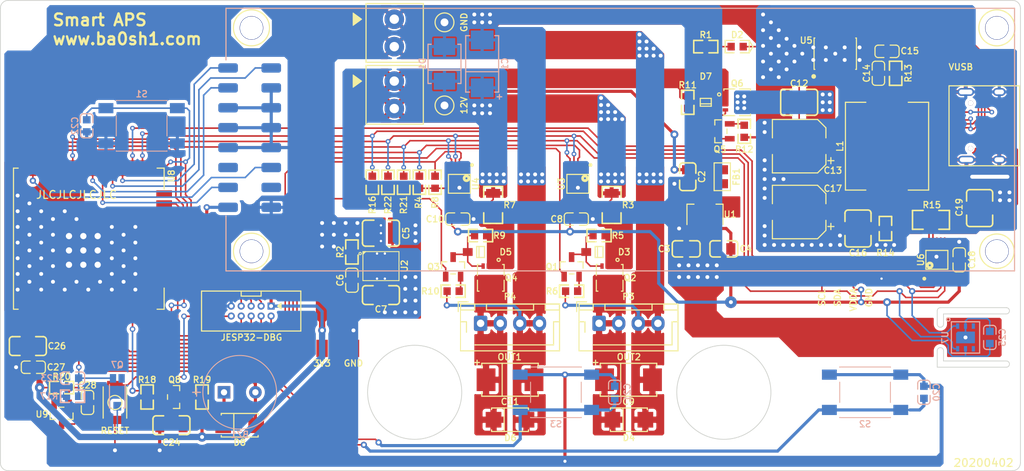
<source format=kicad_pcb>
(kicad_pcb (version 20171130) (host pcbnew "(5.1.4)-1")
  (title_block (date 2020-04-03) (rev 1.0))
  (layers (0 F.Cu signal) (31 B.Cu signal hide) (34 B.Paste user hide) (35 F.Paste user) (36 B.SilkS user hide) (37 F.SilkS user) (38 B.Mask user hide) (39 F.Mask user hide) (44 Edge.Cuts user))
  (net 0 "")
  (net 1 GND)
  (net 2 12V)
  (net 3 "Net-(C3-Pad1)")
  (net 4 VDDA)
  (net 5 "Net-(C6-Pad2)")
  (net 6 3V3)
  (net 7 /OUT1)
  (net 8 /OUT2)
  (net 9 /LIGHT)
  (net 10 /IO0)
  (net 11 /SW1)
  (net 12 /SW2)
  (net 13 /EN)
  (net 14 "Net-(D2-PadA)")
  (net 15 "Net-(D3-PadA)")
  (net 16 "Net-(D5-PadA)")
  (net 17 /~OLED_CS)
  (net 18 /OLED_RES)
  (net 19 /OLED_DC)
  (net 20 /MOSI)
  (net 21 /SCLK)
  (net 22 /TCK)
  (net 23 /RX)
  (net 24 /TDO)
  (net 25 /TX)
  (net 26 /TDI)
  (net 27 /TMS)
  (net 28 /ALT1)
  (net 29 /PWR1)
  (net 30 /ALT2)
  (net 31 /PWR2)
  (net 32 /SCL)
  (net 33 /SDA)
  (net 34 "Net-(BZ1-Pad2)")
  (net 35 /BUZ)
  (net 36 "Net-(C12-Pad1)")
  (net 37 "Net-(C14-Pad2)")
  (net 38 "Net-(C14-Pad1)")
  (net 39 "Net-(C15-Pad1)")
  (net 40 "Net-(C16-Pad1)")
  (net 41 "Net-(C19-Pad1)")
  (net 42 "Net-(D3-PadK)")
  (net 43 "Net-(D5-PadK)")
  (net 44 "Net-(D7-PadA)")
  (net 45 /DM)
  (net 46 /DP)
  (net 47 /CC2)
  (net 48 /CC1)
  (net 49 "Net-(Q1-Pad2)")
  (net 50 "Net-(Q3-Pad2)")
  (net 51 "Net-(Q5-Pad2)")
  (net 52 /PWR_USB)
  (net 53 "Net-(Q8-Pad3)")
  (net 54 "Net-(Q8-Pad1)")
  (net 55 /ALT_USB)
  (net 56 "Net-(DISP1-Pad6)")
  (net 57 "Net-(DISP1-Pad3)")
  (net 58 "Net-(P5-PadB8)")
  (net 59 "Net-(P5-PadA8)")
  (net 60 "Net-(Q7-PadB)")
  (net 61 "Net-(U2-Pad1)")
  (net 62 "Net-(U2-Pad3)")
  (net 63 "Net-(U2-Pad6)")
  (net 64 "Net-(U8-Pad5)")
  (net 65 "Net-(U8-Pad32)")
  (net 66 "Net-(U8-Pad17)")
  (net 67 "Net-(U8-Pad18)")
  (net 68 "Net-(U8-Pad19)")
  (net 69 "Net-(U8-Pad20)")
  (net 70 "Net-(U8-Pad21)")
  (net 71 "Net-(U8-Pad22)")
  (net 72 /IR)
  (module BZ_Connector:JST_B4B-XH-AM (layer F.Cu) (at 161.2 111.2)
    (fp_text reference P4 (at 3.75 -3.4) (layer F.SilkS) (effects (font (size 0.8 0.8))))
    (fp_text value OUT2 hide)
    (pad "" np_thru_hole circle (at -1.6 2) (size 1.2 1.2) (drill 1.2) (layers *.Cu *.Mask))
    (pad 4 thru_hole oval (at 7.5 0) (size 1.7 1.95) (drill 0.95) (layers *.Cu *.Mask) (net 1 GND))
    (pad 3 thru_hole oval (at 5 0) (size 1.7 1.95) (drill 0.95) (layers *.Cu *.Mask) (net 1 GND))
    (pad 2 thru_hole oval (at 2.5 0) (size 1.7 1.95) (drill 0.95) (layers *.Cu *.Mask) (net 8 /OUT2))
    (pad 1 thru_hole roundrect (at 0 0) (size 1.7 1.95) (drill 0.95) (layers *.Cu *.Mask) (roundrect_rratio 0.147059) (net 8 /OUT2))
  )
  (module BZ_Connector:JST_B4B-XH-AM (layer F.Cu) (at 176.3 111.2)
    (fp_text reference P3 (at 3.75 -3.4) (layer F.SilkS) (effects (font (size 0.8 0.8))))
    (fp_text value OUT1 hide)
    (pad "" np_thru_hole circle (at -1.6 2) (size 1.2 1.2) (drill 1.2) (layers *.Cu *.Mask))
    (pad 4 thru_hole oval (at 7.5 0) (size 1.7 1.95) (drill 0.95) (layers *.Cu *.Mask) (net 1 GND))
    (pad 3 thru_hole oval (at 5 0) (size 1.7 1.95) (drill 0.95) (layers *.Cu *.Mask) (net 1 GND))
    (pad 2 thru_hole oval (at 2.5 0) (size 1.7 1.95) (drill 0.95) (layers *.Cu *.Mask) (net 7 /OUT1))
    (pad 1 thru_hole roundrect (at 0 0) (size 1.7 1.95) (drill 0.95) (layers *.Cu *.Mask) (roundrect_rratio 0.147059) (net 7 /OUT1))
  )
  (module BZ_Display:LM320Y-256064-ASM-LP (layer B.Cu) (at 179.5 86 180)
    (fp_text reference DISP1 hide)
    (fp_text value OLED_LM320Y-256064 hide)
    (pad "" np_thru_hole circle (at 47.73 -9.13 180) (size 1 1) (drill 1) (layers *.Cu *.Mask))
    (pad 2 smd roundrect (at 50.48 -10.4 180) (size 2.5 1.2) (layers B.Cu B.Paste B.Mask) (net 6 3V3))
    (pad "" np_thru_hole circle (at 47.5 12.49 180) (size 3 3) (drill 2.9) (layers *.Cu *.Mask))
    (pad "" np_thru_hole circle (at -47.5 12.49 180) (size 3 3) (drill 2.9) (layers *.Cu *.Mask))
    (pad "" np_thru_hole circle (at 47.5 -16.01 180) (size 3 3) (drill 2.9) (layers *.Cu *.Mask))
    (pad "" np_thru_hole circle (at -47.5 -16.01 180) (size 3 3) (drill 2.9) (layers *.Cu *.Mask))
    (pad 1 smd roundrect (at 44.98 -10.4 180) (size 2.5 1.2) (layers B.Cu B.Paste B.Mask) (net 1 GND))
    (pad 3 smd roundrect (at 44.98 -7.86 180) (size 2.5 1.2) (layers B.Cu B.Paste B.Mask) (net 57 "Net-(DISP1-Pad3)"))
    (pad 4 smd roundrect (at 50.48 -7.86 180) (size 2.5 1.2) (layers B.Cu B.Paste B.Mask) (net 21 /SCLK))
    (pad 5 smd roundrect (at 44.98 -5.32 180) (size 2.5 1.2) (layers B.Cu B.Paste B.Mask) (net 20 /MOSI))
    (pad 6 smd roundrect (at 50.48 -5.32 180) (size 2.5 1.2) (layers B.Cu B.Paste B.Mask) (net 56 "Net-(DISP1-Pad6)"))
    (pad 7 smd roundrect (at 44.98 -2.78 180) (size 2.5 1.2) (layers B.Cu B.Paste B.Mask) (net 1 GND))
    (pad 8 smd roundrect (at 50.48 -2.78 180) (size 2.5 1.2) (layers B.Cu B.Paste B.Mask) (net 1 GND))
    (pad 9 smd roundrect (at 44.98 -0.24 180) (size 2.5 1.2) (layers B.Cu B.Paste B.Mask) (net 1 GND))
    (pad 10 smd roundrect (at 50.48 -0.24 180) (size 2.5 1.2) (layers B.Cu B.Paste B.Mask) (net 1 GND))
    (pad 11 smd roundrect (at 44.98 2.3 180) (size 2.5 1.2) (layers B.Cu B.Paste B.Mask) (net 1 GND))
    (pad 12 smd roundrect (at 50.48 2.3 180) (size 2.5 1.2) (layers B.Cu B.Paste B.Mask) (net 1 GND))
    (pad 13 smd roundrect (at 44.98 4.84 180) (size 2.5 1.2) (layers B.Cu B.Paste B.Mask) (net 1 GND))
    (pad 14 smd roundrect (at 50.48 4.84 180) (size 2.5 1.2) (layers B.Cu B.Paste B.Mask) (net 19 /OLED_DC))
    (pad 15 smd roundrect (at 44.98 7.38 180) (size 2.5 1.2) (layers B.Cu B.Paste B.Mask) (net 18 /OLED_RES))
    (pad 16 smd roundrect (at 50.48 7.38 180) (size 2.5 1.2) (layers B.Cu B.Paste B.Mask) (net 17 /~OLED_CS))
  )
  (module BZ_Connector:HRO_TYPE-C-31-M-12 (layer F.Cu) (at 229.9 86 90)
    (fp_text reference P5 hide)
    (fp_text value USB_C_Receptacle_16P hide)
    (pad S1 thru_hole oval (at 4.32 -2.6 90) (size 1 1.6) (drill oval 0.6 1.2) (layers *.Cu *.Mask) (net 1 GND))
    (pad S1 thru_hole oval (at -4.32 -2.6 90) (size 1 1.6) (drill oval 0.6 1.2) (layers *.Cu *.Mask) (net 1 GND))
    (pad S1 thru_hole oval (at 4.32 -6.87 90) (size 1 2.1) (drill oval 0.6 1.7) (layers *.Cu *.Mask) (net 1 GND))
    (pad S1 thru_hole oval (at -4.32 -6.78 90) (size 1 2.1) (drill oval 0.6 1.7) (layers *.Cu *.Mask) (net 1 GND))
    (pad A1 smd rect (at -3.4 -7.695 90) (size 0.3 1.45) (layers F.Cu F.Paste F.Mask) (net 1 GND))
    (pad A4 smd rect (at -2.6 -7.695 90) (size 0.3 1.45) (layers F.Cu F.Paste F.Mask) (net 41 "Net-(C19-Pad1)"))
    (pad A5 smd rect (at -1.25 -7.695 90) (size 0.3 1.45) (layers F.Cu F.Paste F.Mask) (net 48 /CC1))
    (pad A6 smd rect (at -0.25 -7.695 90) (size 0.3 1.45) (layers F.Cu F.Paste F.Mask) (net 46 /DP))
    (pad A7 smd rect (at 0.25 -7.695 90) (size 0.3 1.45) (layers F.Cu F.Paste F.Mask) (net 45 /DM))
    (pad A8 smd rect (at 1.25 -7.695 90) (size 0.3 1.45) (layers F.Cu F.Paste F.Mask) (net 59 "Net-(P5-PadA8)"))
    (pad A9 smd rect (at 2.6 -7.695 90) (size 0.3 1.45) (layers F.Cu F.Paste F.Mask) (net 41 "Net-(C19-Pad1)"))
    (pad A12 smd rect (at 3.4 -7.695 90) (size 0.3 1.45) (layers F.Cu F.Paste F.Mask) (net 1 GND))
    (pad B1 smd rect (at 3.1 -7.695 90) (size 0.3 1.45) (layers F.Cu F.Paste F.Mask) (net 1 GND))
    (pad B4 smd rect (at 2.3 -7.695 90) (size 0.3 1.45) (layers F.Cu F.Paste F.Mask) (net 41 "Net-(C19-Pad1)"))
    (pad B5 smd rect (at 1.75 -7.7 90) (size 0.3 1.45) (layers F.Cu F.Paste F.Mask) (net 47 /CC2))
    (pad B6 smd rect (at 0.75 -7.695 90) (size 0.3 1.45) (layers F.Cu F.Paste F.Mask) (net 46 /DP))
    (pad B7 smd rect (at -0.75 -7.695 90) (size 0.3 1.45) (layers F.Cu F.Paste F.Mask) (net 45 /DM))
    (pad B8 smd rect (at -1.75 -7.695 90) (size 0.3 1.45) (layers F.Cu F.Paste F.Mask) (net 58 "Net-(P5-PadB8)"))
    (pad B9 smd rect (at -2.3 -7.695 90) (size 0.3 1.45) (layers F.Cu F.Paste F.Mask) (net 41 "Net-(C19-Pad1)"))
    (pad B12 smd rect (at -3.1 -7.695 90) (size 0.3 1.45) (layers F.Cu F.Paste F.Mask) (net 1 GND))
    (pad M thru_hole oval (at 2.89 -6.25 90) (size 0.65 0.65) (drill 0.65) (layers *.Cu *.Mask))
    (pad M thru_hole oval (at -2.89 -6.25 90) (size 0.65 0.65) (drill 0.65) (layers *.Cu *.Mask))
  )
  (module BZ_Inductor:L_Panasonic_PCC-M1054M (layer F.Cu) (at 213 88.6 270)
    (fp_text reference L1 (at 0 6 90) (layer F.SilkS) (effects (font (size 0.8 0.8))))
    (fp_text value 22uH hide)
    (pad 2 smd rect (at 4.95 0 270) (size 3.8 4.8) (layers F.Cu F.Paste F.Mask) (net 40 "Net-(C16-Pad1)"))
    (pad 1 smd rect (at -4.95 0 270) (size 3.8 4.8) (layers F.Cu F.Paste F.Mask) (net 38 "Net-(C14-Pad1)"))
  )
  (module BZ_Capacitor:C_0805 (layer F.Cu) (at 192.2 101.7 180)
    (fp_text reference C4 (at -2.8 0) (layer F.SilkS) (effects (font (size 0.8 0.8))))
    (fp_text value 1u hide)
    (pad 2 smd rect (at 0.89 0 180) (size 1.16 1.47) (layers F.Cu F.Paste F.Mask) (net 1 GND))
    (pad 1 smd rect (at -0.89 0 180) (size 1.16 1.47) (layers F.Cu F.Paste F.Mask) (net 4 VDDA))
  )
  (module BZ_Capacitor:C_0805 (layer F.Cu) (at 187.4 101.7 180)
    (fp_text reference C3 (at 2.8 0) (layer F.SilkS) (effects (font (size 0.8 0.8))))
    (fp_text value 1u hide)
    (pad 2 smd rect (at 0.89 0 180) (size 1.16 1.47) (layers F.Cu F.Paste F.Mask) (net 1 GND))
    (pad 1 smd rect (at -0.89 0 180) (size 1.16 1.47) (layers F.Cu F.Paste F.Mask) (net 3 "Net-(C3-Pad1)"))
  )
  (module BZ_Capacitor:C_0805 (layer F.Cu) (at 187.6 92.5 270)
    (fp_text reference C2 (at 0 -1.8 90) (layer F.SilkS) (effects (font (size 0.8 0.8))))
    (fp_text value 1u hide)
    (pad 2 smd rect (at 0.89 0 270) (size 1.16 1.47) (layers F.Cu F.Paste F.Mask) (net 1 GND))
    (pad 1 smd rect (at -0.89 0 270) (size 1.16 1.47) (layers F.Cu F.Paste F.Mask) (net 2 12V))
  )
  (module BZ_Connector:SCREWTERM-2_3.5P (layer F.Cu) (at 150.2 80.3 270)
    (fp_text reference P1 hide)
    (fp_text value "12V IN" hide)
    (pad 2 thru_hole circle (at 3.5 0 270) (size 2.5 2.5) (drill 1.2) (layers *.Cu *.Mask) (net 2 12V))
    (pad 1 thru_hole circle (at 0 0 270) (size 2.5 2.5) (drill 1.2) (layers *.Cu *.Mask) (net 2 12V))
  )
  (module BZ_Connector:SCREWTERM-2_3.5P (layer F.Cu) (at 150.2 72.4 270)
    (fp_text reference P2 hide)
    (fp_text value GND hide)
    (pad 2 thru_hole circle (at 3.5 0 270) (size 2.5 2.5) (drill 1.2) (layers *.Cu *.Mask) (net 1 GND))
    (pad 1 thru_hole circle (at 0 0 270) (size 2.5 2.5) (drill 1.2) (layers *.Cu *.Mask) (net 1 GND))
  )
  (module BZ_Connector:BHDR-THT-Vert-50mil_02x05 (layer F.Cu) (at 134.5 109 180)
    (fp_text reference P6 hide)
    (fp_text value JESP32-DBG (at 2.5 -4) (layer F.SilkS) (effects (font (size 0.8 0.8))))
    (pad 10 thru_hole oval (at 5.08 -1.27 180) (size 0.9 0.9) (drill 0.5) (layers *.Cu *.Mask) (net 13 /EN))
    (pad 9 thru_hole oval (at 5.08 0 180) (size 0.9 0.9) (drill 0.5) (layers *.Cu *.Mask) (net 1 GND))
    (pad 8 thru_hole oval (at 3.81 -1.27 180) (size 0.9 0.9) (drill 0.5) (layers *.Cu *.Mask) (net 22 /TCK))
    (pad 7 thru_hole oval (at 3.81 0 180) (size 0.9 0.9) (drill 0.5) (layers *.Cu *.Mask) (net 23 /RX))
    (pad 6 thru_hole oval (at 2.54 -1.27 180) (size 0.9 0.9) (drill 0.5) (layers *.Cu *.Mask) (net 24 /TDO))
    (pad 5 thru_hole oval (at 2.54 0 180) (size 0.9 0.9) (drill 0.5) (layers *.Cu *.Mask) (net 25 /TX))
    (pad 4 thru_hole oval (at 1.27 -1.27 180) (size 0.9 0.9) (drill 0.5) (layers *.Cu *.Mask) (net 26 /TDI))
    (pad 3 thru_hole oval (at 1.27 0 180) (size 0.9 0.9) (drill 0.5) (layers *.Cu *.Mask) (net 10 /IO0))
    (pad 2 thru_hole oval (at 0 -1.27 180) (size 0.9 0.9) (drill 0.5) (layers *.Cu *.Mask) (net 27 /TMS))
    (pad 1 thru_hole rect (at 0 0 180) (size 0.9 0.9) (drill 0.5) (layers *.Cu *.Mask) (net 6 3V3))
  )
  (module BZ_Capacitor:C_1210 (layer F.Cu) (at 224.8 96.5 90)
    (fp_text reference C19 (at 0.1 -2.6 270) (layer F.SilkS) (effects (font (size 0.8 0.8))))
    (fp_text value 22u hide)
    (pad 2 smd rect (at 1.475 0 90) (size 1.16 2.72) (layers F.Cu F.Paste F.Mask) (net 1 GND))
    (pad 1 smd rect (at -1.475 0 90) (size 1.16 2.72) (layers F.Cu F.Paste F.Mask) (net 41 "Net-(C19-Pad1)"))
  )
  (module BZ_Capacitor:C_1210 (layer F.Cu) (at 209.3 99.1 270)
    (fp_text reference C16 (at 3.1 0) (layer F.SilkS) (effects (font (size 0.8 0.8))))
    (fp_text value 22u hide)
    (pad 2 smd rect (at 1.475 0 270) (size 1.16 2.72) (layers F.Cu F.Paste F.Mask) (net 1 GND))
    (pad 1 smd rect (at -1.475 0 270) (size 1.16 2.72) (layers F.Cu F.Paste F.Mask) (net 40 "Net-(C16-Pad1)"))
  )
  (module BZ_Capacitor:C_1210 (layer F.Cu) (at 201.8 83 180)
    (fp_text reference C12 (at 0 2.4 180) (layer F.SilkS) (effects (font (size 0.8 0.8))))
    (fp_text value 22u hide)
    (pad 2 smd rect (at 1.475 0 180) (size 1.16 2.72) (layers F.Cu F.Paste F.Mask) (net 1 GND))
    (pad 1 smd rect (at -1.475 0 180) (size 1.16 2.72) (layers F.Cu F.Paste F.Mask) (net 36 "Net-(C12-Pad1)"))
  )
  (module BZ_Capacitor:C_1210 (layer F.Cu) (at 148.5 99.7 180)
    (fp_text reference C5 (at -3.2 0 90) (layer F.SilkS) (effects (font (size 0.8 0.8))))
    (fp_text value 22u hide)
    (pad 2 smd rect (at 1.475 0 180) (size 1.16 2.72) (layers F.Cu F.Paste F.Mask) (net 1 GND))
    (pad 1 smd rect (at -1.475 0 180) (size 1.16 2.72) (layers F.Cu F.Paste F.Mask) (net 2 12V))
  )
  (module BZ_Misc:TE_RCT0805 (layer F.Cu) (at 145 114.4)
    (fp_text reference TP3 hide)
    (fp_text value GND (at 0 1.9) (layer F.SilkS) (effects (font (size 0.8 0.8))))
    (pad 1 smd rect (at 0 0) (size 1.45 2.2) (layers F.Cu F.Paste F.Mask) (net 1 GND))
  )
  (module BZ_Misc:TE_RCT0805 (layer F.Cu) (at 210.7 105.1)
    (fp_text reference TP4 hide)
    (fp_text value GND (at 0 1.5 90) (layer F.SilkS) (effects (font (size 0.8 0.8)) (justify right)))
    (pad 1 smd rect (at 0 0) (size 1.45 2.2) (layers F.Cu F.Paste F.Mask) (net 1 GND))
  )
  (module BZ_Misc:TE_RCT0805 (layer F.Cu) (at 219.3 78.5 90)
    (fp_text reference TP7 hide)
    (fp_text value VUSB (at 0 3.1 180) (layer F.SilkS) (effects (font (size 0.8 0.8))))
    (pad 1 smd rect (at 0 0 90) (size 1.45 2.2) (layers F.Cu F.Paste F.Mask) (net 41 "Net-(C19-Pad1)"))
  )
  (module BZ_Misc:TE_RCT0805 (layer F.Cu) (at 206.7 105.1)
    (fp_text reference TP9 hide)
    (fp_text value SDA (at 0 1.6 90) (layer F.SilkS) (effects (font (size 0.8 0.8)) (justify right)))
    (pad 1 smd rect (at 0 0) (size 1.45 2.2) (layers F.Cu F.Paste F.Mask) (net 33 /SDA))
  )
  (module BZ_Misc:TE_RCT0805 (layer F.Cu) (at 204.7 105.1)
    (fp_text reference TP8 hide)
    (fp_text value SCL (at 0 1.6 90) (layer F.SilkS) (effects (font (size 0.8 0.8)) (justify right)))
    (pad 1 smd rect (at 0 0) (size 1.45 2.2) (layers F.Cu F.Paste F.Mask) (net 32 /SCL))
  )
  (module BZ_Misc:TE_RCT0805 (layer F.Cu) (at 141 114.4)
    (fp_text reference TP6 hide)
    (fp_text value 3V3 (at 0 1.9) (layer F.SilkS) (effects (font (size 0.8 0.8))))
    (pad 1 smd rect (at 0 0) (size 1.45 2.2) (layers F.Cu F.Paste F.Mask) (net 6 3V3))
  )
  (module BZ_Misc:TE_RCT0805 (layer F.Cu) (at 208.7 105.1)
    (fp_text reference TP5 hide)
    (fp_text value VDDA (at 0 1.5 90) (layer F.SilkS) (effects (font (size 0.8 0.8)) (justify right)))
    (pad 1 smd rect (at 0 0) (size 1.45 2.2) (layers F.Cu F.Paste F.Mask) (net 4 VDDA))
  )
  (module BZ_Capacitor:C_1206 (layer F.Cu) (at 103.5 114.1 180)
    (fp_text reference C26 (at -3.7 0) (layer F.SilkS) (effects (font (size 0.8 0.8))))
    (fp_text value 100u hide)
    (pad 2 smd rect (at 1.49 0 180) (size 1.13 1.8) (layers F.Cu F.Paste F.Mask) (net 1 GND))
    (pad 1 smd rect (at -1.49 0 180) (size 1.13 1.8) (layers F.Cu F.Paste F.Mask) (net 6 3V3))
  )
  (module BZ_Capacitor:C_1206 (layer F.Cu) (at 121.8 124.2 180)
    (fp_text reference C24 (at 0 -2.2) (layer F.SilkS) (effects (font (size 0.8 0.8))))
    (fp_text value 100u hide)
    (pad 2 smd rect (at 1.49 0 180) (size 1.13 1.8) (layers F.Cu F.Paste F.Mask) (net 1 GND))
    (pad 1 smd rect (at -1.49 0 180) (size 1.13 1.8) (layers F.Cu F.Paste F.Mask) (net 6 3V3))
  )
  (module BZ_Capacitor:C_1206 (layer F.Cu) (at 148.5 107.6)
    (fp_text reference C7 (at 0 1.8) (layer F.SilkS) (effects (font (size 0.8 0.8))))
    (fp_text value 47u hide)
    (pad 2 smd rect (at 1.49 0) (size 1.13 1.8) (layers F.Cu F.Paste F.Mask) (net 1 GND))
    (pad 1 smd rect (at -1.49 0) (size 1.13 1.8) (layers F.Cu F.Paste F.Mask) (net 6 3V3))
  )
  (module BZ_Espressif:ESP32-WROOM-32U (layer F.Cu) (at 111.27 100.4 90)
    (fp_text reference U8 (at 8 10.53 90) (layer F.SilkS) (effects (font (size 0.8 0.8))))
    (fp_text value ESP32-WROOM-32U)
    (pad 1 smd rect (at -9 -8.4 90) (size 2 0.9) (layers F.Cu F.Paste F.Mask) (net 1 GND))
    (pad 2 smd rect (at -9 -7.13 90) (size 2 0.9) (layers F.Cu F.Paste F.Mask) (net 6 3V3))
    (pad 3 smd rect (at -9 -5.86 90) (size 2 0.9) (layers F.Cu F.Paste F.Mask) (net 13 /EN))
    (pad 4 smd rect (at -9 -4.59 90) (size 2 0.9) (layers F.Cu F.Paste F.Mask) (net 9 /LIGHT))
    (pad 5 smd rect (at -9 -3.32 90) (size 2 0.9) (layers F.Cu F.Paste F.Mask) (net 64 "Net-(U8-Pad5)"))
    (pad 6 smd rect (at -9 -2.05 90) (size 2 0.9) (layers F.Cu F.Paste F.Mask) (net 11 /SW1))
    (pad 7 smd rect (at -9 -0.78 90) (size 2 0.9) (layers F.Cu F.Paste F.Mask) (net 12 /SW2))
    (pad 8 smd rect (at -9 0.49 90) (size 2 0.9) (layers F.Cu F.Paste F.Mask) (net 31 /PWR2))
    (pad 9 smd rect (at -9 1.76 90) (size 2 0.9) (layers F.Cu F.Paste F.Mask) (net 30 /ALT2))
    (pad 10 smd rect (at -9 3.03 90) (size 2 0.9) (layers F.Cu F.Paste F.Mask) (net 29 /PWR1))
    (pad 11 smd rect (at -9 4.3 90) (size 2 0.9) (layers F.Cu F.Paste F.Mask) (net 28 /ALT1))
    (pad 12 smd rect (at -9 5.57 90) (size 2 0.9) (layers F.Cu F.Paste F.Mask) (net 35 /BUZ))
    (pad 13 smd rect (at -9 6.84 90) (size 2 0.9) (layers F.Cu F.Paste F.Mask) (net 27 /TMS))
    (pad 14 smd rect (at -9 8.11 90) (size 2 0.9) (layers F.Cu F.Paste F.Mask) (net 26 /TDI))
    (pad 38 smd rect (at 9 -8.4 90) (size 2 0.9) (layers F.Cu F.Paste F.Mask) (net 1 GND))
    (pad 25 smd rect (at 9 8.11 90) (size 2 0.9) (layers F.Cu F.Paste F.Mask) (net 10 /IO0))
    (pad 26 smd rect (at 9 6.84 90) (size 2 0.9) (layers F.Cu F.Paste F.Mask) (net 55 /ALT_USB))
    (pad 27 smd rect (at 9 5.57 90) (size 2 0.9) (layers F.Cu F.Paste F.Mask) (net 52 /PWR_USB))
    (pad 28 smd rect (at 9 4.3 90) (size 2 0.9) (layers F.Cu F.Paste F.Mask) (net 17 /~OLED_CS))
    (pad 29 smd rect (at 9 3.03 90) (size 2 0.9) (layers F.Cu F.Paste F.Mask) (net 18 /OLED_RES))
    (pad 30 smd rect (at 9 1.76 90) (size 2 0.9) (layers F.Cu F.Paste F.Mask) (net 21 /SCLK))
    (pad 31 smd rect (at 9 0.49 90) (size 2 0.9) (layers F.Cu F.Paste F.Mask) (net 19 /OLED_DC))
    (pad 32 smd rect (at 9 -0.78 90) (size 2 0.9) (layers F.Cu F.Paste F.Mask) (net 65 "Net-(U8-Pad32)"))
    (pad 33 smd rect (at 9 -2.05 90) (size 2 0.9) (layers F.Cu F.Paste F.Mask) (net 33 /SDA))
    (pad 34 smd rect (at 9 -3.32 90) (size 2 0.9) (layers F.Cu F.Paste F.Mask) (net 23 /RX))
    (pad 35 smd rect (at 9 -4.59 90) (size 2 0.9) (layers F.Cu F.Paste F.Mask) (net 25 /TX))
    (pad 36 smd rect (at 9 -5.86 90) (size 2 0.9) (layers F.Cu F.Paste F.Mask) (net 32 /SCL))
    (pad 37 smd rect (at 9 -7.13 90) (size 2 0.9) (layers F.Cu F.Paste F.Mask) (net 20 /MOSI))
    (pad 15 smd rect (at -5.715 9.6 180) (size 2 0.9) (layers F.Cu F.Paste F.Mask) (net 1 GND))
    (pad 16 smd rect (at -4.43 9.6 180) (size 2 0.9) (layers F.Cu F.Paste F.Mask) (net 22 /TCK))
    (pad 17 smd rect (at -3.175 9.6 180) (size 2 0.9) (layers F.Cu F.Paste F.Mask) (net 66 "Net-(U8-Pad17)"))
    (pad 18 smd rect (at -1.905 9.6 180) (size 2 0.9) (layers F.Cu F.Paste F.Mask) (net 67 "Net-(U8-Pad18)"))
    (pad 19 smd rect (at -0.635 9.6 180) (size 2 0.9) (layers F.Cu F.Paste F.Mask) (net 68 "Net-(U8-Pad19)"))
    (pad 20 smd rect (at 0.635 9.6 180) (size 2 0.9) (layers F.Cu F.Paste F.Mask) (net 69 "Net-(U8-Pad20)"))
    (pad 21 smd rect (at 1.905 9.6 180) (size 2 0.9) (layers F.Cu F.Paste F.Mask) (net 70 "Net-(U8-Pad21)"))
    (pad 22 smd rect (at 3.175 9.6 180) (size 2 0.9) (layers F.Cu F.Paste F.Mask) (net 71 "Net-(U8-Pad22)"))
    (pad 23 smd rect (at 4.445 9.6 180) (size 2 0.9) (layers F.Cu F.Paste F.Mask) (net 24 /TDO))
    (pad 24 smd rect (at 5.715 9.6 180) (size 2 0.9) (layers F.Cu F.Paste F.Mask) (net 72 /IR))
    (pad 39 smd rect (at -3.33 -2.53) (size 1.33 1.33) (layers F.Cu F.Paste F.Mask) (net 1 GND))
    (pad 39 smd rect (at -1.5 -2.53) (size 1.33 1.33) (layers F.Cu F.Paste F.Mask) (net 1 GND))
    (pad 39 smd rect (at 0.33 -2.53) (size 1.33 1.33) (layers F.Cu F.Paste F.Mask) (net 1 GND))
    (pad 39 smd rect (at -3.33 -0.7) (size 1.33 1.33) (layers F.Cu F.Paste F.Mask) (net 1 GND))
    (pad 39 smd rect (at -1.5 -0.7) (size 1.33 1.33) (layers F.Cu F.Paste F.Mask) (net 1 GND))
    (pad 39 smd rect (at 0.33 -0.7) (size 1.33 1.33) (layers F.Cu F.Paste F.Mask) (net 1 GND))
    (pad 39 smd rect (at -3.33 1.13) (size 1.33 1.33) (layers F.Cu F.Paste F.Mask) (net 1 GND))
    (pad 39 smd rect (at -1.5 1.13) (size 1.33 1.33) (layers F.Cu F.Paste F.Mask) (net 1 GND))
    (pad 39 smd rect (at 0.33 1.13) (size 1.33 1.33) (layers F.Cu F.Paste F.Mask) (net 1 GND))
  )
  (module BZ_Capacitor:C_0603 (layer F.Cu) (at 144.8 105.7 90)
    (fp_text reference C6 (at 0 -1.5 90) (layer F.SilkS) (effects (font (size 0.8 0.8))))
    (fp_text value 100p hide)
    (pad 2 smd rect (at 0.77 0 90) (size 0.93 0.98) (layers F.Cu F.Paste F.Mask) (net 5 "Net-(C6-Pad2)"))
    (pad 1 smd rect (at -0.77 0 90) (size 0.93 0.98) (layers F.Cu F.Paste F.Mask) (net 6 3V3))
  )
  (module BZ_Capacitor:C_0603 (layer B.Cu) (at 226.1 113 90)
    (fp_text reference C25 (at 0 1.6 90) (layer B.SilkS) (effects (font (size 0.8 0.8)) (justify mirror)))
    (fp_text value 0.1u hide)
    (pad 2 smd rect (at 0.77 0 90) (size 0.93 0.98) (layers B.Cu B.Paste B.Mask) (net 1 GND))
    (pad 1 smd rect (at -0.77 0 90) (size 0.93 0.98) (layers B.Cu B.Paste B.Mask) (net 4 VDDA))
  )
  (module BZ_Capacitor:C_0603 (layer F.Cu) (at 213 76.5 180)
    (fp_text reference C15 (at -2.9 0.05) (layer F.SilkS) (effects (font (size 0.8 0.8))))
    (fp_text value 1n hide)
    (pad 2 smd rect (at 0.77 0 180) (size 0.93 0.98) (layers F.Cu F.Paste F.Mask) (net 1 GND))
    (pad 1 smd rect (at -0.77 0 180) (size 0.93 0.98) (layers F.Cu F.Paste F.Mask) (net 39 "Net-(C15-Pad1)"))
  )
  (module BZ_Capacitor:C_0603 (layer F.Cu) (at 111.1 121.3 270)
    (fp_text reference C28 (at -2.2 0 180) (layer F.SilkS) (effects (font (size 0.8 0.8))))
    (fp_text value 0.1u hide)
    (pad 2 smd rect (at 0.77 0 270) (size 0.93 0.98) (layers F.Cu F.Paste F.Mask) (net 1 GND))
    (pad 1 smd rect (at -0.77 0 270) (size 0.93 0.98) (layers F.Cu F.Paste F.Mask) (net 13 /EN))
  )
  (module BZ_Capacitor:C_0603 (layer F.Cu) (at 104.2 116.8 180)
    (fp_text reference C27 (at -2.9 0 180) (layer F.SilkS) (effects (font (size 0.8 0.8))))
    (fp_text value 0.1u hide)
    (pad 2 smd rect (at 0.77 0 180) (size 0.93 0.98) (layers F.Cu F.Paste F.Mask) (net 1 GND))
    (pad 1 smd rect (at -0.77 0 180) (size 0.93 0.98) (layers F.Cu F.Paste F.Mask) (net 6 3V3))
  )
  (module BZ_Capacitor:C_0603 (layer B.Cu) (at 109.2 118.2 180)
    (fp_text reference C23 (at 2.9 0) (layer B.SilkS) (effects (font (size 0.8 0.8)) (justify mirror)))
    (fp_text value 0.1u hide)
    (pad 2 smd rect (at 0.77 0 180) (size 0.93 0.98) (layers B.Cu B.Paste B.Mask) (net 1 GND))
    (pad 1 smd rect (at -0.77 0 180) (size 0.93 0.98) (layers B.Cu B.Paste B.Mask) (net 9 /LIGHT))
  )
  (module BZ_Capacitor:C_0603 (layer B.Cu) (at 111 86 90)
    (fp_text reference C22 (at 0 -1.5 90) (layer B.SilkS) (effects (font (size 0.8 0.8)) (justify mirror)))
    (fp_text value 0.1u hide)
    (pad 2 smd rect (at 0.77 0 90) (size 0.93 0.98) (layers B.Cu B.Paste B.Mask) (net 10 /IO0))
    (pad 1 smd rect (at -0.77 0 90) (size 0.93 0.98) (layers B.Cu B.Paste B.Mask) (net 1 GND))
  )
  (module BZ_Capacitor:C_0603 (layer B.Cu) (at 178.3 120 270)
    (fp_text reference C21 (at 0 -1.6 90) (layer B.SilkS) (effects (font (size 0.8 0.8)) (justify mirror)))
    (fp_text value 0.1u hide)
    (pad 2 smd rect (at 0.77 0 270) (size 0.93 0.98) (layers B.Cu B.Paste B.Mask) (net 12 /SW2))
    (pad 1 smd rect (at -0.77 0 270) (size 0.93 0.98) (layers B.Cu B.Paste B.Mask) (net 1 GND))
  )
  (module BZ_Capacitor:C_0603 (layer B.Cu) (at 217.7 120 270)
    (fp_text reference C20 (at 0 -1.6 90) (layer B.SilkS) (effects (font (size 0.8 0.8)) (justify mirror)))
    (fp_text value 0.1u hide)
    (pad 2 smd rect (at 0.77 0 270) (size 0.93 0.98) (layers B.Cu B.Paste B.Mask) (net 11 /SW1))
    (pad 1 smd rect (at -0.77 0 270) (size 0.93 0.98) (layers B.Cu B.Paste B.Mask) (net 1 GND))
  )
  (module BZ_Capacitor:C_0603 (layer F.Cu) (at 222.2 103.1 90)
    (fp_text reference C18 (at 0 1.6 90) (layer F.SilkS) (effects (font (size 0.8 0.8))))
    (fp_text value 0.1u hide)
    (pad 2 smd rect (at 0.77 0 90) (size 0.93 0.98) (layers F.Cu F.Paste F.Mask) (net 1 GND))
    (pad 1 smd rect (at -0.77 0 90) (size 0.93 0.98) (layers F.Cu F.Paste F.Mask) (net 4 VDDA))
  )
  (module BZ_Capacitor:C_0603 (layer F.Cu) (at 211.9 79.3 90)
    (fp_text reference C14 (at 0 -1.5 90) (layer F.SilkS) (effects (font (size 0.8 0.8))))
    (fp_text value 0.1u hide)
    (pad 2 smd rect (at 0.77 0 90) (size 0.93 0.98) (layers F.Cu F.Paste F.Mask) (net 37 "Net-(C14-Pad2)"))
    (pad 1 smd rect (at -0.77 0 90) (size 0.93 0.98) (layers F.Cu F.Paste F.Mask) (net 38 "Net-(C14-Pad1)"))
  )
  (module BZ_Capacitor:C_0603 (layer F.Cu) (at 158.3 97.9)
    (fp_text reference C10 (at -2.9 0) (layer F.SilkS) (effects (font (size 0.8 0.8))))
    (fp_text value 0.1u hide)
    (pad 2 smd rect (at 0.77 0) (size 0.93 0.98) (layers F.Cu F.Paste F.Mask) (net 1 GND))
    (pad 1 smd rect (at -0.77 0) (size 0.93 0.98) (layers F.Cu F.Paste F.Mask) (net 4 VDDA))
  )
  (module BZ_Capacitor:C_0603 (layer F.Cu) (at 173.4 97.9)
    (fp_text reference C8 (at -2.5 0) (layer F.SilkS) (effects (font (size 0.8 0.8))))
    (fp_text value 0.1u hide)
    (pad 2 smd rect (at 0.77 0) (size 0.93 0.98) (layers F.Cu F.Paste F.Mask) (net 1 GND))
    (pad 1 smd rect (at -0.77 0) (size 0.93 0.98) (layers F.Cu F.Paste F.Mask) (net 4 VDDA))
  )
  (module BZ_Mechanical:Hole-Mech_M2.5 (layer F.Cu) (at 227 126.5)
    (fp_text reference M3 hide)
    (fp_text value Mechanical-NC hide)
    (pad "" np_thru_hole circle (at 0 0) (size 2.6 2.6) (drill 2.6) (layers *.Cu *.Mask))
  )
  (module BZ_Mechanical:Hole-Mech_M2.5 (layer F.Cu) (at 103 126.5)
    (fp_text reference M2 hide)
    (fp_text value Mechanical-NC hide)
    (pad "" np_thru_hole circle (at 0 0) (size 2.6 2.6) (drill 2.6) (layers *.Cu *.Mask))
  )
  (module BZ_Mechanical:Hole-Mech_M2.5 (layer F.Cu) (at 103 73.5)
    (fp_text reference M1 hide)
    (fp_text value Mechanical-NC hide)
    (pad "" np_thru_hole circle (at 0 0) (size 2.6 2.6) (drill 2.6) (layers *.Cu *.Mask))
  )
  (module BZ_Diode:D_LED_0603 (layer F.Cu) (at 193.9 75.9 180)
    (fp_text reference D2 (at 0 1.5) (layer F.SilkS) (effects (font (size 0.8 0.8))))
    (fp_text value PWR hide)
    (pad K smd rect (at -0.77 0) (size 0.93 0.98) (layers F.Cu F.Paste F.Mask) (net 1 GND))
    (pad A smd rect (at 0.77 0) (size 0.93 0.98) (layers F.Cu F.Paste F.Mask) (net 14 "Net-(D2-PadA)"))
  )
  (module BZ_Misc:Buzzer_9.2x4.8x4P (layer B.Cu) (at 128.5 120)
    (fp_text reference BZ1 (at 2 5.4) (layer B.SilkS) (effects (font (size 0.8 0.8)) (justify mirror)))
    (fp_text value BUZZER hide)
    (pad 2 thru_hole circle (at 4 0) (size 1.6 1.6) (drill 0.8) (layers *.Cu *.Mask) (net 34 "Net-(BZ1-Pad2)"))
    (pad 1 thru_hole rect (at 0 0) (size 1.6 1.6) (drill 0.8) (layers *.Cu *.Mask) (net 6 3V3))
  )
  (module BZ_Switch:SW-PUSH-SMT_6x6x4.3H (layer B.Cu) (at 170.8 120)
    (fp_text reference S3 (at 0 4.05) (layer B.SilkS) (effects (font (size 0.8 0.8)) (justify mirror)))
    (fp_text value CH2)
    (pad 2 smd rect (at 4.55 -2.25) (size 1.9 1.3) (layers B.Cu B.Paste B.Mask) (net 1 GND))
    (pad 1 smd rect (at 4.55 2.25) (size 1.9 1.3) (layers B.Cu B.Paste B.Mask) (net 12 /SW2))
    (pad 1 smd rect (at -4.55 2.25) (size 1.9 1.3) (layers B.Cu B.Paste B.Mask) (net 12 /SW2))
    (pad 2 smd rect (at -4.55 -2.25) (size 1.9 1.3) (layers B.Cu B.Paste B.Mask) (net 1 GND))
  )
  (module BZ_Switch:SW-PUSH-SMT_6x6x4.3H (layer B.Cu) (at 210.2 120)
    (fp_text reference S2 (at 0 4.05) (layer B.SilkS) (effects (font (size 0.8 0.8)) (justify mirror)))
    (fp_text value CH1)
    (pad 2 smd rect (at 4.55 -2.25) (size 1.9 1.3) (layers B.Cu B.Paste B.Mask) (net 1 GND))
    (pad 1 smd rect (at 4.55 2.25) (size 1.9 1.3) (layers B.Cu B.Paste B.Mask) (net 11 /SW1))
    (pad 1 smd rect (at -4.55 2.25) (size 1.9 1.3) (layers B.Cu B.Paste B.Mask) (net 11 /SW1))
    (pad 2 smd rect (at -4.55 -2.25) (size 1.9 1.3) (layers B.Cu B.Paste B.Mask) (net 1 GND))
  )
  (module BZ_Switch:SW-PUSH-SMT_6x6x4.3H (layer B.Cu) (at 118 86 180)
    (fp_text reference S1 (at 0 4.05) (layer B.SilkS) (effects (font (size 0.8 0.8)) (justify mirror)))
    (fp_text value ENTER)
    (pad 2 smd rect (at 4.55 -2.25 180) (size 1.9 1.3) (layers B.Cu B.Paste B.Mask) (net 1 GND))
    (pad 1 smd rect (at 4.55 2.25 180) (size 1.9 1.3) (layers B.Cu B.Paste B.Mask) (net 10 /IO0))
    (pad 1 smd rect (at -4.55 2.25 180) (size 1.9 1.3) (layers B.Cu B.Paste B.Mask) (net 10 /IO0))
    (pad 2 smd rect (at -4.55 -2.25 180) (size 1.9 1.3) (layers B.Cu B.Paste B.Mask) (net 1 GND))
  )
  (module BZ_Sensor:Sensirion_SHT20 (layer B.Cu) (at 223 113)
    (fp_text reference U7 (at -2.6 0 90) (layer B.SilkS) (effects (font (size 0.8 0.8)) (justify mirror)))
    (fp_text value SHT20)
    (pad 1 smd rect (at -1 -1.45) (size 0.4 0.7) (layers B.Cu B.Paste B.Mask) (net 33 /SDA))
    (pad 2 smd rect (at 0 -1.45) (size 0.4 0.7) (layers B.Cu B.Paste B.Mask) (net 1 GND))
    (pad 3 smd rect (at 1 -1.45) (size 0.4 0.7) (layers B.Cu B.Paste B.Mask))
    (pad 4 smd rect (at 1 1.45) (size 0.4 0.7) (layers B.Cu B.Paste B.Mask))
    (pad 5 smd rect (at 0 1.45) (size 0.4 0.7) (layers B.Cu B.Paste B.Mask) (net 4 VDDA))
    (pad 6 smd rect (at -1 1.45) (size 0.4 0.7) (layers B.Cu B.Paste B.Mask) (net 32 /SCL))
    (pad 7 smd custom (at 0 0) (size 1 1) (layers B.Cu B.Paste B.Mask) (net 1 GND) (options (clearance outline) (anchor rect)) (primitives (gr_poly (pts (xy -1.2 0.75) (xy 1.2 0.75) (xy 1.2 -0.75) (xy -1 -0.75) (xy -1.2 -0.55)) (width 0))))
  )
  (module BZ_Sensor:Vishay_TEMT6000X01 (layer B.Cu) (at 114.9 120 270)
    (fp_text reference Q7 (at -3.5 0) (layer B.SilkS) (effects (font (size 0.8 0.8)) (justify mirror)))
    (fp_text value TEMT6000X01)
    (pad C smd rect (at 1.775 0 270) (size 1.1 1) (layers B.Cu B.Paste B.Mask) (net 6 3V3))
    (pad B smd rect (at -1.775 -0.55 270) (size 1.1 0.8) (layers B.Cu B.Paste B.Mask) (net 60 "Net-(Q7-PadB)"))
    (pad E smd rect (at -1.775 0.55 270) (size 1.1 0.8) (layers B.Cu B.Paste B.Mask) (net 9 /LIGHT))
  )
  (module BZ_Mechanical:Slot_5x0.5 (layer F.Cu) (at 226.1 92.5)
    (fp_text reference M4 hide)
    (fp_text value Mechanical hide)
    (pad 1 thru_hole oval (at 0 0) (size 5.4 0.9) (drill oval 5 0.5) (layers *.Cu *.Mask) (net 1 GND))
  )
  (module BZ_Generic:VSSOP-10_3x3x0.5P (layer F.Cu) (at 173.6 93.4 180)
    (fp_text reference U3 (at 2.1 0 90) (layer F.SilkS) (effects (font (size 0.8 0.8))))
    (fp_text value INA226 hide)
    (pad 10 smd oval (at -1 -2.2 90) (size 1.35 0.28) (layers F.Cu F.Paste F.Mask) (net 2 12V))
    (pad 9 smd oval (at -0.5 -2.2 90) (size 1.35 0.28) (layers F.Cu F.Paste F.Mask) (net 42 "Net-(D3-PadK)"))
    (pad 8 smd oval (at 0 -2.2 90) (size 1.35 0.28) (layers F.Cu F.Paste F.Mask) (net 42 "Net-(D3-PadK)"))
    (pad 7 smd oval (at 0.5 -2.2 90) (size 1.35 0.28) (layers F.Cu F.Paste F.Mask) (net 1 GND))
    (pad 6 smd oval (at 1 -2.2 90) (size 1.35 0.28) (layers F.Cu F.Paste F.Mask) (net 4 VDDA))
    (pad 5 smd oval (at 1 2.2 90) (size 1.35 0.28) (layers F.Cu F.Paste F.Mask) (net 32 /SCL))
    (pad 4 smd oval (at 0.5 2.2 90) (size 1.35 0.28) (layers F.Cu F.Paste F.Mask) (net 33 /SDA))
    (pad 3 smd oval (at 0 2.2 90) (size 1.35 0.28) (layers F.Cu F.Paste F.Mask) (net 28 /ALT1))
    (pad 2 smd oval (at -0.5 2.2 90) (size 1.35 0.28) (layers F.Cu F.Paste F.Mask) (net 1 GND))
    (pad 1 smd oval (at -1 2.2 90) (size 1.35 0.28) (layers F.Cu F.Paste F.Mask) (net 1 GND))
  )
  (module BZ_Generic:VSSOP-10_3x3x0.5P (layer F.Cu) (at 219.35 103.1)
    (fp_text reference U6 (at -2.05 0 90) (layer F.SilkS) (effects (font (size 0.8 0.8))))
    (fp_text value INA226 hide)
    (pad 10 smd oval (at -1 -2.2 270) (size 1.35 0.28) (layers F.Cu F.Paste F.Mask) (net 40 "Net-(C16-Pad1)"))
    (pad 9 smd oval (at -0.5 -2.2 270) (size 1.35 0.28) (layers F.Cu F.Paste F.Mask) (net 41 "Net-(C19-Pad1)"))
    (pad 8 smd oval (at 0 -2.2 270) (size 1.35 0.28) (layers F.Cu F.Paste F.Mask) (net 41 "Net-(C19-Pad1)"))
    (pad 7 smd oval (at 0.5 -2.2 270) (size 1.35 0.28) (layers F.Cu F.Paste F.Mask) (net 1 GND))
    (pad 6 smd oval (at 1 -2.2 270) (size 1.35 0.28) (layers F.Cu F.Paste F.Mask) (net 4 VDDA))
    (pad 5 smd oval (at 1 2.2 270) (size 1.35 0.28) (layers F.Cu F.Paste F.Mask) (net 32 /SCL))
    (pad 4 smd oval (at 0.5 2.2 270) (size 1.35 0.28) (layers F.Cu F.Paste F.Mask) (net 33 /SDA))
    (pad 3 smd oval (at 0 2.2 270) (size 1.35 0.28) (layers F.Cu F.Paste F.Mask) (net 55 /ALT_USB))
    (pad 2 smd oval (at -0.5 2.2 270) (size 1.35 0.28) (layers F.Cu F.Paste F.Mask) (net 4 VDDA))
    (pad 1 smd oval (at -1 2.2 270) (size 1.35 0.28) (layers F.Cu F.Paste F.Mask) (net 4 VDDA))
  )
  (module BZ_Generic:VSSOP-10_3x3x0.5P (layer F.Cu) (at 158.5 93.4 180)
    (fp_text reference U4 (at -2.1 0 90) (layer F.SilkS) (effects (font (size 0.8 0.8))))
    (fp_text value INA226 hide)
    (pad 10 smd oval (at -1 -2.2 90) (size 1.35 0.28) (layers F.Cu F.Paste F.Mask) (net 2 12V))
    (pad 9 smd oval (at -0.5 -2.2 90) (size 1.35 0.28) (layers F.Cu F.Paste F.Mask) (net 43 "Net-(D5-PadK)"))
    (pad 8 smd oval (at 0 -2.2 90) (size 1.35 0.28) (layers F.Cu F.Paste F.Mask) (net 43 "Net-(D5-PadK)"))
    (pad 7 smd oval (at 0.5 -2.2 90) (size 1.35 0.28) (layers F.Cu F.Paste F.Mask) (net 1 GND))
    (pad 6 smd oval (at 1 -2.2 90) (size 1.35 0.28) (layers F.Cu F.Paste F.Mask) (net 4 VDDA))
    (pad 5 smd oval (at 1 2.2 90) (size 1.35 0.28) (layers F.Cu F.Paste F.Mask) (net 32 /SCL))
    (pad 4 smd oval (at 0.5 2.2 90) (size 1.35 0.28) (layers F.Cu F.Paste F.Mask) (net 33 /SDA))
    (pad 3 smd oval (at 0 2.2 90) (size 1.35 0.28) (layers F.Cu F.Paste F.Mask) (net 30 /ALT2))
    (pad 2 smd oval (at -0.5 2.2 90) (size 1.35 0.28) (layers F.Cu F.Paste F.Mask) (net 4 VDDA))
    (pad 1 smd oval (at -1 2.2 90) (size 1.35 0.28) (layers F.Cu F.Paste F.Mask) (net 1 GND))
  )
  (module BZ_Generic:SOT-89-3 (layer F.Cu) (at 189.8 97.3 270)
    (fp_text reference U1 (at 0 -3.2 180) (layer F.SilkS) (effects (font (size 0.8 0.8))))
    (fp_text value MCP1703T-3302E/MB hide)
    (pad 3 smd oval (at 1.8 -1.5 180) (size 0.7 1.9) (layers F.Cu F.Paste F.Mask) (net 4 VDDA))
    (pad 2 smd oval (at -0.7 0 180) (size 2 3.5) (layers F.Cu F.Paste F.Mask) (net 3 "Net-(C3-Pad1)"))
    (pad 2 smd oval (at 1.7 0 180) (size 0.7 2.1) (layers F.Cu F.Paste F.Mask) (net 3 "Net-(C3-Pad1)"))
    (pad 1 smd oval (at 1.8 1.5 180) (size 0.7 1.9) (layers F.Cu F.Paste F.Mask) (net 1 GND))
  )
  (module BZ_Resistor:R_1206 (layer F.Cu) (at 162.8 96.1 90)
    (fp_text reference R7 (at 0 2.1 180) (layer F.SilkS) (effects (font (size 0.8 0.8))))
    (fp_text value 0R01 hide)
    (pad 2 smd rect (at 1.49 0 90) (size 1.13 1.8) (layers F.Cu F.Paste F.Mask) (net 2 12V))
    (pad 1 smd rect (at -1.49 0 90) (size 1.13 1.8) (layers F.Cu F.Paste F.Mask) (net 43 "Net-(D5-PadK)"))
  )
  (module BZ_Resistor:R_1206 (layer F.Cu) (at 177.9 96.1 90)
    (fp_text reference R3 (at 0 2.1) (layer F.SilkS) (effects (font (size 0.8 0.8))))
    (fp_text value 0R01 hide)
    (pad 2 smd rect (at 1.49 0 90) (size 1.13 1.8) (layers F.Cu F.Paste F.Mask) (net 2 12V))
    (pad 1 smd rect (at -1.49 0 90) (size 1.13 1.8) (layers F.Cu F.Paste F.Mask) (net 42 "Net-(D3-PadK)"))
  )
  (module BZ_Generic:SOT-23-3 (layer F.Cu) (at 122.2 120.6 180)
    (fp_text reference Q8 (at 0 2.2) (layer F.SilkS) (effects (font (size 0.8 0.8))))
    (fp_text value MMBT5551 hide)
    (pad 3 smd rect (at -1.25 0 90) (size 0.7 1.25) (layers F.Cu F.Paste F.Mask) (net 53 "Net-(Q8-Pad3)"))
    (pad 2 smd rect (at 1.25 -0.95 90) (size 0.7 1.25) (layers F.Cu F.Paste F.Mask) (net 1 GND))
    (pad 1 smd rect (at 1.25 0.95 90) (size 0.7 1.25) (layers F.Cu F.Paste F.Mask) (net 54 "Net-(Q8-Pad1)"))
  )
  (module BZ_Generic:SOT-23-3 (layer F.Cu) (at 191.7 86.7)
    (fp_text reference Q5 (at 0 2.3 180) (layer F.SilkS) (effects (font (size 0.8 0.8))))
    (fp_text value MMBT5551 hide)
    (pad 3 smd rect (at -1.25 0 270) (size 0.7 1.25) (layers F.Cu F.Paste F.Mask) (net 44 "Net-(D7-PadA)"))
    (pad 2 smd rect (at 1.25 -0.95 270) (size 0.7 1.25) (layers F.Cu F.Paste F.Mask) (net 51 "Net-(Q5-Pad2)"))
    (pad 1 smd rect (at 1.25 0.95 270) (size 0.7 1.25) (layers F.Cu F.Paste F.Mask) (net 52 /PWR_USB))
  )
  (module BZ_Generic:SOT-23-3 (layer F.Cu) (at 157.7 104 270)
    (fp_text reference Q3 (at 0 2.5) (layer F.SilkS) (effects (font (size 0.8 0.8))))
    (fp_text value MMBT5551 hide)
    (pad 3 smd rect (at -1.25 0 180) (size 0.7 1.25) (layers F.Cu F.Paste F.Mask) (net 16 "Net-(D5-PadA)"))
    (pad 2 smd rect (at 1.25 -0.95 180) (size 0.7 1.25) (layers F.Cu F.Paste F.Mask) (net 50 "Net-(Q3-Pad2)"))
    (pad 1 smd rect (at 1.25 0.95 180) (size 0.7 1.25) (layers F.Cu F.Paste F.Mask) (net 31 /PWR2))
  )
  (module BZ_Generic:SOT-23-3 (layer F.Cu) (at 172.8 104 270)
    (fp_text reference Q1 (at 0 2.5 180) (layer F.SilkS) (effects (font (size 0.8 0.8))))
    (fp_text value MMBT5551 hide)
    (pad 3 smd rect (at -1.25 0 180) (size 0.7 1.25) (layers F.Cu F.Paste F.Mask) (net 15 "Net-(D3-PadA)"))
    (pad 2 smd rect (at 1.25 -0.95 180) (size 0.7 1.25) (layers F.Cu F.Paste F.Mask) (net 49 "Net-(Q1-Pad2)"))
    (pad 1 smd rect (at 1.25 0.95 180) (size 0.7 1.25) (layers F.Cu F.Paste F.Mask) (net 29 /PWR1))
  )
  (module BZ_Generic:SOT-23-3 (layer F.Cu) (at 107.8 122.8 90)
    (fp_text reference U9 (at 0 -2.5 180) (layer F.SilkS) (effects (font (size 0.8 0.8))))
    (fp_text value STM1001RWX6F hide)
    (pad 3 smd rect (at -1.25 0) (size 0.7 1.25) (layers F.Cu F.Paste F.Mask) (net 1 GND))
    (pad 2 smd rect (at 1.25 -0.95) (size 0.7 1.25) (layers F.Cu F.Paste F.Mask) (net 6 3V3))
    (pad 1 smd rect (at 1.25 0.95) (size 0.7 1.25) (layers F.Cu F.Paste F.Mask) (net 13 /EN))
  )
  (module BZ_Capacitor:CP_6.3x5.8 (layer F.Cu) (at 201.8 88.6 180)
    (fp_text reference C13 (at -4.3 -3.1 180) (layer F.SilkS) (effects (font (size 0.8 0.8))))
    (fp_text value 100u hide)
    (pad 2 smd roundrect (at 2.7 0 180) (size 3.5 1.6) (layers F.Cu F.Paste F.Mask) (roundrect_rratio 0.15625) (net 1 GND))
    (pad 1 smd roundrect (at -2.7 0 180) (size 3.5 1.6) (layers F.Cu F.Paste F.Mask) (roundrect_rratio 0.15625) (net 36 "Net-(C12-Pad1)"))
  )
  (module BZ_Generic:SOIC-8-1EP_4.9x3.9x1.27P (layer F.Cu) (at 206.4 76.8)
    (fp_text reference U5 (at -3.7 -1.7 180) (layer F.SilkS) (effects (font (size 0.8 0.8))))
    (fp_text value IP6510 hide)
    (pad 9 smd rect (at 0 0 180) (size 3.51 2.62) (layers F.Cu F.Paste F.Mask) (net 1 GND))
    (pad 3 smd oval (at 0.635 2.6 180) (size 0.7 1.8) (layers F.Cu F.Paste F.Mask) (net 38 "Net-(C14-Pad1)"))
    (pad 2 smd oval (at -0.635 2.6 180) (size 0.7 1.8) (layers F.Cu F.Paste F.Mask) (net 36 "Net-(C12-Pad1)"))
    (pad 4 smd oval (at 1.905 2.6 180) (size 0.7 1.8) (layers F.Cu F.Paste F.Mask) (net 37 "Net-(C14-Pad2)"))
    (pad 8 smd oval (at -1.905 -2.6 180) (size 0.7 1.8) (layers F.Cu F.Paste F.Mask) (net 47 /CC2))
    (pad 1 smd oval (at -1.905 2.6 180) (size 0.7 1.8) (layers F.Cu F.Paste F.Mask) (net 40 "Net-(C16-Pad1)"))
    (pad 6 smd oval (at 0.635 -2.6 180) (size 0.7 1.8) (layers F.Cu F.Paste F.Mask) (net 46 /DP))
    (pad 5 smd oval (at 1.905 -2.6 180) (size 0.7 1.8) (layers F.Cu F.Paste F.Mask) (net 45 /DM))
    (pad 7 smd oval (at -0.635 -2.6 180) (size 0.7 1.8) (layers F.Cu F.Paste F.Mask) (net 48 /CC1))
  )
  (module BZ_Resistor:R_0603 (layer F.Cu) (at 149.4 93.2 90)
    (fp_text reference R22 (at -2.9 0 270) (layer F.SilkS) (effects (font (size 0.8 0.8))))
    (fp_text value 2.2K hide)
    (pad 2 smd rect (at 0.77 0 90) (size 0.93 0.98) (layers F.Cu F.Paste F.Mask) (net 33 /SDA))
    (pad 1 smd rect (at -0.77 0 90) (size 0.93 0.98) (layers F.Cu F.Paste F.Mask) (net 4 VDDA))
  )
  (module BZ_Resistor:R_0603 (layer F.Cu) (at 151.4 93.2 90)
    (fp_text reference R21 (at -2.9 0 90) (layer F.SilkS) (effects (font (size 0.8 0.8))))
    (fp_text value 2.2K hide)
    (pad 2 smd rect (at 0.77 0 90) (size 0.93 0.98) (layers F.Cu F.Paste F.Mask) (net 32 /SCL))
    (pad 1 smd rect (at -0.77 0 90) (size 0.93 0.98) (layers F.Cu F.Paste F.Mask) (net 4 VDDA))
  )
  (module BZ_Resistor:R_0603 (layer F.Cu) (at 107.8 119.4)
    (fp_text reference R20 (at 0 -1.4) (layer F.SilkS) (effects (font (size 0.8 0.8))))
    (fp_text value 10K hide)
    (pad 2 smd rect (at 0.77 0) (size 0.93 0.98) (layers F.Cu F.Paste F.Mask) (net 13 /EN))
    (pad 1 smd rect (at -0.77 0) (size 0.93 0.98) (layers F.Cu F.Paste F.Mask) (net 6 3V3))
  )
  (module BZ_Resistor:R_0603 (layer F.Cu) (at 125.7 120.6 270)
    (fp_text reference R19 (at -2.2 0 180) (layer F.SilkS) (effects (font (size 0.8 0.8))))
    (fp_text value 330 hide)
    (pad 2 smd rect (at 0.77 0 270) (size 0.93 0.98) (layers F.Cu F.Paste F.Mask) (net 53 "Net-(Q8-Pad3)"))
    (pad 1 smd rect (at -0.77 0 270) (size 0.93 0.98) (layers F.Cu F.Paste F.Mask) (net 34 "Net-(BZ1-Pad2)"))
  )
  (module BZ_Resistor:R_0603 (layer F.Cu) (at 118.7 120.6 270)
    (fp_text reference R18 (at -2.2 0 180) (layer F.SilkS) (effects (font (size 0.8 0.8))))
    (fp_text value 1K hide)
    (pad 2 smd rect (at 0.77 0 270) (size 0.93 0.98) (layers F.Cu F.Paste F.Mask) (net 54 "Net-(Q8-Pad1)"))
    (pad 1 smd rect (at -0.77 0 270) (size 0.93 0.98) (layers F.Cu F.Paste F.Mask) (net 35 /BUZ))
  )
  (module BZ_Resistor:R_0603 (layer B.Cu) (at 109.2 120.5 180)
    (fp_text reference R17 (at 3 0) (layer B.SilkS) (effects (font (size 0.8 0.8)) (justify mirror)))
    (fp_text value 10K hide)
    (pad 2 smd rect (at 0.77 0 180) (size 0.93 0.98) (layers B.Cu B.Paste B.Mask) (net 1 GND))
    (pad 1 smd rect (at -0.77 0 180) (size 0.93 0.98) (layers B.Cu B.Paste B.Mask) (net 9 /LIGHT))
  )
  (module BZ_Resistor:R_0603 (layer F.Cu) (at 147.4 93.2 270)
    (fp_text reference R16 (at 2.9 0 90) (layer F.SilkS) (effects (font (size 0.8 0.8))))
    (fp_text value 10K hide)
    (pad 2 smd rect (at 0.77 0 270) (size 0.93 0.98) (layers F.Cu F.Paste F.Mask) (net 4 VDDA))
    (pad 1 smd rect (at -0.77 0 270) (size 0.93 0.98) (layers F.Cu F.Paste F.Mask) (net 55 /ALT_USB))
  )
  (module BZ_Resistor:R_1206 (layer F.Cu) (at 218.6 98 180)
    (fp_text reference R15 (at -0.1 1.9) (layer F.SilkS) (effects (font (size 0.8 0.8))))
    (fp_text value 0R025 hide)
    (pad 2 smd rect (at 1.49 0 180) (size 1.13 1.8) (layers F.Cu F.Paste F.Mask) (net 40 "Net-(C16-Pad1)"))
    (pad 1 smd rect (at -1.49 0 180) (size 1.13 1.8) (layers F.Cu F.Paste F.Mask) (net 41 "Net-(C19-Pad1)"))
  )
  (module BZ_Resistor:R_0603 (layer F.Cu) (at 212.8 99.1 270)
    (fp_text reference R14 (at 3.1 0 180) (layer F.SilkS) (effects (font (size 0.8 0.8))))
    (fp_text value 3.3K hide)
    (pad 2 smd rect (at 0.77 0 270) (size 0.93 0.98) (layers F.Cu F.Paste F.Mask) (net 1 GND))
    (pad 1 smd rect (at -0.77 0 270) (size 0.93 0.98) (layers F.Cu F.Paste F.Mask) (net 40 "Net-(C16-Pad1)"))
  )
  (module BZ_Resistor:R_0603 (layer F.Cu) (at 214.1 79.3 90)
    (fp_text reference R13 (at 0 1.6 90) (layer F.SilkS) (effects (font (size 0.8 0.8))))
    (fp_text value 2R hide)
    (pad 2 smd rect (at 0.77 0 90) (size 0.93 0.98) (layers F.Cu F.Paste F.Mask) (net 39 "Net-(C15-Pad1)"))
    (pad 1 smd rect (at -0.77 0 90) (size 0.93 0.98) (layers F.Cu F.Paste F.Mask) (net 38 "Net-(C14-Pad1)"))
  )
  (module BZ_Resistor:R_0603 (layer F.Cu) (at 194.8 86.7 270)
    (fp_text reference R12 (at 2.3 0 180) (layer F.SilkS) (effects (font (size 0.8 0.8))))
    (fp_text value 10K hide)
    (pad 2 smd rect (at 0.77 0 270) (size 0.93 0.98) (layers F.Cu F.Paste F.Mask) (net 1 GND))
    (pad 1 smd rect (at -0.77 0 270) (size 0.93 0.98) (layers F.Cu F.Paste F.Mask) (net 51 "Net-(Q5-Pad2)"))
  )
  (module BZ_Resistor:R_0603 (layer F.Cu) (at 187.6 83 270)
    (fp_text reference R11 (at -2.2 0) (layer F.SilkS) (effects (font (size 0.8 0.8))))
    (fp_text value 51K hide)
    (pad 2 smd rect (at 0.77 0 270) (size 0.93 0.98) (layers F.Cu F.Paste F.Mask) (net 44 "Net-(D7-PadA)"))
    (pad 1 smd rect (at -0.77 0 270) (size 0.93 0.98) (layers F.Cu F.Paste F.Mask) (net 2 12V))
  )
  (module BZ_Resistor:R_0603 (layer F.Cu) (at 157.7 107.1 180)
    (fp_text reference R10 (at 2.9 0) (layer F.SilkS) (effects (font (size 0.8 0.8))))
    (fp_text value 10K hide)
    (pad 2 smd rect (at 0.77 0 180) (size 0.93 0.98) (layers F.Cu F.Paste F.Mask) (net 1 GND))
    (pad 1 smd rect (at -0.77 0 180) (size 0.93 0.98) (layers F.Cu F.Paste F.Mask) (net 50 "Net-(Q3-Pad2)"))
  )
  (module BZ_Resistor:R_0603 (layer F.Cu) (at 161.2 100 180)
    (fp_text reference R9 (at -2.4 0) (layer F.SilkS) (effects (font (size 0.8 0.8))))
    (fp_text value 51K hide)
    (pad 2 smd rect (at 0.77 0 180) (size 0.93 0.98) (layers F.Cu F.Paste F.Mask) (net 16 "Net-(D5-PadA)"))
    (pad 1 smd rect (at -0.77 0 180) (size 0.93 0.98) (layers F.Cu F.Paste F.Mask) (net 43 "Net-(D5-PadK)"))
  )
  (module BZ_Resistor:R_0603 (layer F.Cu) (at 155.4 93.2 270)
    (fp_text reference R8 (at 2.6 0 90) (layer F.SilkS) (effects (font (size 0.8 0.8))))
    (fp_text value 10K hide)
    (pad 2 smd rect (at 0.77 0 270) (size 0.93 0.98) (layers F.Cu F.Paste F.Mask) (net 4 VDDA))
    (pad 1 smd rect (at -0.77 0 270) (size 0.93 0.98) (layers F.Cu F.Paste F.Mask) (net 30 /ALT2))
  )
  (module BZ_Resistor:R_0603 (layer F.Cu) (at 172.8 107.1 180)
    (fp_text reference R6 (at 2.5 0 180) (layer F.SilkS) (effects (font (size 0.8 0.8))))
    (fp_text value 10K hide)
    (pad 2 smd rect (at 0.77 0 180) (size 0.93 0.98) (layers F.Cu F.Paste F.Mask) (net 1 GND))
    (pad 1 smd rect (at -0.77 0 180) (size 0.93 0.98) (layers F.Cu F.Paste F.Mask) (net 49 "Net-(Q1-Pad2)"))
  )
  (module BZ_Resistor:R_0603 (layer F.Cu) (at 176.3 100 180)
    (fp_text reference R5 (at -2.4 0) (layer F.SilkS) (effects (font (size 0.8 0.8))))
    (fp_text value 51K hide)
    (pad 2 smd rect (at 0.77 0 180) (size 0.93 0.98) (layers F.Cu F.Paste F.Mask) (net 15 "Net-(D3-PadA)"))
    (pad 1 smd rect (at -0.77 0 180) (size 0.93 0.98) (layers F.Cu F.Paste F.Mask) (net 42 "Net-(D3-PadK)"))
  )
  (module BZ_Resistor:R_0603 (layer F.Cu) (at 153.4 93.2 270)
    (fp_text reference R4 (at 2.6 0.1 90) (layer F.SilkS) (effects (font (size 0.8 0.8))))
    (fp_text value 10K hide)
    (pad 2 smd rect (at 0.77 0 270) (size 0.93 0.98) (layers F.Cu F.Paste F.Mask) (net 4 VDDA))
    (pad 1 smd rect (at -0.77 0 270) (size 0.93 0.98) (layers F.Cu F.Paste F.Mask) (net 28 /ALT1))
  )
  (module BZ_Resistor:R_0603 (layer F.Cu) (at 144.8 102.1 90)
    (fp_text reference R2 (at 0 -1.5 90) (layer F.SilkS) (effects (font (size 0.8 0.8))))
    (fp_text value 22K hide)
    (pad 2 smd rect (at 0.77 0 90) (size 0.93 0.98) (layers F.Cu F.Paste F.Mask) (net 1 GND))
    (pad 1 smd rect (at -0.77 0 90) (size 0.93 0.98) (layers F.Cu F.Paste F.Mask) (net 5 "Net-(C6-Pad2)"))
  )
  (module BZ_Resistor:R_0603 (layer F.Cu) (at 189.9 75.9 180)
    (fp_text reference R1 (at 0 1.5) (layer F.SilkS) (effects (font (size 0.8 0.8))))
    (fp_text value 22K hide)
    (pad 2 smd rect (at 0.77 0 180) (size 0.93 0.98) (layers F.Cu F.Paste F.Mask) (net 2 12V))
    (pad 1 smd rect (at -0.77 0 180) (size 0.93 0.98) (layers F.Cu F.Paste F.Mask) (net 14 "Net-(D2-PadA)"))
  )
  (module BZ_FET:Diodes_DMP3013SFV (layer F.Cu) (at 193.9 83 270)
    (fp_text reference Q6 (at -2.4 0 180) (layer F.SilkS) (effects (font (size 0.8 0.8))))
    (fp_text value DMP3013SFV hide)
    (pad S smd rect (at -0.975 1.5 270) (size 0.42 0.7) (layers F.Cu F.Paste F.Mask) (net 2 12V))
    (pad S smd rect (at -0.325 1.5 270) (size 0.42 0.7) (layers F.Cu F.Paste F.Mask) (net 2 12V))
    (pad S smd rect (at 0.325 1.5 270) (size 0.42 0.7) (layers F.Cu F.Paste F.Mask) (net 2 12V))
    (pad G smd rect (at 0.975 1.5 270) (size 0.42 0.7) (layers F.Cu F.Paste F.Mask) (net 44 "Net-(D7-PadA)"))
    (pad D smd rect (at 0.975 -1.58 270) (size 0.42 0.54) (layers F.Cu F.Paste F.Mask) (net 36 "Net-(C12-Pad1)"))
    (pad D smd rect (at 0.325 -1.58 270) (size 0.42 0.54) (layers F.Cu F.Paste F.Mask) (net 36 "Net-(C12-Pad1)"))
    (pad D smd rect (at -0.325 -1.58 270) (size 0.42 0.54) (layers F.Cu F.Paste F.Mask) (net 36 "Net-(C12-Pad1)"))
    (pad D smd rect (at -0.975 -1.58 270) (size 0.42 0.54) (layers F.Cu F.Paste F.Mask) (net 36 "Net-(C12-Pad1)"))
    (pad D smd rect (at 0 -0.455 270) (size 2.37 1.71) (layers F.Cu F.Paste F.Mask) (net 36 "Net-(C12-Pad1)"))
  )
  (module BZ_FET:Diodes_DMP3013SFV (layer F.Cu) (at 162.5 105.4 180)
    (fp_text reference Q4 (at -2.6 0) (layer F.SilkS) (effects (font (size 0.8 0.8))))
    (fp_text value DMP3013SFV hide)
    (pad S smd rect (at -0.975 1.5 180) (size 0.42 0.7) (layers F.Cu F.Paste F.Mask) (net 43 "Net-(D5-PadK)"))
    (pad S smd rect (at -0.325 1.5 180) (size 0.42 0.7) (layers F.Cu F.Paste F.Mask) (net 43 "Net-(D5-PadK)"))
    (pad S smd rect (at 0.325 1.5 180) (size 0.42 0.7) (layers F.Cu F.Paste F.Mask) (net 43 "Net-(D5-PadK)"))
    (pad G smd rect (at 0.975 1.5 180) (size 0.42 0.7) (layers F.Cu F.Paste F.Mask) (net 16 "Net-(D5-PadA)"))
    (pad D smd rect (at 0.975 -1.58 180) (size 0.42 0.54) (layers F.Cu F.Paste F.Mask) (net 8 /OUT2))
    (pad D smd rect (at 0.325 -1.58 180) (size 0.42 0.54) (layers F.Cu F.Paste F.Mask) (net 8 /OUT2))
    (pad D smd rect (at -0.325 -1.58 180) (size 0.42 0.54) (layers F.Cu F.Paste F.Mask) (net 8 /OUT2))
    (pad D smd rect (at -0.975 -1.58 180) (size 0.42 0.54) (layers F.Cu F.Paste F.Mask) (net 8 /OUT2))
    (pad D smd rect (at 0 -0.455 180) (size 2.37 1.71) (layers F.Cu F.Paste F.Mask) (net 8 /OUT2))
  )
  (module BZ_FET:Diodes_DMP3013SFV (layer F.Cu) (at 177.65 105.4 180)
    (fp_text reference Q2 (at -2.6 0) (layer F.SilkS) (effects (font (size 0.8 0.8))))
    (fp_text value DMP3013SFV hide)
    (pad S smd rect (at -0.975 1.5 180) (size 0.42 0.7) (layers F.Cu F.Paste F.Mask) (net 42 "Net-(D3-PadK)"))
    (pad S smd rect (at -0.325 1.5 180) (size 0.42 0.7) (layers F.Cu F.Paste F.Mask) (net 42 "Net-(D3-PadK)"))
    (pad S smd rect (at 0.325 1.5 180) (size 0.42 0.7) (layers F.Cu F.Paste F.Mask) (net 42 "Net-(D3-PadK)"))
    (pad G smd rect (at 0.975 1.5 180) (size 0.42 0.7) (layers F.Cu F.Paste F.Mask) (net 15 "Net-(D3-PadA)"))
    (pad D smd rect (at 0.975 -1.58 180) (size 0.42 0.54) (layers F.Cu F.Paste F.Mask) (net 7 /OUT1))
    (pad D smd rect (at 0.325 -1.58 180) (size 0.42 0.54) (layers F.Cu F.Paste F.Mask) (net 7 /OUT1))
    (pad D smd rect (at -0.325 -1.58 180) (size 0.42 0.54) (layers F.Cu F.Paste F.Mask) (net 7 /OUT1))
    (pad D smd rect (at -0.975 -1.58 180) (size 0.42 0.54) (layers F.Cu F.Paste F.Mask) (net 7 /OUT1))
    (pad D smd rect (at 0 -0.455 180) (size 2.37 1.71) (layers F.Cu F.Paste F.Mask) (net 7 /OUT1))
  )
  (module BZ_Inductor:L_0805 (layer F.Cu) (at 192 92.5 90)
    (fp_text reference FB1 (at -0.01 1.8 90) (layer F.SilkS) (effects (font (size 0.8 0.8))))
    (fp_text value 600R hide)
    (pad 2 smd rect (at 0.89 0 90) (size 1.16 1.47) (layers F.Cu F.Paste F.Mask) (net 2 12V))
    (pad 1 smd rect (at -0.89 0 90) (size 1.16 1.47) (layers F.Cu F.Paste F.Mask) (net 3 "Net-(C3-Pad1)"))
  )
  (module BZ_Diode:D_SMA (layer F.Cu) (at 130.5 124.2)
    (fp_text reference D8 (at 0 2.2) (layer F.SilkS) (effects (font (size 0.8 0.8))))
    (fp_text value 1N4001 hide)
    (pad K smd rect (at -2.1 0 270) (size 2 2) (layers F.Cu F.Paste F.Mask) (net 6 3V3))
    (pad A smd rect (at 2.1 0 270) (size 2 2) (layers F.Cu F.Paste F.Mask) (net 34 "Net-(BZ1-Pad2)"))
  )
  (module BZ_Diode:D_SOD-123 (layer F.Cu) (at 189.9 83 90)
    (fp_text reference D7 (at 3.3 0) (layer F.SilkS) (effects (font (size 0.8 0.8))))
    (fp_text value 15V hide)
    (pad A smd rect (at -1.64 0 270) (size 1.25 1) (layers F.Cu F.Paste F.Mask) (net 44 "Net-(D7-PadA)"))
    (pad K smd rect (at 1.64 0 270) (size 1.25 1) (layers F.Cu F.Paste F.Mask) (net 2 12V))
  )
  (module BZ_Diode:D_SMA (layer F.Cu) (at 164.95 123.5)
    (fp_text reference D6 (at 0.05 2.3) (layer F.SilkS) (effects (font (size 0.8 0.8))))
    (fp_text value 1N5822 hide)
    (pad K smd rect (at -2.1 0 270) (size 2 2) (layers F.Cu F.Paste F.Mask) (net 8 /OUT2))
    (pad A smd rect (at 2.1 0 270) (size 2 2) (layers F.Cu F.Paste F.Mask) (net 1 GND))
  )
  (module BZ_Diode:D_SOD-123 (layer F.Cu) (at 161.2 102.1)
    (fp_text reference D5 (at 3.2 0) (layer F.SilkS) (effects (font (size 0.8 0.8))))
    (fp_text value 15V hide)
    (pad A smd rect (at -1.64 0 180) (size 1.25 1) (layers F.Cu F.Paste F.Mask) (net 16 "Net-(D5-PadA)"))
    (pad K smd rect (at 1.64 0 180) (size 1.25 1) (layers F.Cu F.Paste F.Mask) (net 43 "Net-(D5-PadK)"))
  )
  (module BZ_Diode:D_SMA (layer F.Cu) (at 180.1 123.5)
    (fp_text reference D4 (at 0 2.3) (layer F.SilkS) (effects (font (size 0.8 0.8))))
    (fp_text value 1N5822 hide)
    (pad K smd rect (at -2.1 0 270) (size 2 2) (layers F.Cu F.Paste F.Mask) (net 7 /OUT1))
    (pad A smd rect (at 2.1 0 270) (size 2 2) (layers F.Cu F.Paste F.Mask) (net 1 GND))
  )
  (module BZ_Diode:D_SOD-123 (layer F.Cu) (at 176.3 102.1)
    (fp_text reference D3 (at 3.2 0) (layer F.SilkS) (effects (font (size 0.8 0.8))))
    (fp_text value 15V hide)
    (pad A smd rect (at -1.64 0 180) (size 1.25 1) (layers F.Cu F.Paste F.Mask) (net 15 "Net-(D3-PadA)"))
    (pad K smd rect (at 1.64 0 180) (size 1.25 1) (layers F.Cu F.Paste F.Mask) (net 42 "Net-(D3-PadK)"))
  )
  (module BZ_Diode:D_SMB (layer B.Cu) (at 156.6 78.1 90)
    (fp_text reference D1 (at 0 -2.8 270) (layer B.SilkS) (effects (font (size 0.8 0.8)) (justify mirror)))
    (fp_text value SMBJ16A hide)
    (pad K smd rect (at -2.21 0 180) (size 2.743 2.159) (layers B.Cu B.Paste B.Mask) (net 2 12V))
    (pad A smd rect (at 2.21 0 180) (size 2.743 2.159) (layers B.Cu B.Paste B.Mask) (net 1 GND))
  )
  (module BZ_Capacitor:CP_6.3x7.7 (layer F.Cu) (at 201.8 97 180)
    (fp_text reference C17 (at -4.3 3 180) (layer F.SilkS) (effects (font (size 0.8 0.8))))
    (fp_text value 220u hide)
    (pad 2 smd roundrect (at 2.7 0 180) (size 3.5 1.6) (layers F.Cu F.Paste F.Mask) (roundrect_rratio 0.15625) (net 1 GND))
    (pad 1 smd roundrect (at -2.7 0 180) (size 3.5 1.6) (layers F.Cu F.Paste F.Mask) (roundrect_rratio 0.15625) (net 40 "Net-(C16-Pad1)"))
  )
  (module BZ_Capacitor:CP_POSCAP_TQC-D2 (layer F.Cu) (at 164.95 118.4)
    (fp_text reference C11 (at 0 2.8) (layer F.SilkS) (effects (font (size 0.8 0.8))))
    (fp_text value 22u hide)
    (pad 2 smd rect (at 3.05435 0) (size 2.4003 2.8956) (layers F.Cu F.Paste F.Mask) (net 1 GND))
    (pad 1 smd rect (at -3.05435 0) (size 2.4003 2.8956) (layers F.Cu F.Paste F.Mask) (net 8 /OUT2))
  )
  (module BZ_Capacitor:CP_POSCAP_TQC-D2 (layer F.Cu) (at 180.05 118.4)
    (fp_text reference C9 (at 0 2.8) (layer F.SilkS) (effects (font (size 0.8 0.8))))
    (fp_text value 22u hide)
    (pad 2 smd rect (at 3.05435 0) (size 2.4003 2.8956) (layers F.Cu F.Paste F.Mask) (net 1 GND))
    (pad 1 smd rect (at -3.05435 0) (size 2.4003 2.8956) (layers F.Cu F.Paste F.Mask) (net 7 /OUT1))
  )
  (module BZ_Capacitor:CP_POSCAP_TQC-D2 (layer B.Cu) (at 161.4 78.1 90)
    (fp_text reference C1 (at 0 2.9 270) (layer B.SilkS) (effects (font (size 0.8 0.8)) (justify mirror)))
    (fp_text value 22u hide)
    (pad 2 smd rect (at 3.05435 0 90) (size 2.4003 2.8956) (layers B.Cu B.Paste B.Mask) (net 1 GND))
    (pad 1 smd rect (at -3.05435 0 90) (size 2.4003 2.8956) (layers B.Cu B.Paste B.Mask) (net 2 12V))
  )
  (module BZ_Cyntec:MUN12AD01-SH (layer F.Cu) (at 148.5 103.9)
    (fp_text reference U2 (at 3 0 270) (layer F.SilkS) (effects (font (size 0.8 0.8))))
    (fp_text value MUN12AD01-SH hide)
    (pad 1 smd rect (at -1.6 -1.2) (size 0.7 0.4) (layers F.Cu F.Paste F.Mask) (net 61 "Net-(U2-Pad1)"))
    (pad 2 smd rect (at -1.6 -0.4) (size 0.7 0.4) (layers F.Cu F.Paste F.Mask) (net 5 "Net-(C6-Pad2)"))
    (pad 3 smd rect (at -1.6 0.4) (size 0.7 0.4) (layers F.Cu F.Paste F.Mask) (net 62 "Net-(U2-Pad3)"))
    (pad 4 smd rect (at -1.6 1.2) (size 0.7 0.4) (layers F.Cu F.Paste F.Mask) (net 6 3V3))
    (pad 5 smd rect (at 1.6 1.2) (size 0.7 0.4) (layers F.Cu F.Paste F.Mask) (net 1 GND))
    (pad 6 smd rect (at 1.6 0.4) (size 0.7 0.4) (layers F.Cu F.Paste F.Mask) (net 63 "Net-(U2-Pad6)"))
    (pad 7 smd rect (at 1.6 -0.4) (size 0.7 0.4) (layers F.Cu F.Paste F.Mask) (net 2 12V))
    (pad 8 smd rect (at 1.6 -1.2) (size 0.7 0.4) (layers F.Cu F.Paste F.Mask) (net 2 12V))
    (pad 9 smd custom (at 0 0) (size 0.75 0.75) (layers F.Cu F.Mask) (net 1 GND) (options (clearance outline) (anchor rect)) (primitives (gr_poly (pts (xy -0.9 0.9) (xy 0.9 0.9) (xy 0.9 -0.9) (xy -0.55 -0.9) (xy -0.9 -0.55)) (width 0.1))))
  )
  (module BZ_Misc:TP_Loop (layer F.Cu) (at 156.6 72.8)
    (fp_text reference TP2 hide)
    (fp_text value GND (at 2.5 0 270) (layer F.SilkS) (effects (font (size 0.8 0.8))))
    (pad 1 thru_hole circle (at 0 0) (size 2 2) (drill 1) (layers *.Cu *.Mask) (net 1 GND))
  )
  (module BZ_Misc:TP_Loop (layer F.Cu) (at 156.6 83.4)
    (fp_text reference TP1 hide)
    (fp_text value 12V (at 2.5 0 270) (layer F.SilkS) (effects (font (size 0.8 0.8))))
    (pad 1 thru_hole circle (at 0 0) (size 2 2) (drill 1) (layers *.Cu *.Mask) (net 2 12V))
  )
  (module BZ_Switch:SW-PUSH_4x3x2H (layer F.Cu) (at 114.6 121.3 270)
    (fp_text reference S4 hide)
    (fp_text value RESET (at 3.6 0 180) (layer F.SilkS) (effects (font (size 0.8 0.8))))
    (pad 2 smd rect (at 2.225 0 270) (size 1.05 2) (layers F.Cu F.Paste F.Mask) (net 1 GND))
    (pad 1 smd rect (at -2.225 0 270) (size 1.05 2) (layers F.Cu F.Paste F.Mask) (net 13 /EN))
  )
  (gr_arc (start 101 129) (end 100 129) (angle -90) (layer Edge.Cuts) (width 0.1))
  (gr_arc (start 101 71) (end 101 70) (angle -90) (layer Edge.Cuts) (width 0.1))
  (gr_arc (start 229 71) (end 230 71) (angle -90) (layer Edge.Cuts) (width 0.1))
  (gr_arc (start 229 129) (end 229 130) (angle -90) (layer Edge.Cuts) (width 0.1))
  (gr_text JLCJLCJLCJLC (at 109.7 94.8) (layer F.SilkS) (effects (font (size 1 1))))
  (gr_text 20200402 (at 225.3 129) (layer F.SilkS) (effects (font (size 1 1))))
  (gr_text "Smart APS\nwww.ba0sh1.com" (at 106.5 73.7) (layer F.SilkS) (effects (font (size 1.5 1.5) (thickness 0.3)) (justify left)))
  (gr_text OUT2 (at 180.1 115.5) (layer F.SilkS) (effects (font (size 0.8 0.8))))
  (gr_text OUT1 (at 164.9 115.5) (layer F.SilkS) (effects (font (size 0.8 0.8))))
  (gr_circle (center 227 73.5) (end 229.3 73.5) (layer F.SilkS) (width 0.15))
  (gr_circle (center 132 73.5) (end 134.3 73.5) (layer F.SilkS) (width 0.15))
  (gr_circle (center 132 102) (end 134.3 102) (layer F.SilkS) (width 0.15))
  (gr_arc (start 228.2 116.4) (end 228.2 116.8) (angle -180) (layer Edge.Cuts) (width 0.1))
  (gr_arc (start 219.8 114.7) (end 220.2 114.7) (angle -180) (layer Edge.Cuts) (width 0.1))
  (gr_line (start 220.2 116) (end 220.2 114.7) (layer Edge.Cuts) (width 0.1))
  (gr_line (start 228.2 116) (end 220.2 116) (layer Edge.Cuts) (width 0.1))
  (gr_line (start 219.4 116.8) (end 228.2 116.8) (layer Edge.Cuts) (width 0.1))
  (gr_line (start 219.4 114.7) (end 219.4 116.8) (layer Edge.Cuts) (width 0.1))
  (gr_arc (start 219.8 109.6) (end 219.8 109.2) (angle -90) (layer Edge.Cuts) (width 0.1))
  (gr_arc (start 219.8 111.3) (end 219.4 111.3) (angle -180) (layer Edge.Cuts) (width 0.1))
  (gr_arc (start 228.2 109.6) (end 228.2 110) (angle -180) (layer Edge.Cuts) (width 0.1))
  (gr_line (start 219.8 109.2) (end 228.2 109.2) (layer Edge.Cuts) (width 0.1))
  (gr_line (start 219.4 111.3) (end 219.4 109.6) (layer Edge.Cuts) (width 0.1))
  (gr_line (start 220.2 110) (end 220.2 111.3) (layer Edge.Cuts) (width 0.1))
  (gr_line (start 228.2 110) (end 220.2 110) (layer Edge.Cuts) (width 0.1))
  (gr_circle (center 227 102) (end 229.2 102) (layer F.SilkS) (width 0.15))
  (gr_circle (center 152.8 120) (end 152.8 114) (layer Edge.Cuts) (width 0.1))
  (gr_circle (center 192.2 120) (end 192.2 114) (layer Edge.Cuts) (width 0.1))
  (gr_line (start 100 129) (end 100 71) (layer Edge.Cuts) (width 0.1))
  (gr_line (start 229 130) (end 101 130) (layer Edge.Cuts) (width 0.1))
  (gr_line (start 230 71) (end 230 129) (layer Edge.Cuts) (width 0.1))
  (gr_line (start 101 70) (end 229 70) (layer Edge.Cuts) (width 0.1))
  (via (at 112.4 103.73) (size 1.2) (drill 0.8) (layers F.Cu B.Cu) (net 1))
  (via (at 108.74 103.73) (size 1.2) (drill 0.8) (layers F.Cu B.Cu) (net 1))
  (via (at 112.4 100.07) (size 1.2) (drill 0.8) (layers F.Cu B.Cu) (net 1))
  (via (at 108.74 100.07) (size 1.2) (drill 0.8) (layers F.Cu B.Cu) (net 1))
  (via (at 110.57 103.73) (size 1.2) (drill 0.8) (layers F.Cu B.Cu) (net 1))
  (via (at 110.57 100.07) (size 1.2) (drill 0.8) (layers F.Cu B.Cu) (net 1))
  (via (at 108.74 101.9) (size 1.2) (drill 0.8) (layers F.Cu B.Cu) (net 1))
  (via (at 112.4 101.9) (size 1.2) (drill 0.8) (layers F.Cu B.Cu) (net 1))
  (via (at 110.57 101.9) (size 1.2) (drill 0.8) (layers F.Cu B.Cu) (net 1))
  (via (at 207.6 76) (size 0.8) (drill 0.5) (layers F.Cu B.Cu) (net 1))
  (via (at 207.6 77.6) (size 0.8) (drill 0.5) (layers F.Cu B.Cu) (net 1))
  (via (at 205.2 77.6) (size 0.8) (drill 0.5) (layers F.Cu B.Cu) (net 1))
  (via (at 205.2 76) (size 0.8) (drill 0.5) (layers F.Cu B.Cu) (net 1))
  (via (at 166.35 92.2) (size 0.8) (drill 0.5) (layers F.Cu B.Cu) (net 1))
  (via (at 167.25 92.2) (size 0.8) (drill 0.5) (layers F.Cu B.Cu) (net 1))
  (via (at 168.15 92.2) (size 0.8) (drill 0.5) (layers F.Cu B.Cu) (net 1))
  (via (at 169.05 92.2) (size 0.8) (drill 0.5) (layers F.Cu B.Cu) (net 1))
  (via (at 166.35 93.1) (size 0.8) (drill 0.5) (layers F.Cu B.Cu) (net 1))
  (via (at 167.25 93.1) (size 0.8) (drill 0.5) (layers F.Cu B.Cu) (net 1))
  (via (at 168.15 93.1) (size 0.8) (drill 0.5) (layers F.Cu B.Cu) (net 1))
  (via (at 169.05 93.1) (size 0.8) (drill 0.5) (layers F.Cu B.Cu) (net 1))
  (via (at 181.45 92.2) (size 0.8) (drill 0.5) (layers F.Cu B.Cu) (net 1))
  (via (at 182.35 92.2) (size 0.8) (drill 0.5) (layers F.Cu B.Cu) (net 1))
  (via (at 183.25 92.2) (size 0.8) (drill 0.5) (layers F.Cu B.Cu) (net 1))
  (via (at 184.15 92.2) (size 0.8) (drill 0.5) (layers F.Cu B.Cu) (net 1))
  (via (at 181.45 93.1) (size 0.8) (drill 0.5) (layers F.Cu B.Cu) (net 1))
  (via (at 182.35 93.1) (size 0.8) (drill 0.5) (layers F.Cu B.Cu) (net 1))
  (via (at 183.25 93.1) (size 0.8) (drill 0.5) (layers F.Cu B.Cu) (net 1))
  (via (at 184.15 93.1) (size 0.8) (drill 0.5) (layers F.Cu B.Cu) (net 1))
  (via (at 181.45 76.15) (size 0.8) (drill 0.5) (layers F.Cu B.Cu) (net 1))
  (via (at 182.35 76.15) (size 0.8) (drill 0.5) (layers F.Cu B.Cu) (net 1))
  (via (at 183.25 76.15) (size 0.8) (drill 0.5) (layers F.Cu B.Cu) (net 1))
  (via (at 181.45 75.25) (size 0.8) (drill 0.5) (layers F.Cu B.Cu) (net 1))
  (via (at 181.45 77.05) (size 0.8) (drill 0.5) (layers F.Cu B.Cu) (net 1))
  (via (at 182.35 77.05) (size 0.8) (drill 0.5) (layers F.Cu B.Cu) (net 1))
  (via (at 183.25 77.05) (size 0.8) (drill 0.5) (layers F.Cu B.Cu) (net 1))
  (via (at 184.15 77.05) (size 0.8) (drill 0.5) (layers F.Cu B.Cu) (net 1))
  (segment (start 206.7 76.5) (end 206.4 76.8) (width 0.8) (layer F.Cu) (net 1))
  (segment (start 212.23 76.5) (end 210.3 76.5) (width 0.8) (layer F.Cu) (net 1))
  (via (at 160.4 72.8) (size 0.8) (drill 0.5) (layers F.Cu B.Cu) (net 1))
  (via (at 161.4 72.8) (size 0.8) (drill 0.5) (layers F.Cu B.Cu) (net 1))
  (via (at 162.4 72.8) (size 0.8) (drill 0.5) (layers F.Cu B.Cu) (net 1))
  (via (at 160.4 71.8) (size 0.8) (drill 0.5) (layers F.Cu B.Cu) (net 1))
  (via (at 161.4 71.8) (size 0.8) (drill 0.5) (layers F.Cu B.Cu) (net 1))
  (via (at 162.4 71.8) (size 0.8) (drill 0.5) (layers F.Cu B.Cu) (net 1))
  (via (at 182.35 75.25) (size 0.8) (drill 0.5) (layers F.Cu B.Cu) (net 1))
  (via (at 181.45 74.35) (size 0.8) (drill 0.5) (layers F.Cu B.Cu) (net 1))
  (segment (start 194.8 87.47) (end 196.47 87.47) (width 0.3) (layer F.Cu) (net 1))
  (segment (start 196.47 87.47) (end 196.8 87.8) (width 0.3) (layer F.Cu) (net 1))
  (segment (start 196.8 87.8) (end 196.8 88.6) (width 0.3) (layer F.Cu) (net 1))
  (segment (start 196.8 88.6) (end 199.1 88.6) (width 0.3) (layer F.Cu) (net 1))
  (via (at 172 108.9) (size 0.8) (drill 0.4) (layers F.Cu B.Cu) (net 1))
  (segment (start 172 108.9) (end 172 108.8) (width 0.2) (layer F.Cu) (net 1))
  (segment (start 172 107.13) (end 172.03 107.1) (width 0.2) (layer F.Cu) (net 1))
  (segment (start 172 108.9) (end 172 107.13) (width 0.2) (layer F.Cu) (net 1))
  (via (at 156.9 108.9) (size 0.8) (drill 0.4) (layers F.Cu B.Cu) (net 1))
  (segment (start 156.9 107.13) (end 156.93 107.1) (width 0.2) (layer F.Cu) (net 1))
  (segment (start 156.9 108.9) (end 156.9 107.13) (width 0.2) (layer F.Cu) (net 1))
  (segment (start 165.4 108.9) (end 156.9 108.9) (width 0.4) (layer B.Cu) (net 1))
  (segment (start 166.2 111.2) (end 166.2 109.7) (width 0.4) (layer B.Cu) (net 1))
  (segment (start 166.2 109.7) (end 165.4 108.9) (width 0.4) (layer B.Cu) (net 1))
  (segment (start 180.483399 108.9) (end 172 108.9) (width 0.4) (layer B.Cu) (net 1))
  (segment (start 181.3 111.2) (end 181.3 109.716601) (width 0.4) (layer B.Cu) (net 1))
  (segment (start 181.3 109.716601) (end 180.483399 108.9) (width 0.4) (layer B.Cu) (net 1))
  (via (at 185.9 93.4) (size 1) (drill 0.5) (layers F.Cu B.Cu) (net 1))
  (segment (start 174.6 91.2) (end 174.1 91.2) (width 0.2) (layer F.Cu) (net 1))
  (via (at 175.5 97.9) (size 0.8) (drill 0.5) (layers F.Cu B.Cu) (net 1))
  (segment (start 174.17 97.9) (end 175.5 97.9) (width 0.2) (layer F.Cu) (net 1))
  (via (at 160.3 97.9) (size 1) (drill 0.5) (layers F.Cu B.Cu) (net 1))
  (segment (start 159.07 97.9) (end 160.3 97.9) (width 0.2) (layer F.Cu) (net 1))
  (via (at 186.5 103.8) (size 0.8) (drill 0.5) (layers F.Cu B.Cu) (net 1))
  (via (at 191.3 103.8) (size 0.8) (drill 0.5) (layers F.Cu B.Cu) (net 1))
  (segment (start 188.3 99.1) (end 186.5 99.1) (width 0.4) (layer F.Cu) (net 1))
  (via (at 186.5 99.1) (size 0.8) (drill 0.5) (layers F.Cu B.Cu) (net 1))
  (segment (start 185.91 93.39) (end 185.9 93.4) (width 0.4) (layer F.Cu) (net 1))
  (segment (start 187.6 93.39) (end 185.91 93.39) (width 0.4) (layer F.Cu) (net 1))
  (via (at 206.4 76.8) (size 0.8) (drill 0.5) (layers F.Cu B.Cu) (net 1))
  (via (at 197.2 71.8) (size 0.8) (drill 0.5) (layers F.Cu B.Cu) (net 1))
  (via (at 198.2 72.8) (size 0.8) (drill 0.5) (layers F.Cu B.Cu) (net 1))
  (via (at 197.2 73.8) (size 0.8) (drill 0.5) (layers F.Cu B.Cu) (net 1))
  (via (at 199.2 73.8) (size 0.8) (drill 0.5) (layers F.Cu B.Cu) (net 1))
  (via (at 198.2 74.8) (size 0.8) (drill 0.5) (layers F.Cu B.Cu) (net 1))
  (via (at 200.2 74.9) (size 0.8) (drill 0.5) (layers F.Cu B.Cu) (net 1))
  (via (at 197.2 75.8) (size 0.8) (drill 0.5) (layers F.Cu B.Cu) (net 1))
  (via (at 199.2 75.8) (size 0.8) (drill 0.5) (layers F.Cu B.Cu) (net 1))
  (via (at 201.2 75.8) (size 0.8) (drill 0.5) (layers F.Cu B.Cu) (net 1))
  (via (at 202.2 76.8) (size 0.8) (drill 0.5) (layers F.Cu B.Cu) (net 1))
  (via (at 200.2 76.8) (size 0.8) (drill 0.5) (layers F.Cu B.Cu) (net 1))
  (via (at 198.2 76.8) (size 0.8) (drill 0.5) (layers F.Cu B.Cu) (net 1))
  (via (at 197.2 77.8) (size 0.8) (drill 0.5) (layers F.Cu B.Cu) (net 1))
  (via (at 198.2 78.8) (size 0.8) (drill 0.5) (layers F.Cu B.Cu) (net 1))
  (via (at 199.2 77.8) (size 0.8) (drill 0.5) (layers F.Cu B.Cu) (net 1))
  (via (at 201.2 77.8) (size 0.8) (drill 0.5) (layers F.Cu B.Cu) (net 1))
  (via (at 200.2 78.8) (size 0.8) (drill 0.5) (layers F.Cu B.Cu) (net 1))
  (via (at 199.2 79.8) (size 0.8) (drill 0.5) (layers F.Cu B.Cu) (net 1))
  (via (at 197.2 79.8) (size 0.8) (drill 0.5) (layers F.Cu B.Cu) (net 1))
  (via (at 197.4 85.6) (size 0.8) (drill 0.5) (layers F.Cu B.Cu) (net 1))
  (via (at 197.4 86.8) (size 0.8) (drill 0.5) (layers F.Cu B.Cu) (net 1))
  (via (at 197.4 90.4) (size 0.8) (drill 0.5) (layers F.Cu B.Cu) (net 1))
  (via (at 197.4 91.6) (size 0.8) (drill 0.5) (layers F.Cu B.Cu) (net 1))
  (via (at 197.4 95.2) (size 0.8) (drill 0.5) (layers F.Cu B.Cu) (net 1))
  (via (at 197.4 94) (size 0.8) (drill 0.5) (layers F.Cu B.Cu) (net 1))
  (via (at 197.4 100) (size 0.8) (drill 0.5) (layers F.Cu B.Cu) (net 1))
  (via (at 197.4 98.8) (size 0.8) (drill 0.5) (layers F.Cu B.Cu) (net 1))
  (via (at 197.4 92.8) (size 0.8) (drill 0.5) (layers F.Cu B.Cu) (net 1))
  (via (at 197.4 101.2) (size 0.8) (drill 0.5) (layers F.Cu B.Cu) (net 1))
  (via (at 198.6 101.2) (size 0.8) (drill 0.5) (layers F.Cu B.Cu) (net 1))
  (via (at 199.8 101.2) (size 0.8) (drill 0.5) (layers F.Cu B.Cu) (net 1))
  (via (at 198.6 92.8) (size 0.8) (drill 0.5) (layers F.Cu B.Cu) (net 1))
  (via (at 199.8 92.8) (size 0.8) (drill 0.5) (layers F.Cu B.Cu) (net 1))
  (via (at 201 101.2) (size 0.8) (drill 0.5) (layers F.Cu B.Cu) (net 1))
  (via (at 202.2 101.2) (size 0.8) (drill 0.5) (layers F.Cu B.Cu) (net 1))
  (via (at 203.4 101.2) (size 0.8) (drill 0.5) (layers F.Cu B.Cu) (net 1))
  (via (at 204.6 101.2) (size 0.8) (drill 0.5) (layers F.Cu B.Cu) (net 1))
  (via (at 205.8 101.2) (size 0.8) (drill 0.5) (layers F.Cu B.Cu) (net 1))
  (via (at 207 101.2) (size 0.8) (drill 0.5) (layers F.Cu B.Cu) (net 1))
  (via (at 207 100) (size 0.8) (drill 0.5) (layers F.Cu B.Cu) (net 1))
  (via (at 213.9 101.2) (size 0.8) (drill 0.5) (layers F.Cu B.Cu) (net 1))
  (via (at 211.7 101.2) (size 0.8) (drill 0.5) (layers F.Cu B.Cu) (net 1))
  (via (at 209.5 76) (size 0.8) (drill 0.5) (layers F.Cu B.Cu) (net 1))
  (via (at 209.5 77.6) (size 0.8) (drill 0.5) (layers F.Cu B.Cu) (net 1))
  (via (at 203.6 76) (size 0.8) (drill 0.5) (layers F.Cu B.Cu) (net 1))
  (via (at 203.6 77.6) (size 0.8) (drill 0.5) (layers F.Cu B.Cu) (net 1))
  (segment (start 186.5 101.71) (end 186.51 101.7) (width 0.4) (layer F.Cu) (net 1))
  (via (at 187.7 103.8) (size 0.8) (drill 0.5) (layers F.Cu B.Cu) (net 1))
  (via (at 188.9 103.8) (size 0.8) (drill 0.5) (layers F.Cu B.Cu) (net 1))
  (via (at 190.1 103.8) (size 0.8) (drill 0.5) (layers F.Cu B.Cu) (net 1))
  (via (at 212.8 101.2) (size 0.8) (drill 0.5) (layers F.Cu B.Cu) (net 1))
  (via (at 227.4 95.5) (size 0.8) (drill 0.5) (layers F.Cu B.Cu) (net 1))
  (via (at 227.4 94.5) (size 0.8) (drill 0.5) (layers F.Cu B.Cu) (net 1))
  (via (at 228.6 95.5) (size 0.8) (drill 0.5) (layers F.Cu B.Cu) (net 1))
  (via (at 228.6 94.5) (size 0.8) (drill 0.5) (layers F.Cu B.Cu) (net 1))
  (segment (start 222.205 82.9) (end 221 82.9) (width 0.3) (layer F.Cu) (net 1))
  (segment (start 222.205 82.6) (end 221 82.6) (width 0.3) (layer F.Cu) (net 1))
  (segment (start 222.205 89.1) (end 221 89.1) (width 0.3) (layer F.Cu) (net 1))
  (segment (start 222.205 89.4) (end 221 89.4) (width 0.3) (layer F.Cu) (net 1))
  (segment (start 223 110.9) (end 223 111.5) (width 0.2) (layer B.Cu) (net 1))
  (segment (start 223.3 110.6) (end 223 110.9) (width 0.2) (layer B.Cu) (net 1))
  (segment (start 225.8 110.6) (end 223.3 110.6) (width 0.2) (layer B.Cu) (net 1))
  (segment (start 226.1 112.3) (end 226.1 110.9) (width 0.2) (layer B.Cu) (net 1))
  (segment (start 226.1 110.9) (end 225.8 110.6) (width 0.2) (layer B.Cu) (net 1))
  (segment (start 191.31 103.79) (end 191.3 103.8) (width 0.2) (layer F.Cu) (net 1))
  (via (at 223 113) (size 0.8) (drill 0.5) (layers F.Cu B.Cu) (net 1))
  (segment (start 210.7 105.5) (end 212.3 105.5) (width 0.2) (layer F.Cu) (net 1))
  (via (at 212.3 105.5) (size 0.6) (drill 0.3) (layers F.Cu B.Cu) (net 1))
  (via (at 186.5 105.3) (size 0.8) (drill 0.5) (layers F.Cu B.Cu) (net 1))
  (via (at 187.7 105.3) (size 0.8) (drill 0.5) (layers F.Cu B.Cu) (net 1))
  (via (at 188.9 105.3) (size 0.8) (drill 0.5) (layers F.Cu B.Cu) (net 1))
  (via (at 190.1 105.3) (size 0.8) (drill 0.5) (layers F.Cu B.Cu) (net 1))
  (via (at 191.3 105.3) (size 0.8) (drill 0.5) (layers F.Cu B.Cu) (net 1))
  (segment (start 217.7 119.23) (end 217.7 118.3) (width 0.4) (layer B.Cu) (net 1))
  (segment (start 217.15 117.75) (end 214.75 117.75) (width 0.4) (layer B.Cu) (net 1))
  (segment (start 217.7 118.3) (end 217.15 117.75) (width 0.4) (layer B.Cu) (net 1))
  (segment (start 214.75 117.75) (end 205.65 117.75) (width 0.4) (layer B.Cu) (net 1))
  (segment (start 178.3 119.23) (end 178.3 118.3) (width 0.4) (layer B.Cu) (net 1))
  (segment (start 177.75 117.75) (end 175.35 117.75) (width 0.4) (layer B.Cu) (net 1))
  (segment (start 178.3 118.3) (end 177.75 117.75) (width 0.4) (layer B.Cu) (net 1))
  (segment (start 148.5 107.6) (end 149.99 107.6) (width 0.4) (layer F.Cu) (net 1))
  (segment (start 148.5 103.9) (end 148.5 107.6) (width 0.4) (layer F.Cu) (net 1))
  (segment (start 148.5 103.9) (end 148.5 100.7) (width 0.4) (layer F.Cu) (net 1))
  (segment (start 148.5 99.7) (end 147.025 99.7) (width 0.4) (layer F.Cu) (net 1))
  (via (at 148.5 99.7) (size 0.6) (drill 0.3) (layers F.Cu B.Cu) (net 1))
  (via (at 148.5 98.7) (size 0.6) (drill 0.3) (layers F.Cu B.Cu) (net 1))
  (segment (start 148.5 100.7) (end 148.5 99.7) (width 0.4) (layer F.Cu) (net 1))
  (via (at 148.5 100.7) (size 0.6) (drill 0.3) (layers F.Cu B.Cu) (net 1))
  (via (at 148 105.5) (size 0.6) (drill 0.3) (layers F.Cu B.Cu) (net 1))
  (via (at 149 105.5) (size 0.6) (drill 0.3) (layers F.Cu B.Cu) (net 1))
  (via (at 149 102.3) (size 0.6) (drill 0.3) (layers F.Cu B.Cu) (net 1))
  (via (at 148 102.3) (size 0.6) (drill 0.3) (layers F.Cu B.Cu) (net 1))
  (via (at 145.5 99.9) (size 0.8) (drill 0.5) (layers F.Cu B.Cu) (net 1))
  (via (at 144 98.4) (size 0.8) (drill 0.5) (layers F.Cu B.Cu) (net 1))
  (via (at 142.5 98.4) (size 0.8) (drill 0.5) (layers F.Cu B.Cu) (net 1))
  (via (at 141 98.4) (size 0.8) (drill 0.5) (layers F.Cu B.Cu) (net 1))
  (via (at 141 99.9) (size 0.8) (drill 0.5) (layers F.Cu B.Cu) (net 1))
  (via (at 142.5 99.9) (size 0.8) (drill 0.5) (layers F.Cu B.Cu) (net 1))
  (via (at 144 99.9) (size 0.8) (drill 0.5) (layers F.Cu B.Cu) (net 1))
  (via (at 141 101.4) (size 0.8) (drill 0.5) (layers F.Cu B.Cu) (net 1))
  (via (at 142.5 101.4) (size 0.8) (drill 0.5) (layers F.Cu B.Cu) (net 1))
  (via (at 151.6 105.3) (size 0.8) (drill 0.5) (layers F.Cu B.Cu) (net 1))
  (via (at 152.9 105.3) (size 0.8) (drill 0.5) (layers F.Cu B.Cu) (net 1))
  (via (at 151.6 106.8) (size 0.8) (drill 0.5) (layers F.Cu B.Cu) (net 1))
  (via (at 152.9 106.8) (size 0.8) (drill 0.5) (layers F.Cu B.Cu) (net 1))
  (via (at 152.9 108.3) (size 0.8) (drill 0.5) (layers F.Cu B.Cu) (net 1))
  (via (at 151.6 108.3) (size 0.8) (drill 0.5) (layers F.Cu B.Cu) (net 1))
  (via (at 152.9 109.8) (size 0.8) (drill 0.5) (layers F.Cu B.Cu) (net 1))
  (via (at 151.6 109.8) (size 0.8) (drill 0.5) (layers F.Cu B.Cu) (net 1))
  (via (at 150.3 109.8) (size 0.8) (drill 0.5) (layers F.Cu B.Cu) (net 1))
  (via (at 149 109.8) (size 0.8) (drill 0.5) (layers F.Cu B.Cu) (net 1))
  (segment (start 197.1 75.9) (end 197.2 75.8) (width 0.2) (layer F.Cu) (net 1))
  (segment (start 194.67 75.9) (end 197.1 75.9) (width 0.2) (layer F.Cu) (net 1))
  (segment (start 149 109.8) (end 143.5 109.8) (width 0.8) (layer B.Cu) (net 1))
  (via (at 102 116.8) (size 1) (drill 0.5) (layers F.Cu B.Cu) (net 1))
  (segment (start 102 114.11) (end 102.01 114.1) (width 0.8) (layer F.Cu) (net 1))
  (segment (start 102 116.8) (end 102 114.11) (width 0.8) (layer F.Cu) (net 1))
  (segment (start 102 116.8) (end 103.43 116.8) (width 0.8) (layer F.Cu) (net 1))
  (segment (start 108.43 118.2) (end 108.43 120.5) (width 0.2) (layer B.Cu) (net 1))
  (segment (start 102 116.8) (end 105.7 116.8) (width 0.2) (layer B.Cu) (net 1))
  (segment (start 107.1 118.2) (end 108.43 118.2) (width 0.2) (layer B.Cu) (net 1))
  (segment (start 105.7 116.8) (end 107.1 118.2) (width 0.2) (layer B.Cu) (net 1))
  (segment (start 109.45 124.05) (end 107.8 124.05) (width 0.2) (layer F.Cu) (net 1))
  (segment (start 109.975 123.525) (end 109.45 124.05) (width 0.2) (layer F.Cu) (net 1))
  (segment (start 111.1 123.5) (end 111.125 123.525) (width 0.2) (layer F.Cu) (net 1))
  (segment (start 111.1 122.07) (end 111.1 123.5) (width 0.2) (layer F.Cu) (net 1))
  (segment (start 114.6 123.525) (end 111.125 123.525) (width 0.2) (layer F.Cu) (net 1))
  (segment (start 111.125 123.525) (end 109.975 123.525) (width 0.2) (layer F.Cu) (net 1))
  (segment (start 114.6 123.525) (end 114.6 127.4) (width 0.2) (layer F.Cu) (net 1))
  (via (at 114.6 127.4) (size 1) (drill 0.5) (layers F.Cu B.Cu) (net 1))
  (segment (start 120.31 125.5) (end 120.3 125.51) (width 0.4) (layer F.Cu) (net 1))
  (segment (start 120.31 124.2) (end 120.31 125.5) (width 0.4) (layer F.Cu) (net 1))
  (via (at 120.3 127.4) (size 1) (drill 0.5) (layers F.Cu B.Cu) (net 1))
  (segment (start 120.3 125.51) (end 120.3 127.4) (width 0.4) (layer F.Cu) (net 1))
  (segment (start 120.95 122.3) (end 120.95 121.55) (width 0.4) (layer F.Cu) (net 1))
  (segment (start 120.31 124.2) (end 120.31 122.94) (width 0.4) (layer F.Cu) (net 1))
  (segment (start 120.31 122.94) (end 120.95 122.3) (width 0.4) (layer F.Cu) (net 1))
  (segment (start 102.01 112.4) (end 102.01 114.1) (width 0.8) (layer F.Cu) (net 1))
  (segment (start 102.87 109.4) (end 102.87 111.54) (width 0.8) (layer F.Cu) (net 1))
  (segment (start 102.87 111.54) (end 102.01 112.4) (width 0.8) (layer F.Cu) (net 1))
  (via (at 158.5 93.9) (size 1) (drill 0.5) (layers F.Cu B.Cu) (net 1))
  (segment (start 158 95.6) (end 158.000001 94.399999) (width 0.2) (layer F.Cu) (net 1))
  (segment (start 158.000001 94.399999) (end 158.5 93.9) (width 0.2) (layer F.Cu) (net 1))
  (segment (start 159.5 91.2) (end 159.5 92.9) (width 0.2) (layer F.Cu) (net 1))
  (segment (start 159.5 92.9) (end 158.5 93.9) (width 0.2) (layer F.Cu) (net 1))
  (via (at 173.6 93.9) (size 1) (drill 0.5) (layers F.Cu B.Cu) (net 1))
  (segment (start 174.099999 93.400001) (end 173.6 93.9) (width 0.2) (layer F.Cu) (net 1))
  (segment (start 174.1 91.2) (end 174.099999 93.400001) (width 0.2) (layer F.Cu) (net 1))
  (segment (start 173.100001 94.399999) (end 173.6 93.9) (width 0.2) (layer F.Cu) (net 1))
  (segment (start 173.1 95.6) (end 173.100001 94.399999) (width 0.2) (layer F.Cu) (net 1))
  (via (at 219.3 102.7) (size 1) (drill 0.5) (layers F.Cu B.Cu) (net 1))
  (segment (start 219.85 100.9) (end 219.85 102.15) (width 0.2) (layer F.Cu) (net 1))
  (segment (start 219.85 102.15) (end 219.3 102.7) (width 0.2) (layer F.Cu) (net 1))
  (segment (start 111.65 88.25) (end 113.45 88.25) (width 0.2) (layer B.Cu) (net 1))
  (segment (start 111 86.77) (end 111 87.6) (width 0.2) (layer B.Cu) (net 1))
  (segment (start 111 87.6) (end 111.65 88.25) (width 0.2) (layer B.Cu) (net 1))
  (segment (start 134.52 81.16) (end 134.52 83.7) (width 0.4) (layer B.Cu) (net 1))
  (segment (start 134.52 83.7) (end 134.52 86.24) (width 0.4) (layer B.Cu) (net 1))
  (segment (start 134.52 86.24) (end 134.52 88.78) (width 0.4) (layer B.Cu) (net 1))
  (segment (start 129.02 88.78) (end 134.52 88.78) (width 0.4) (layer B.Cu) (net 1))
  (via (at 171.95 117.75) (size 0.8) (drill 0.4) (layers F.Cu B.Cu) (net 1))
  (segment (start 171.95 117.75) (end 166.25 117.75) (width 0.4) (layer B.Cu) (net 1))
  (segment (start 175.35 117.75) (end 171.95 117.75) (width 0.4) (layer B.Cu) (net 1))
  (via (at 145.5 98.4) (size 0.8) (drill 0.5) (layers F.Cu B.Cu) (net 1))
  (segment (start 136.88 88.78) (end 134.52 88.78) (width 0.4) (layer B.Cu) (net 1))
  (segment (start 137.1 89) (end 136.88 88.78) (width 0.2) (layer B.Cu) (net 1))
  (segment (start 137.1 96.1) (end 137.1 89) (width 0.2) (layer B.Cu) (net 1))
  (segment (start 134.52 96.4) (end 136.8 96.4) (width 0.2) (layer B.Cu) (net 1))
  (segment (start 136.8 96.4) (end 137.1 96.1) (width 0.2) (layer B.Cu) (net 1))
  (segment (start 129.02 86.24) (end 134.52 86.24) (width 0.4) (layer B.Cu) (net 1))
  (segment (start 129.02 83.7) (end 134.52 83.7) (width 0.4) (layer B.Cu) (net 1))
  (via (at 171.95 128.8) (size 0.8) (drill 0.4) (layers F.Cu B.Cu) (net 1))
  (segment (start 171.95 117.75) (end 171.95 128.8) (width 0.4) (layer F.Cu) (net 1))
  (via (at 102.2 94.9) (size 1) (drill 0.5) (layers F.Cu B.Cu) (net 1))
  (via (at 102.2 96.9) (size 1) (drill 0.5) (layers F.Cu B.Cu) (net 1))
  (via (at 102.2 98.9) (size 1) (drill 0.5) (layers F.Cu B.Cu) (net 1))
  (via (at 102.2 100.9) (size 1) (drill 0.5) (layers F.Cu B.Cu) (net 1))
  (via (at 102.2 102.9) (size 1) (drill 0.5) (layers F.Cu B.Cu) (net 1))
  (via (at 102.2 104.9) (size 1) (drill 0.5) (layers F.Cu B.Cu) (net 1))
  (via (at 102.2 106.9) (size 1) (drill 0.5) (layers F.Cu B.Cu) (net 1))
  (via (at 103.7 101.9) (size 1) (drill 0.5) (layers F.Cu B.Cu) (net 1))
  (via (at 103.7 99.9) (size 1) (drill 0.5) (layers F.Cu B.Cu) (net 1))
  (via (at 103.7 97.9) (size 1) (drill 0.5) (layers F.Cu B.Cu) (net 1))
  (via (at 103.7 95.9) (size 1) (drill 0.5) (layers F.Cu B.Cu) (net 1))
  (via (at 103.7 103.9) (size 1) (drill 0.5) (layers F.Cu B.Cu) (net 1))
  (via (at 103.7 105.9) (size 1) (drill 0.5) (layers F.Cu B.Cu) (net 1))
  (via (at 105.2 106.9) (size 1) (drill 0.5) (layers F.Cu B.Cu) (net 1))
  (via (at 105.2 104.9) (size 1) (drill 0.5) (layers F.Cu B.Cu) (net 1))
  (via (at 105.2 102.9) (size 1) (drill 0.5) (layers F.Cu B.Cu) (net 1))
  (via (at 105.2 100.9) (size 1) (drill 0.5) (layers F.Cu B.Cu) (net 1))
  (via (at 105.2 98.9) (size 1) (drill 0.5) (layers F.Cu B.Cu) (net 1))
  (via (at 105.2 96.9) (size 1) (drill 0.5) (layers F.Cu B.Cu) (net 1))
  (via (at 106.7 105.9) (size 1) (drill 0.5) (layers F.Cu B.Cu) (net 1))
  (via (at 106.7 103.9) (size 1) (drill 0.5) (layers F.Cu B.Cu) (net 1))
  (via (at 106.7 101.9) (size 1) (drill 0.5) (layers F.Cu B.Cu) (net 1))
  (via (at 106.7 99.9) (size 1) (drill 0.5) (layers F.Cu B.Cu) (net 1))
  (via (at 106.7 97.9) (size 1) (drill 0.5) (layers F.Cu B.Cu) (net 1))
  (via (at 109.7 105.9) (size 1) (drill 0.5) (layers F.Cu B.Cu) (net 1))
  (via (at 108.2 106.9) (size 1) (drill 0.5) (layers F.Cu B.Cu) (net 1))
  (via (at 111.2 106.9) (size 1) (drill 0.5) (layers F.Cu B.Cu) (net 1))
  (via (at 112.7 105.9) (size 1) (drill 0.5) (layers F.Cu B.Cu) (net 1))
  (via (at 114.2 106.9) (size 1) (drill 0.5) (layers F.Cu B.Cu) (net 1))
  (via (at 115.7 105.9) (size 1) (drill 0.5) (layers F.Cu B.Cu) (net 1))
  (via (at 117.2 106.9) (size 1) (drill 0.5) (layers F.Cu B.Cu) (net 1))
  (via (at 114.2 104.9) (size 1) (drill 0.5) (layers F.Cu B.Cu) (net 1))
  (via (at 114.2 102.9) (size 1) (drill 0.5) (layers F.Cu B.Cu) (net 1))
  (via (at 114.2 100.9) (size 1) (drill 0.5) (layers F.Cu B.Cu) (net 1))
  (via (at 114.2 98.9) (size 1) (drill 0.5) (layers F.Cu B.Cu) (net 1))
  (via (at 115.7 103.9) (size 1) (drill 0.5) (layers F.Cu B.Cu) (net 1))
  (via (at 115.7 101.9) (size 1) (drill 0.5) (layers F.Cu B.Cu) (net 1))
  (via (at 115.7 99.9) (size 1) (drill 0.5) (layers F.Cu B.Cu) (net 1))
  (via (at 117.2 98.9) (size 1) (drill 0.5) (layers F.Cu B.Cu) (net 1))
  (via (at 117.2 100.9) (size 1) (drill 0.5) (layers F.Cu B.Cu) (net 1))
  (via (at 117.2 102.9) (size 1) (drill 0.5) (layers F.Cu B.Cu) (net 1))
  (via (at 117.2 104.9) (size 1) (drill 0.5) (layers F.Cu B.Cu) (net 1))
  (via (at 108.2 96.9) (size 1) (drill 0.5) (layers F.Cu B.Cu) (net 1))
  (via (at 109.7 97.9) (size 1) (drill 0.5) (layers F.Cu B.Cu) (net 1))
  (segment (start 223 113) (end 223 111.55) (width 0.2) (layer B.Cu) (net 1))
  (via (at 145 112.099996) (size 1) (drill 0.5) (layers F.Cu B.Cu) (net 1))
  (segment (start 145 114.4) (end 145 112.099996) (width 0.4) (layer F.Cu) (net 1))
  (via (at 222.2 100.8) (size 1) (drill 0.5) (layers F.Cu B.Cu) (net 1))
  (segment (start 222.2 101.507106) (end 222.2 100.8) (width 0.2) (layer F.Cu) (net 1))
  (segment (start 222.2 102.33) (end 222.2 101.507106) (width 0.2) (layer F.Cu) (net 1))
  (via (at 176.55 92.2) (size 0.8) (drill 0.5) (layers F.Cu B.Cu) (net 2))
  (via (at 177.45 92.2) (size 0.8) (drill 0.5) (layers F.Cu B.Cu) (net 2))
  (via (at 178.35 92.2) (size 0.8) (drill 0.5) (layers F.Cu B.Cu) (net 2))
  (via (at 179.25 92.2) (size 0.8) (drill 0.5) (layers F.Cu B.Cu) (net 2))
  (via (at 176.55 93.1) (size 0.8) (drill 0.5) (layers F.Cu B.Cu) (net 2))
  (via (at 177.45 93.1) (size 0.8) (drill 0.5) (layers F.Cu B.Cu) (net 2))
  (via (at 178.35 93.1) (size 0.8) (drill 0.5) (layers F.Cu B.Cu) (net 2))
  (via (at 179.25 93.1) (size 0.8) (drill 0.5) (layers F.Cu B.Cu) (net 2))
  (via (at 163.25 93.1) (size 0.8) (drill 0.5) (layers F.Cu B.Cu) (net 2))
  (via (at 164.15 93.1) (size 0.8) (drill 0.5) (layers F.Cu B.Cu) (net 2))
  (via (at 162.35 93.1) (size 0.8) (drill 0.5) (layers F.Cu B.Cu) (net 2))
  (via (at 162.35 92.2) (size 0.8) (drill 0.5) (layers F.Cu B.Cu) (net 2))
  (via (at 163.25 92.2) (size 0.8) (drill 0.5) (layers F.Cu B.Cu) (net 2))
  (via (at 164.15 92.2) (size 0.8) (drill 0.5) (layers F.Cu B.Cu) (net 2))
  (via (at 177.45 84.25) (size 0.8) (drill 0.5) (layers F.Cu B.Cu) (net 2))
  (via (at 178.35 84.25) (size 0.8) (drill 0.5) (layers F.Cu B.Cu) (net 2))
  (via (at 176.55 85.15) (size 0.8) (drill 0.5) (layers F.Cu B.Cu) (net 2))
  (via (at 177.45 85.15) (size 0.8) (drill 0.5) (layers F.Cu B.Cu) (net 2))
  (via (at 178.35 85.15) (size 0.8) (drill 0.5) (layers F.Cu B.Cu) (net 2))
  (via (at 161.45 92.2) (size 0.8) (drill 0.5) (layers F.Cu B.Cu) (net 2))
  (via (at 161.45 93.1) (size 0.8) (drill 0.5) (layers F.Cu B.Cu) (net 2))
  (via (at 161.4 84.4) (size 0.8) (drill 0.5) (layers F.Cu B.Cu) (net 2))
  (via (at 161.4 83.4) (size 0.8) (drill 0.5) (layers F.Cu B.Cu) (net 2))
  (via (at 160.4 83.4) (size 0.8) (drill 0.5) (layers F.Cu B.Cu) (net 2))
  (via (at 160.4 84.4) (size 0.8) (drill 0.5) (layers F.Cu B.Cu) (net 2))
  (via (at 162.4 84.4) (size 0.8) (drill 0.5) (layers F.Cu B.Cu) (net 2))
  (via (at 162.4 83.4) (size 0.8) (drill 0.5) (layers F.Cu B.Cu) (net 2))
  (via (at 176.55 84.25) (size 0.8) (drill 0.5) (layers F.Cu B.Cu) (net 2))
  (via (at 179.25 85.15) (size 0.8) (drill 0.5) (layers F.Cu B.Cu) (net 2))
  (via (at 176.55 83.35) (size 0.8) (drill 0.5) (layers F.Cu B.Cu) (net 2))
  (via (at 177.45 83.35) (size 0.8) (drill 0.5) (layers F.Cu B.Cu) (net 2))
  (via (at 176.55 82.45) (size 0.8) (drill 0.5) (layers F.Cu B.Cu) (net 2))
  (via (at 185.9 91.6) (size 1) (drill 0.5) (layers F.Cu B.Cu) (net 2))
  (segment (start 187.59 91.6) (end 187.6 91.61) (width 0.4) (layer F.Cu) (net 2))
  (segment (start 185.9 91.6) (end 187.59 91.6) (width 0.4) (layer F.Cu) (net 2))
  (segment (start 187.6 91.61) (end 192 91.61) (width 0.4) (layer F.Cu) (net 2))
  (segment (start 162.8 94.61) (end 162.8 95.4) (width 0.2) (layer F.Cu) (net 2))
  (segment (start 160 95.6) (end 159.5 95.6) (width 0.2) (layer F.Cu) (net 2))
  (segment (start 160.3 95.9) (end 160 95.6) (width 0.2) (layer F.Cu) (net 2))
  (segment (start 162.3 95.9) (end 160.3 95.9) (width 0.2) (layer F.Cu) (net 2))
  (segment (start 162.8 95.4) (end 162.3 95.9) (width 0.2) (layer F.Cu) (net 2))
  (segment (start 175.4 95.9) (end 175.1 95.6) (width 0.2) (layer F.Cu) (net 2))
  (segment (start 177.375 95.9) (end 175.4 95.9) (width 0.2) (layer F.Cu) (net 2))
  (segment (start 177.9 94.61) (end 177.9 95.375) (width 0.2) (layer F.Cu) (net 2))
  (segment (start 177.9 95.375) (end 177.375 95.9) (width 0.2) (layer F.Cu) (net 2))
  (segment (start 175.1 95.6) (end 174.6 95.6) (width 0.2) (layer F.Cu) (net 2))
  (via (at 152.9 98.7) (size 1) (drill 0.5) (layers F.Cu B.Cu) (net 2))
  (via (at 152.9 100.7) (size 1) (drill 0.5) (layers F.Cu B.Cu) (net 2))
  (segment (start 150.1 103.5) (end 150.1 102.7) (width 0.2) (layer F.Cu) (net 2))
  (segment (start 150.1 99.825) (end 149.975 99.7) (width 0.4) (layer F.Cu) (net 2))
  (segment (start 187.8 82.23) (end 187.8 81.565) (width 0.2) (layer F.Cu) (net 2))
  (segment (start 189.13 75.9) (end 189.13 79.17) (width 0.2) (layer F.Cu) (net 2))
  (segment (start 180.4 81.6) (end 185.9 87.1) (width 0.4) (layer F.Cu) (net 2))
  (segment (start 185.9 91.6) (end 185.9 87.1) (width 0.4) (layer B.Cu) (net 2))
  (via (at 185.9 87.1) (size 1) (drill 0.5) (layers F.Cu B.Cu) (net 2))
  (segment (start 163.2 81.6) (end 180.4 81.6) (width 0.4) (layer F.Cu) (net 2))
  (via (at 152.9 99.7) (size 1) (drill 0.5) (layers F.Cu B.Cu) (net 2))
  (segment (start 189.27 101.7) (end 189.8 101.17) (width 0.4) (layer F.Cu) (net 3))
  (segment (start 188.29 101.7) (end 189.27 101.7) (width 0.4) (layer F.Cu) (net 3))
  (segment (start 189.8 101.17) (end 189.8 99) (width 0.4) (layer F.Cu) (net 3))
  (segment (start 189.8 99) (end 189.8 96.6) (width 0.4) (layer F.Cu) (net 3))
  (segment (start 190.61 93.39) (end 192 93.39) (width 0.4) (layer F.Cu) (net 3))
  (segment (start 189.8 96.6) (end 189.8 94.2) (width 0.4) (layer F.Cu) (net 3))
  (segment (start 189.8 94.2) (end 190.61 93.39) (width 0.4) (layer F.Cu) (net 3))
  (segment (start 192.5 99.1) (end 191.3 99.1) (width 0.4) (layer F.Cu) (net 4))
  (segment (start 193.09 101.7) (end 193.09 99.69) (width 0.4) (layer F.Cu) (net 4))
  (segment (start 193.09 99.69) (end 192.5 99.1) (width 0.4) (layer F.Cu) (net 4))
  (via (at 172.6 99.5) (size 1) (drill 0.5) (layers F.Cu B.Cu) (net 4))
  (segment (start 172.5 97.93) (end 172.53 97.9) (width 0.2) (layer F.Cu) (net 4))
  (segment (start 157.5 97.87) (end 157.53 97.9) (width 0.2) (layer F.Cu) (net 4))
  (segment (start 157.5 95.6) (end 157.5 97.87) (width 0.2) (layer F.Cu) (net 4))
  (segment (start 172.6 97.93) (end 172.63 97.9) (width 0.2) (layer F.Cu) (net 4))
  (segment (start 172.6 99.5) (end 172.6 97.93) (width 0.2) (layer F.Cu) (net 4))
  (segment (start 172.6 97.87) (end 172.63 97.9) (width 0.2) (layer F.Cu) (net 4))
  (segment (start 172.6 95.6) (end 172.6 97.87) (width 0.2) (layer F.Cu) (net 4))
  (segment (start 223 115.4) (end 223 114.5) (width 0.2) (layer B.Cu) (net 4))
  (segment (start 225.8 115.4) (end 223 115.4) (width 0.2) (layer B.Cu) (net 4))
  (segment (start 226.1 113.77) (end 226.1 115.1) (width 0.2) (layer B.Cu) (net 4))
  (segment (start 226.1 115.1) (end 225.8 115.4) (width 0.2) (layer B.Cu) (net 4))
  (segment (start 218.35 105.3) (end 218.8 105.3) (width 0.2) (layer F.Cu) (net 4))
  (segment (start 218.85 104.15) (end 219.13 103.87) (width 0.2) (layer F.Cu) (net 4))
  (segment (start 218.85 105.3) (end 218.85 104.15) (width 0.2) (layer F.Cu) (net 4))
  (segment (start 220.35 103.85) (end 220.37 103.87) (width 0.2) (layer F.Cu) (net 4))
  (segment (start 220.35 100.9) (end 220.35 103.85) (width 0.2) (layer F.Cu) (net 4))
  (segment (start 220.37 103.87) (end 219.13 103.87) (width 0.2) (layer F.Cu) (net 4))
  (via (at 213 108.5) (size 1) (drill 0.5) (layers F.Cu B.Cu) (net 4))
  (segment (start 155.2 93.97) (end 147.4 93.97) (width 0.2) (layer F.Cu) (net 4))
  (segment (start 155.4 94.17) (end 155.2 93.97) (width 0.2) (layer F.Cu) (net 4))
  (segment (start 157.47 93.97) (end 157.5 94) (width 0.2) (layer F.Cu) (net 4))
  (segment (start 155.4 93.97) (end 157.47 93.97) (width 0.2) (layer F.Cu) (net 4))
  (segment (start 157.5 95.6) (end 157.5 94) (width 0.2) (layer F.Cu) (net 4))
  (segment (start 159 92.3) (end 159 91.2) (width 0.2) (layer F.Cu) (net 4))
  (segment (start 158.700002 92.599998) (end 159 92.3) (width 0.2) (layer F.Cu) (net 4))
  (segment (start 158.115998 92.599998) (end 158.700002 92.599998) (width 0.2) (layer F.Cu) (net 4))
  (segment (start 157.5 94) (end 157.5 93.215996) (width 0.2) (layer F.Cu) (net 4))
  (segment (start 157.5 93.215996) (end 158.115998 92.599998) (width 0.2) (layer F.Cu) (net 4))
  (via (at 158.3 99.5) (size 1) (drill 0.5) (layers F.Cu B.Cu) (net 4))
  (via (at 193.1 108.5) (size 1.5) (drill 0.5) (layers F.Cu B.Cu) (net 4))
  (segment (start 157.5 97.93) (end 157.53 97.9) (width 0.2) (layer F.Cu) (net 4))
  (segment (start 157.53 98.73) (end 157.53 97.9) (width 0.2) (layer F.Cu) (net 4))
  (segment (start 158.3 99.5) (end 157.53 98.73) (width 0.2) (layer F.Cu) (net 4))
  (via (at 209.691735 106.9) (size 0.8) (drill 0.4) (layers F.Cu B.Cu) (net 4))
  (segment (start 209 106.9) (end 209.691735 106.9) (width 0.2) (layer F.Cu) (net 4))
  (segment (start 208.7 105.5) (end 208.7 106.6) (width 0.2) (layer F.Cu) (net 4))
  (segment (start 208.7 106.6) (end 209 106.9) (width 0.2) (layer F.Cu) (net 4))
  (via (at 209.7 108.5) (size 0.8) (drill 0.4) (layers F.Cu B.Cu) (net 4))
  (segment (start 209.691735 106.9) (end 209.691735 108.491735) (width 0.2) (layer B.Cu) (net 4))
  (segment (start 209.691735 108.491735) (end 209.7 108.5) (width 0.2) (layer B.Cu) (net 4))
  (segment (start 221.3 115.4) (end 223 115.4) (width 0.2) (layer B.Cu) (net 4))
  (segment (start 213 110.2) (end 216.2 113.4) (width 0.2) (layer B.Cu) (net 4))
  (segment (start 216.2 113.4) (end 220.2 113.4) (width 0.2) (layer B.Cu) (net 4))
  (segment (start 220.2 113.4) (end 220.8 114) (width 0.2) (layer B.Cu) (net 4))
  (segment (start 213 108.5) (end 213 110.2) (width 0.2) (layer B.Cu) (net 4))
  (segment (start 220.8 114) (end 220.8 114.9) (width 0.2) (layer B.Cu) (net 4))
  (segment (start 220.8 114.9) (end 221.3 115.4) (width 0.2) (layer B.Cu) (net 4))
  (segment (start 193.09 101.7) (end 193.09 108.49) (width 0.4) (layer F.Cu) (net 4))
  (segment (start 193.09 108.49) (end 193.1 108.5) (width 0.4) (layer F.Cu) (net 4))
  (segment (start 182.8 99.5) (end 158.3 99.5) (width 0.4) (layer B.Cu) (net 4))
  (segment (start 183.9 100.6) (end 182.8 99.5) (width 0.4) (layer B.Cu) (net 4))
  (segment (start 183.9 106.1) (end 183.9 100.6) (width 0.4) (layer B.Cu) (net 4))
  (segment (start 193.1 108.5) (end 186.3 108.5) (width 0.4) (layer B.Cu) (net 4))
  (segment (start 186.3 108.5) (end 183.9 106.1) (width 0.4) (layer B.Cu) (net 4))
  (segment (start 222.2 107.1) (end 222.2 103.87) (width 0.4) (layer F.Cu) (net 4))
  (segment (start 193.1 108.5) (end 220.8 108.5) (width 0.4) (layer F.Cu) (net 4))
  (segment (start 220.8 108.5) (end 222.2 107.1) (width 0.4) (layer F.Cu) (net 4))
  (segment (start 222.2 103.87) (end 220.37 103.87) (width 0.2) (layer F.Cu) (net 4))
  (segment (start 144.8 104.93) (end 144.8 102.87) (width 0.2) (layer F.Cu) (net 5))
  (segment (start 145.57 102.87) (end 144.8 102.87) (width 0.2) (layer F.Cu) (net 5))
  (segment (start 146.9 103.5) (end 146.2 103.5) (width 0.2) (layer F.Cu) (net 5))
  (segment (start 146.2 103.5) (end 145.57 102.87) (width 0.2) (layer F.Cu) (net 5))
  (segment (start 144.8 107.2) (end 144.8 106.5) (width 0.2) (layer F.Cu) (net 6))
  (segment (start 104.97 114.12) (end 104.99 114.1) (width 0.4) (layer F.Cu) (net 6))
  (segment (start 104.97 116.8) (end 104.97 114.12) (width 0.8) (layer F.Cu) (net 6))
  (segment (start 147.01 107.6) (end 144.8 107.6) (width 0.4) (layer F.Cu) (net 6))
  (segment (start 105 116.83) (end 104.97 116.8) (width 0.4) (layer F.Cu) (net 6))
  (segment (start 146.9 107.49) (end 147.01 107.6) (width 0.4) (layer F.Cu) (net 6))
  (segment (start 146.9 105.1) (end 146.9 107.49) (width 0.4) (layer F.Cu) (net 6))
  (segment (start 144.8 106.47) (end 144.8 107.6) (width 0.4) (layer F.Cu) (net 6))
  (segment (start 105 119.4) (end 105 116.83) (width 0.8) (layer F.Cu) (net 6))
  (via (at 105 119.4) (size 1.2) (drill 0.5) (layers F.Cu B.Cu) (net 6))
  (segment (start 105 119.4) (end 105 120.6) (width 0.8) (layer B.Cu) (net 6))
  (segment (start 105 120.6) (end 110.1 125.7) (width 0.8) (layer B.Cu) (net 6))
  (segment (start 107.03 119.4) (end 105 119.4) (width 0.2) (layer F.Cu) (net 6))
  (segment (start 106.85 119.58) (end 107.03 119.4) (width 0.2) (layer F.Cu) (net 6))
  (segment (start 106.85 121.55) (end 106.85 119.58) (width 0.2) (layer F.Cu) (net 6))
  (segment (start 114.9 121.775) (end 114.9 125.7) (width 0.2) (layer B.Cu) (net 6))
  (segment (start 110.1 125.7) (end 114.9 125.7) (width 0.8) (layer B.Cu) (net 6))
  (via (at 125.7 125.7) (size 1.2) (drill 0.5) (layers F.Cu B.Cu) (net 6))
  (segment (start 123.29 124.2) (end 125.7 124.2) (width 0.4) (layer F.Cu) (net 6))
  (segment (start 125.7 125.7) (end 125.7 124.2) (width 0.4) (layer F.Cu) (net 6))
  (segment (start 104.14 111.54) (end 104.14 109.4) (width 0.8) (layer F.Cu) (net 6))
  (segment (start 104.99 114.1) (end 104.99 112.39) (width 0.8) (layer F.Cu) (net 6))
  (segment (start 104.99 112.39) (end 104.14 111.54) (width 0.8) (layer F.Cu) (net 6))
  (segment (start 141 110.6) (end 141 112.092958) (width 0.8) (layer F.Cu) (net 6))
  (via (at 141 112.092984) (size 1) (drill 0.5) (layers F.Cu B.Cu) (net 6))
  (segment (start 141 109.7) (end 141 112.092958) (width 0.4) (layer B.Cu) (net 6))
  (segment (start 134.5 109) (end 140.3 109) (width 0.4) (layer B.Cu) (net 6))
  (segment (start 140.3 109) (end 141 109.7) (width 0.4) (layer B.Cu) (net 6))
  (via (at 126.3 96.4) (size 0.8) (drill 0.4) (layers F.Cu B.Cu) (net 6))
  (segment (start 129.02 96.4) (end 126.3 96.4) (width 0.4) (layer B.Cu) (net 6))
  (segment (start 134.5 107.7) (end 134.5 109) (width 0.4) (layer F.Cu) (net 6))
  (segment (start 133.1 106.3) (end 134.5 107.7) (width 0.4) (layer F.Cu) (net 6))
  (segment (start 127.7 106.3) (end 133.1 106.3) (width 0.4) (layer F.Cu) (net 6))
  (segment (start 126.3 104.9) (end 127.7 106.3) (width 0.4) (layer F.Cu) (net 6))
  (segment (start 126.3 96.4) (end 126.3 104.9) (width 0.4) (layer F.Cu) (net 6))
  (segment (start 141 114.4) (end 141 112.092984) (width 0.4) (layer F.Cu) (net 6))
  (segment (start 128.4 124.2) (end 125.7 124.2) (width 0.4) (layer F.Cu) (net 6))
  (segment (start 128.5 120) (end 128.5 124.1) (width 0.4) (layer F.Cu) (net 6))
  (segment (start 128.5 124.1) (end 128.4 124.2) (width 0.4) (layer F.Cu) (net 6))
  (segment (start 141 115.5) (end 141 112.092984) (width 0.8) (layer B.Cu) (net 6))
  (segment (start 114.9 125.7) (end 130.8 125.7) (width 0.8) (layer B.Cu) (net 6))
  (segment (start 130.8 125.7) (end 141 115.5) (width 0.8) (layer B.Cu) (net 6))
  (via (at 110 116.8) (size 0.7) (drill 0.4) (layers F.Cu B.Cu) (net 9))
  (segment (start 110 118.17) (end 109.97 118.2) (width 0.2) (layer B.Cu) (net 9))
  (segment (start 110 116.8) (end 110 118.17) (width 0.2) (layer B.Cu) (net 9))
  (segment (start 114.325 118.2) (end 114.35 118.225) (width 0.2) (layer B.Cu) (net 9))
  (segment (start 109.97 118.2) (end 114.325 118.2) (width 0.2) (layer B.Cu) (net 9))
  (segment (start 109.97 120.5) (end 109.97 118.2) (width 0.2) (layer B.Cu) (net 9))
  (segment (start 106.68 111.18) (end 106.68 109.4) (width 0.2) (layer F.Cu) (net 9))
  (segment (start 108.1 112.6) (end 106.68 111.18) (width 0.2) (layer F.Cu) (net 9))
  (segment (start 108.1 114.1) (end 108.1 112.6) (width 0.2) (layer F.Cu) (net 9))
  (segment (start 110 116.8) (end 110 116) (width 0.2) (layer F.Cu) (net 9))
  (segment (start 110 116) (end 108.1 114.1) (width 0.2) (layer F.Cu) (net 9))
  (segment (start 113.45 83.75) (end 122.55 83.75) (width 0.2) (layer B.Cu) (net 10))
  (segment (start 111.65 83.75) (end 113.45 83.75) (width 0.2) (layer B.Cu) (net 10))
  (segment (start 111 85.23) (end 111 84.4) (width 0.2) (layer B.Cu) (net 10))
  (segment (start 111 84.4) (end 111.65 83.75) (width 0.2) (layer B.Cu) (net 10))
  (via (at 123.6 90.600004) (size 0.6) (drill 0.3) (layers F.Cu B.Cu) (net 10))
  (segment (start 124.9 104.3) (end 124.9 106.1) (width 0.2) (layer F.Cu) (net 10))
  (segment (start 124.3 103.7) (end 124.9 104.3) (width 0.2) (layer F.Cu) (net 10))
  (segment (start 124.9 106.1) (end 125.7 106.9) (width 0.2) (layer F.Cu) (net 10))
  (segment (start 133.23 108.43) (end 133.23 109) (width 0.2) (layer F.Cu) (net 10))
  (segment (start 125.7 106.9) (end 131.7 106.9) (width 0.2) (layer F.Cu) (net 10))
  (segment (start 131.7 106.9) (end 133.23 108.43) (width 0.2) (layer F.Cu) (net 10))
  (segment (start 124.3 95.5) (end 124.3 103.7) (width 0.2) (layer F.Cu) (net 10))
  (segment (start 123.6 94.8) (end 124.3 95.5) (width 0.2) (layer F.Cu) (net 10))
  (segment (start 123.6 90.600004) (end 123.6 94.8) (width 0.2) (layer F.Cu) (net 10))
  (segment (start 124.09999 90.100014) (end 123.6 90.600004) (width 0.2) (layer B.Cu) (net 10))
  (segment (start 122.55 83.75) (end 123.75 83.75) (width 0.2) (layer B.Cu) (net 10))
  (segment (start 123.75 83.75) (end 124.09999 84.09999) (width 0.2) (layer B.Cu) (net 10))
  (segment (start 124.09999 84.09999) (end 124.09999 90.100014) (width 0.2) (layer B.Cu) (net 10))
  (segment (start 121.6 90.6) (end 121.7 90.6) (width 0.2) (layer B.Cu) (net 10))
  (segment (start 120.9 91.4) (end 119.38 91.4) (width 0.2) (layer F.Cu) (net 10))
  (segment (start 121.7 90.6) (end 120.9 91.4) (width 0.2) (layer F.Cu) (net 10))
  (segment (start 123.599996 90.6) (end 123.6 90.600004) (width 0.2) (layer B.Cu) (net 10))
  (segment (start 121.7 90.6) (end 123.599996 90.6) (width 0.2) (layer B.Cu) (net 10))
  (via (at 121.7 90.6) (size 0.6) (drill 0.3) (layers F.Cu B.Cu) (net 10))
  (segment (start 214.75 122.25) (end 205.65 122.25) (width 0.4) (layer B.Cu) (net 11))
  (segment (start 215.9 122.25) (end 214.75 122.25) (width 0.2) (layer B.Cu) (net 11))
  (segment (start 217.15 122.25) (end 215.9 122.25) (width 0.4) (layer B.Cu) (net 11))
  (segment (start 217.7 120.77) (end 217.7 121.7) (width 0.4) (layer B.Cu) (net 11))
  (segment (start 217.7 121.7) (end 217.15 122.25) (width 0.4) (layer B.Cu) (net 11))
  (via (at 146.318208 126.700011) (size 0.8) (drill 0.4) (layers F.Cu B.Cu) (net 11))
  (segment (start 146.718207 127.10001) (end 146.318208 126.700011) (width 0.4) (layer B.Cu) (net 11))
  (segment (start 204.3 122.25) (end 199.05 127.5) (width 0.4) (layer B.Cu) (net 11))
  (segment (start 199.05 127.5) (end 147.118197 127.5) (width 0.4) (layer B.Cu) (net 11))
  (segment (start 205.65 122.25) (end 204.3 122.25) (width 0.4) (layer B.Cu) (net 11))
  (segment (start 147.118197 127.5) (end 146.718207 127.10001) (width 0.4) (layer B.Cu) (net 11))
  (segment (start 145.752523 126.700011) (end 146.318208 126.700011) (width 0.2) (layer F.Cu) (net 11))
  (segment (start 142.800011 126.700011) (end 145.752523 126.700011) (width 0.2) (layer F.Cu) (net 11))
  (segment (start 133.4 117.3) (end 142.800011 126.700011) (width 0.2) (layer F.Cu) (net 11))
  (segment (start 112.6 117.3) (end 133.4 117.3) (width 0.2) (layer F.Cu) (net 11))
  (segment (start 109.22 109.4) (end 109.22 113.92) (width 0.2) (layer F.Cu) (net 11))
  (segment (start 109.22 113.92) (end 112.6 117.3) (width 0.2) (layer F.Cu) (net 11))
  (segment (start 177.75 122.25) (end 175.35 122.25) (width 0.4) (layer B.Cu) (net 12))
  (segment (start 178.3 120.77) (end 178.3 121.7) (width 0.4) (layer B.Cu) (net 12))
  (segment (start 178.3 121.7) (end 177.75 122.25) (width 0.4) (layer B.Cu) (net 12))
  (segment (start 175.35 122.25) (end 166.25 122.25) (width 0.4) (layer B.Cu) (net 12))
  (via (at 148.199984 126.4) (size 0.8) (drill 0.4) (layers F.Cu B.Cu) (net 12))
  (segment (start 148.599983 126.799999) (end 148.199984 126.4) (width 0.4) (layer B.Cu) (net 12))
  (segment (start 165.400001 126.799999) (end 148.599983 126.799999) (width 0.4) (layer B.Cu) (net 12))
  (segment (start 166.25 122.25) (end 166.25 125.95) (width 0.4) (layer B.Cu) (net 12))
  (segment (start 166.25 125.95) (end 165.400001 126.799999) (width 0.4) (layer B.Cu) (net 12))
  (segment (start 147.799985 126.000001) (end 148.199984 126.4) (width 0.2) (layer F.Cu) (net 12))
  (segment (start 143.000001 126.000001) (end 147.799985 126.000001) (width 0.2) (layer F.Cu) (net 12))
  (segment (start 110.49 113.89) (end 113.4 116.8) (width 0.2) (layer F.Cu) (net 12))
  (segment (start 113.4 116.8) (end 133.8 116.8) (width 0.2) (layer F.Cu) (net 12))
  (segment (start 110.49 109.4) (end 110.49 113.89) (width 0.2) (layer F.Cu) (net 12))
  (segment (start 133.8 116.8) (end 143.000001 126.000001) (width 0.2) (layer F.Cu) (net 12))
  (segment (start 108.57 119.4) (end 108.57 116.67) (width 0.2) (layer F.Cu) (net 13))
  (segment (start 108.57 116.8) (end 108.57 116.67) (width 0.2) (layer F.Cu) (net 13))
  (segment (start 108.75 119.58) (end 108.57 119.4) (width 0.2) (layer F.Cu) (net 13))
  (segment (start 108.75 121.55) (end 108.75 119.58) (width 0.2) (layer F.Cu) (net 13))
  (segment (start 112.725 119.075) (end 114.6 119.075) (width 0.2) (layer F.Cu) (net 13))
  (segment (start 112.4 119.4) (end 112.725 119.075) (width 0.2) (layer F.Cu) (net 13))
  (segment (start 111.1 120.53) (end 111.1 119.4) (width 0.2) (layer F.Cu) (net 13))
  (segment (start 108.57 119.4) (end 111.1 119.4) (width 0.2) (layer F.Cu) (net 13))
  (segment (start 111.1 119.4) (end 112.4 119.4) (width 0.2) (layer F.Cu) (net 13))
  (segment (start 108.57 115.77) (end 108.57 116.67) (width 0.2) (layer F.Cu) (net 13))
  (segment (start 107 114.2) (end 108.57 115.77) (width 0.2) (layer F.Cu) (net 13))
  (segment (start 107 112.8) (end 107 114.2) (width 0.2) (layer F.Cu) (net 13))
  (segment (start 105.41 109.4) (end 105.41 111.21) (width 0.2) (layer F.Cu) (net 13))
  (segment (start 105.41 111.21) (end 107 112.8) (width 0.2) (layer F.Cu) (net 13))
  (via (at 123.4 110.3) (size 0.7) (drill 0.4) (layers F.Cu B.Cu) (net 13))
  (via (at 123.4 118.049994) (size 0.7) (drill 0.4) (layers F.Cu B.Cu) (net 13))
  (segment (start 123.4 110.3) (end 123.4 118.049994) (width 0.2) (layer B.Cu) (net 13))
  (segment (start 117.250006 118.049994) (end 123.4 118.049994) (width 0.2) (layer F.Cu) (net 13))
  (segment (start 114.6 119.075) (end 116.225 119.075) (width 0.2) (layer F.Cu) (net 13))
  (segment (start 116.225 119.075) (end 117.250006 118.049994) (width 0.2) (layer F.Cu) (net 13))
  (segment (start 129.39 110.3) (end 123.4 110.3) (width 0.2) (layer F.Cu) (net 13))
  (segment (start 129.42 110.27) (end 129.39 110.3) (width 0.2) (layer F.Cu) (net 13))
  (segment (start 190.67 75.9) (end 193.13 75.9) (width 0.2) (layer F.Cu) (net 14))
  (segment (start 174.66 100.205) (end 174.66 102.1) (width 0.2) (layer F.Cu) (net 15))
  (segment (start 174.865 100) (end 174.66 100.205) (width 0.2) (layer F.Cu) (net 15))
  (segment (start 175.53 100) (end 174.865 100) (width 0.2) (layer F.Cu) (net 15))
  (segment (start 176.675 103.9) (end 175.2 103.9) (width 0.2) (layer F.Cu) (net 15))
  (segment (start 174.66 103.36) (end 174.66 102.1) (width 0.2) (layer F.Cu) (net 15))
  (segment (start 175.2 103.9) (end 174.66 103.36) (width 0.2) (layer F.Cu) (net 15))
  (segment (start 174.36 102.4) (end 173 102.4) (width 0.2) (layer F.Cu) (net 15))
  (segment (start 174.66 102.1) (end 174.36 102.4) (width 0.2) (layer F.Cu) (net 15))
  (segment (start 172.8 102.6) (end 173 102.4) (width 0.2) (layer F.Cu) (net 15))
  (segment (start 172.8 102.75) (end 172.8 102.6) (width 0.2) (layer F.Cu) (net 15))
  (segment (start 159.56 100.205) (end 159.765 100) (width 0.2) (layer F.Cu) (net 16))
  (segment (start 159.765 100) (end 160.43 100) (width 0.2) (layer F.Cu) (net 16))
  (segment (start 159.56 102.1) (end 159.56 100.205) (width 0.2) (layer F.Cu) (net 16))
  (segment (start 160.1 103.9) (end 161.525 103.9) (width 0.2) (layer F.Cu) (net 16))
  (segment (start 159.56 102.1) (end 159.56 103.36) (width 0.2) (layer F.Cu) (net 16))
  (segment (start 159.56 103.36) (end 160.1 103.9) (width 0.2) (layer F.Cu) (net 16))
  (segment (start 157.9 102.4) (end 159.26 102.4) (width 0.2) (layer F.Cu) (net 16))
  (segment (start 159.26 102.4) (end 159.56 102.1) (width 0.2) (layer F.Cu) (net 16))
  (segment (start 157.7 102.75) (end 157.7 102.6) (width 0.2) (layer F.Cu) (net 16))
  (segment (start 157.7 102.6) (end 157.9 102.4) (width 0.2) (layer F.Cu) (net 16))
  (segment (start 115.57 91.4) (end 115.57 93) (width 0.2) (layer F.Cu) (net 17))
  (via (at 115.57 93) (size 0.6) (drill 0.3) (layers F.Cu B.Cu) (net 17))
  (segment (start 122.6 93) (end 115.57 93) (width 0.2) (layer B.Cu) (net 17))
  (segment (start 124.7 90.9) (end 122.6 93) (width 0.2) (layer B.Cu) (net 17))
  (segment (start 124.7 80.7) (end 124.7 90.9) (width 0.2) (layer B.Cu) (net 17))
  (segment (start 129.02 78.62) (end 126.78 78.62) (width 0.2) (layer B.Cu) (net 17))
  (segment (start 126.78 78.62) (end 124.7 80.7) (width 0.2) (layer B.Cu) (net 17))
  (via (at 114.3 93.7) (size 0.6) (drill 0.3) (layers F.Cu B.Cu) (net 18))
  (segment (start 114.3 91.4) (end 114.3 93.7) (width 0.2) (layer F.Cu) (net 18))
  (segment (start 123.2 93.7) (end 114.3 93.7) (width 0.2) (layer B.Cu) (net 18))
  (segment (start 132.48 78.62) (end 131.2 79.9) (width 0.2) (layer B.Cu) (net 18))
  (segment (start 134.52 78.62) (end 132.48 78.62) (width 0.2) (layer B.Cu) (net 18))
  (segment (start 131.2 79.9) (end 126.8 79.9) (width 0.2) (layer B.Cu) (net 18))
  (segment (start 126.8 79.9) (end 125.3 81.4) (width 0.2) (layer B.Cu) (net 18))
  (segment (start 125.3 81.4) (end 125.3 91.6) (width 0.2) (layer B.Cu) (net 18))
  (segment (start 125.3 91.6) (end 123.2 93.7) (width 0.2) (layer B.Cu) (net 18))
  (via (at 111.76 92.999992) (size 0.6) (drill 0.3) (layers F.Cu B.Cu) (net 19))
  (segment (start 111.76 91.4) (end 111.76 92.999992) (width 0.2) (layer F.Cu) (net 19))
  (segment (start 112.059999 93.299991) (end 111.76 92.999992) (width 0.2) (layer B.Cu) (net 19))
  (segment (start 126.84 81.16) (end 125.9 82.1) (width 0.2) (layer B.Cu) (net 19))
  (segment (start 129.02 81.16) (end 126.84 81.16) (width 0.2) (layer B.Cu) (net 19))
  (segment (start 125.9 82.1) (end 125.9 92.3) (width 0.2) (layer B.Cu) (net 19))
  (segment (start 125.9 92.3) (end 123.8 94.4) (width 0.2) (layer B.Cu) (net 19))
  (segment (start 123.8 94.4) (end 113.160008 94.4) (width 0.2) (layer B.Cu) (net 19))
  (segment (start 113.160008 94.4) (end 112.059999 93.299991) (width 0.2) (layer B.Cu) (net 19))
  (via (at 104.14 93) (size 0.8) (drill 0.4) (layers F.Cu B.Cu) (net 20))
  (segment (start 104.14 91.4) (end 104.14 93) (width 0.2) (layer F.Cu) (net 20))
  (segment (start 134.52 91.32) (end 132.48 91.32) (width 0.2) (layer B.Cu) (net 20))
  (segment (start 131.2 92.6) (end 126.9 92.6) (width 0.2) (layer B.Cu) (net 20))
  (segment (start 126.9 92.6) (end 124.4 95.1) (width 0.2) (layer B.Cu) (net 20))
  (segment (start 106.24 95.1) (end 104.14 93) (width 0.2) (layer B.Cu) (net 20))
  (segment (start 132.48 91.32) (end 131.2 92.6) (width 0.2) (layer B.Cu) (net 20))
  (segment (start 124.4 95.1) (end 106.24 95.1) (width 0.2) (layer B.Cu) (net 20))
  (segment (start 113.03 91.4) (end 113.03 95.769978) (width 0.2) (layer F.Cu) (net 21))
  (segment (start 113.03 95.769978) (end 112.999978 95.8) (width 0.2) (layer F.Cu) (net 21))
  (segment (start 113.03 95.830022) (end 112.999978 95.8) (width 0.2) (layer F.Cu) (net 21))
  (via (at 113.03 95.8) (size 0.6) (drill 0.3) (layers F.Cu B.Cu) (net 21))
  (segment (start 125 95.8) (end 113.03 95.8) (width 0.2) (layer B.Cu) (net 21))
  (segment (start 129.02 93.86) (end 126.94 93.86) (width 0.2) (layer B.Cu) (net 21))
  (segment (start 126.94 93.86) (end 125 95.8) (width 0.2) (layer B.Cu) (net 21))
  (segment (start 122.23 104.83) (end 120.87 104.83) (width 0.2) (layer F.Cu) (net 22))
  (segment (start 130.69 111.91) (end 129.8 112.8) (width 0.2) (layer F.Cu) (net 22))
  (segment (start 130.69 110.27) (end 130.69 111.91) (width 0.2) (layer F.Cu) (net 22))
  (segment (start 129.8 112.8) (end 122.9 112.8) (width 0.2) (layer F.Cu) (net 22))
  (segment (start 122.9 112.8) (end 122.6 112.5) (width 0.2) (layer F.Cu) (net 22))
  (segment (start 122.6 112.5) (end 122.6 105.2) (width 0.2) (layer F.Cu) (net 22))
  (segment (start 122.6 105.2) (end 122.23 104.83) (width 0.2) (layer F.Cu) (net 22))
  (segment (start 123.9 104.9) (end 123.9 106.9) (width 0.2) (layer F.Cu) (net 23))
  (segment (start 123.3 96.1) (end 123.3 104.3) (width 0.2) (layer F.Cu) (net 23))
  (segment (start 122.36715 95.16715) (end 123.3 96.1) (width 0.2) (layer F.Cu) (net 23))
  (segment (start 123.9 106.9) (end 124.9 107.9) (width 0.2) (layer F.Cu) (net 23))
  (segment (start 121.600033 89.100033) (end 122.36715 89.86715) (width 0.2) (layer F.Cu) (net 23))
  (segment (start 122.36715 89.86715) (end 122.36715 95.16715) (width 0.2) (layer F.Cu) (net 23))
  (segment (start 108.499967 89.100033) (end 121.600033 89.100033) (width 0.2) (layer F.Cu) (net 23))
  (segment (start 124.9 107.9) (end 130.4 107.9) (width 0.2) (layer F.Cu) (net 23))
  (segment (start 107.95 91.4) (end 107.95 89.65) (width 0.2) (layer F.Cu) (net 23))
  (segment (start 123.3 104.3) (end 123.9 104.9) (width 0.2) (layer F.Cu) (net 23))
  (segment (start 107.95 89.65) (end 108.499967 89.100033) (width 0.2) (layer F.Cu) (net 23))
  (segment (start 130.4 107.9) (end 130.69 108.19) (width 0.2) (layer F.Cu) (net 23))
  (segment (start 130.69 108.19) (end 130.69 109) (width 0.2) (layer F.Cu) (net 23))
  (via (at 123.4 108.9) (size 0.7) (drill 0.4) (layers F.Cu B.Cu) (net 24))
  (segment (start 123.4 108.9) (end 121.8 108.9) (width 0.2) (layer B.Cu) (net 24))
  (via (at 121.8 108.9) (size 0.7) (drill 0.4) (layers F.Cu B.Cu) (net 24))
  (segment (start 123.4 105.2) (end 123.4 108.9) (width 0.2) (layer F.Cu) (net 24))
  (segment (start 122.799989 104.599989) (end 123.4 105.2) (width 0.2) (layer F.Cu) (net 24))
  (segment (start 122.799989 96.399989) (end 122.799989 104.599989) (width 0.2) (layer F.Cu) (net 24))
  (segment (start 120 95.955) (end 122.355 95.955) (width 0.2) (layer F.Cu) (net 24))
  (segment (start 122.355 95.955) (end 122.799989 96.399989) (width 0.2) (layer F.Cu) (net 24))
  (segment (start 121.8 112.8) (end 121.8 108.9) (width 0.2) (layer F.Cu) (net 24))
  (segment (start 122.3 113.3) (end 121.8 112.8) (width 0.2) (layer F.Cu) (net 24))
  (segment (start 130.7 113.3) (end 122.3 113.3) (width 0.2) (layer F.Cu) (net 24))
  (segment (start 131.96 110.27) (end 131.96 112.04) (width 0.2) (layer F.Cu) (net 24))
  (segment (start 131.96 112.04) (end 130.7 113.3) (width 0.2) (layer F.Cu) (net 24))
  (segment (start 121.9 88.6) (end 107.9 88.6) (width 0.2) (layer F.Cu) (net 25))
  (segment (start 122.999999 89.699999) (end 121.9 88.6) (width 0.2) (layer F.Cu) (net 25))
  (segment (start 122.999999 94.999999) (end 122.999999 89.699999) (width 0.2) (layer F.Cu) (net 25))
  (segment (start 106.68 89.82) (end 106.68 91.4) (width 0.2) (layer F.Cu) (net 25))
  (segment (start 123.8 95.8) (end 122.999999 94.999999) (width 0.2) (layer F.Cu) (net 25))
  (segment (start 123.8 104) (end 123.8 95.8) (width 0.2) (layer F.Cu) (net 25))
  (segment (start 131.96 109) (end 131.96 108.26) (width 0.2) (layer F.Cu) (net 25))
  (segment (start 131.1 107.4) (end 125.3 107.4) (width 0.2) (layer F.Cu) (net 25))
  (segment (start 125.3 107.4) (end 124.4 106.5) (width 0.2) (layer F.Cu) (net 25))
  (segment (start 131.96 108.26) (end 131.1 107.4) (width 0.2) (layer F.Cu) (net 25))
  (segment (start 124.4 106.5) (end 124.4 104.6) (width 0.2) (layer F.Cu) (net 25))
  (segment (start 107.9 88.6) (end 106.68 89.82) (width 0.2) (layer F.Cu) (net 25))
  (segment (start 124.4 104.6) (end 123.8 104) (width 0.2) (layer F.Cu) (net 25))
  (segment (start 119.38 112.98) (end 119.38 109.4) (width 0.2) (layer F.Cu) (net 26))
  (segment (start 120.2 113.8) (end 119.38 112.98) (width 0.2) (layer F.Cu) (net 26))
  (segment (start 131.6 113.8) (end 120.2 113.8) (width 0.2) (layer F.Cu) (net 26))
  (segment (start 133.23 110.27) (end 133.23 112.17) (width 0.2) (layer F.Cu) (net 26))
  (segment (start 133.23 112.17) (end 131.6 113.8) (width 0.2) (layer F.Cu) (net 26))
  (segment (start 118.11 113.41) (end 118.11 109.4) (width 0.2) (layer F.Cu) (net 27))
  (segment (start 119 114.3) (end 118.11 113.41) (width 0.2) (layer F.Cu) (net 27))
  (segment (start 132.5 114.3) (end 119 114.3) (width 0.2) (layer F.Cu) (net 27))
  (segment (start 134.5 110.27) (end 134.5 112.3) (width 0.2) (layer F.Cu) (net 27))
  (segment (start 134.5 112.3) (end 132.5 114.3) (width 0.2) (layer F.Cu) (net 27))
  (via (at 153.4 91.3) (size 0.6) (drill 0.3) (layers F.Cu B.Cu) (net 28))
  (segment (start 153.4 91.3) (end 153.4 89.4) (width 0.2) (layer B.Cu) (net 28))
  (via (at 153.4 89.4) (size 0.6) (drill 0.3) (layers F.Cu B.Cu) (net 28))
  (segment (start 153.4 92.43) (end 153.4 91.3) (width 0.2) (layer F.Cu) (net 28))
  (segment (start 173.6 90.2) (end 173.6 91.2) (width 0.2) (layer F.Cu) (net 28))
  (segment (start 173.8 90) (end 173.6 90.2) (width 0.2) (layer F.Cu) (net 28))
  (segment (start 173.8 89.1) (end 173.8 90) (width 0.2) (layer F.Cu) (net 28))
  (segment (start 173.2 88.5) (end 173.8 89.1) (width 0.2) (layer F.Cu) (net 28))
  (segment (start 153.4 89.4) (end 154.3 88.5) (width 0.2) (layer F.Cu) (net 28))
  (segment (start 154.3 88.5) (end 173.2 88.5) (width 0.2) (layer F.Cu) (net 28))
  (segment (start 139 89.4) (end 153.4 89.4) (width 0.2) (layer F.Cu) (net 28))
  (segment (start 115.57 113.87) (end 116.5 114.8) (width 0.2) (layer F.Cu) (net 28))
  (segment (start 115.57 109.4) (end 115.57 113.87) (width 0.2) (layer F.Cu) (net 28))
  (segment (start 116.5 114.8) (end 133 114.8) (width 0.2) (layer F.Cu) (net 28))
  (segment (start 133 114.8) (end 136.3 111.5) (width 0.2) (layer F.Cu) (net 28))
  (segment (start 136.3 111.5) (end 136.3 92.1) (width 0.2) (layer F.Cu) (net 28))
  (segment (start 136.3 92.1) (end 139 89.4) (width 0.2) (layer F.Cu) (net 28))
  (segment (start 171.85 104.975) (end 171.85 105.25) (width 0.2) (layer F.Cu) (net 29))
  (segment (start 171.3 89.4) (end 171.3 104.425) (width 0.2) (layer F.Cu) (net 29))
  (segment (start 170.8 88.9) (end 171.3 89.4) (width 0.2) (layer F.Cu) (net 29))
  (segment (start 155.56715 88.9) (end 170.8 88.9) (width 0.2) (layer F.Cu) (net 29))
  (segment (start 139.100011 90.099989) (end 154.367161 90.099989) (width 0.2) (layer F.Cu) (net 29))
  (segment (start 114.3 113.9) (end 115.7 115.3) (width 0.2) (layer F.Cu) (net 29))
  (segment (start 114.3 109.4) (end 114.3 113.9) (width 0.2) (layer F.Cu) (net 29))
  (segment (start 154.367161 90.099989) (end 155.56715 88.9) (width 0.2) (layer F.Cu) (net 29))
  (segment (start 115.7 115.3) (end 133.3 115.3) (width 0.2) (layer F.Cu) (net 29))
  (segment (start 171.3 104.425) (end 171.85 104.975) (width 0.2) (layer F.Cu) (net 29))
  (segment (start 133.3 115.3) (end 136.8 111.8) (width 0.2) (layer F.Cu) (net 29))
  (segment (start 136.8 111.8) (end 136.8 92.4) (width 0.2) (layer F.Cu) (net 29))
  (segment (start 136.8 92.4) (end 139.100011 90.099989) (width 0.2) (layer F.Cu) (net 29))
  (segment (start 156.7 89.3) (end 155.4 90.6) (width 0.2) (layer F.Cu) (net 30))
  (segment (start 158.5 89.3) (end 156.7 89.3) (width 0.2) (layer F.Cu) (net 30))
  (segment (start 158.7 89.5) (end 158.5 89.3) (width 0.2) (layer F.Cu) (net 30))
  (segment (start 158.7 90.094002) (end 158.7 89.5) (width 0.2) (layer F.Cu) (net 30))
  (segment (start 158.5 91.2) (end 158.5 90.294002) (width 0.2) (layer F.Cu) (net 30))
  (segment (start 158.5 90.294002) (end 158.7 90.094002) (width 0.2) (layer F.Cu) (net 30))
  (segment (start 155.4 92.43) (end 155.4 90.6) (width 0.2) (layer F.Cu) (net 30))
  (segment (start 155.4 92.63) (end 155.4 92.43) (width 0.2) (layer F.Cu) (net 30))
  (segment (start 113.03 113.93) (end 113.03 109.4) (width 0.2) (layer F.Cu) (net 30))
  (segment (start 139.4 90.6) (end 137.3 92.7) (width 0.2) (layer F.Cu) (net 30))
  (segment (start 155.4 90.6) (end 139.4 90.6) (width 0.2) (layer F.Cu) (net 30))
  (segment (start 137.3 92.7) (end 137.3 112.1) (width 0.2) (layer F.Cu) (net 30))
  (segment (start 137.3 112.1) (end 133.6 115.8) (width 0.2) (layer F.Cu) (net 30))
  (segment (start 133.6 115.8) (end 114.9 115.8) (width 0.2) (layer F.Cu) (net 30))
  (segment (start 114.9 115.8) (end 113.03 113.93) (width 0.2) (layer F.Cu) (net 30))
  (segment (start 156.75 104.15) (end 156.75 105.25) (width 0.2) (layer F.Cu) (net 31))
  (segment (start 156.2 103.6) (end 156.75 104.15) (width 0.2) (layer F.Cu) (net 31))
  (segment (start 156.2 96.8) (end 156.2 103.6) (width 0.2) (layer F.Cu) (net 31))
  (segment (start 154.7 95.3) (end 156.2 96.8) (width 0.2) (layer F.Cu) (net 31))
  (segment (start 111.76 113.86) (end 114.2 116.3) (width 0.2) (layer F.Cu) (net 31))
  (segment (start 111.76 109.4) (end 111.76 113.86) (width 0.2) (layer F.Cu) (net 31))
  (segment (start 138.8 95.3) (end 154.7 95.3) (width 0.2) (layer F.Cu) (net 31))
  (segment (start 114.2 116.3) (end 133.9 116.3) (width 0.2) (layer F.Cu) (net 31))
  (segment (start 133.9 116.3) (end 137.8 112.4) (width 0.2) (layer F.Cu) (net 31))
  (segment (start 137.8 112.4) (end 137.8 96.3) (width 0.2) (layer F.Cu) (net 31))
  (segment (start 137.8 96.3) (end 138.8 95.3) (width 0.2) (layer F.Cu) (net 31))
  (via (at 151.4 91.3) (size 0.6) (drill 0.3) (layers F.Cu B.Cu) (net 32))
  (via (at 214.600108 107.100004) (size 0.8) (drill 0.4) (layers F.Cu B.Cu) (net 32))
  (segment (start 206.6 107.1) (end 206.600004 107.100004) (width 0.2) (layer F.Cu) (net 32))
  (segment (start 204.7 105.5) (end 204.7 107.1) (width 0.2) (layer F.Cu) (net 32))
  (segment (start 204.7 107.1) (end 206.6 107.1) (width 0.2) (layer F.Cu) (net 32))
  (segment (start 214.600108 110.200108) (end 214.600108 107.100004) (width 0.2) (layer B.Cu) (net 32))
  (segment (start 221.55 114.45) (end 221.3 114.2) (width 0.2) (layer B.Cu) (net 32))
  (segment (start 222 114.45) (end 221.55 114.45) (width 0.2) (layer B.Cu) (net 32))
  (segment (start 221.3 113.6) (end 220.6 112.9) (width 0.2) (layer B.Cu) (net 32))
  (segment (start 221.3 114.2) (end 221.3 113.6) (width 0.2) (layer B.Cu) (net 32))
  (segment (start 220.6 112.9) (end 217.3 112.9) (width 0.2) (layer B.Cu) (net 32))
  (segment (start 217.3 112.9) (end 214.600108 110.200108) (width 0.2) (layer B.Cu) (net 32))
  (via (at 157.1 89.9) (size 0.6) (drill 0.3) (layers F.Cu B.Cu) (net 32))
  (segment (start 157.5 91.2) (end 157.5 90.3) (width 0.2) (layer F.Cu) (net 32))
  (segment (start 157.5 90.3) (end 157.1 89.9) (width 0.2) (layer F.Cu) (net 32))
  (segment (start 151.4 91.3) (end 151.4 88.7) (width 0.2) (layer B.Cu) (net 32))
  (via (at 151.4 88.7) (size 0.6) (drill 0.3) (layers F.Cu B.Cu) (net 32))
  (via (at 157.1 87.9) (size 0.6) (drill 0.3) (layers F.Cu B.Cu) (net 32))
  (segment (start 157.1 89.9) (end 157.1 87.9) (width 0.2) (layer B.Cu) (net 32))
  (segment (start 151.4 92.43) (end 151.4 91.3) (width 0.2) (layer F.Cu) (net 32))
  (via (at 172.2 87.89999) (size 0.6) (drill 0.3) (layers F.Cu B.Cu) (net 32))
  (segment (start 171.775736 87.89999) (end 172.2 87.89999) (width 0.2) (layer F.Cu) (net 32))
  (segment (start 172.624284 87.90001) (end 172.624264 87.89999) (width 0.2) (layer F.Cu) (net 32))
  (segment (start 172.624264 87.89999) (end 172.2 87.89999) (width 0.2) (layer F.Cu) (net 32))
  (segment (start 175.687979 90.1) (end 173.487989 87.90001) (width 0.2) (layer F.Cu) (net 32))
  (segment (start 171.775716 87.90001) (end 171.775736 87.89999) (width 0.2) (layer F.Cu) (net 32))
  (segment (start 151.4 88.7) (end 152.19999 87.90001) (width 0.2) (layer F.Cu) (net 32))
  (segment (start 195.6 107.1) (end 194.8 106.3) (width 0.2) (layer F.Cu) (net 32))
  (segment (start 173.487989 87.90001) (end 172.624284 87.90001) (width 0.2) (layer F.Cu) (net 32))
  (segment (start 152.19999 87.90001) (end 171.775716 87.90001) (width 0.2) (layer F.Cu) (net 32))
  (segment (start 194 90.1) (end 175.687979 90.1) (width 0.2) (layer F.Cu) (net 32))
  (segment (start 194.8 90.9) (end 194 90.1) (width 0.2) (layer F.Cu) (net 32))
  (segment (start 204.7 107.1) (end 195.6 107.1) (width 0.2) (layer F.Cu) (net 32))
  (segment (start 194.8 106.3) (end 194.8 90.9) (width 0.2) (layer F.Cu) (net 32))
  (via (at 172.2 89.4) (size 0.6) (drill 0.3) (layers F.Cu B.Cu) (net 32))
  (segment (start 172.2 87.89999) (end 172.2 89.4) (width 0.2) (layer B.Cu) (net 32))
  (segment (start 172.2 89.8) (end 172.2 89.4) (width 0.2) (layer F.Cu) (net 32))
  (segment (start 172.6 91.2) (end 172.6 90.2) (width 0.2) (layer F.Cu) (net 32))
  (segment (start 172.6 90.2) (end 172.2 89.8) (width 0.2) (layer F.Cu) (net 32))
  (segment (start 207.9 107.1) (end 206.6 107.1) (width 0.2) (layer F.Cu) (net 32))
  (segment (start 208.512007 107.712007) (end 207.9 107.1) (width 0.2) (layer F.Cu) (net 32))
  (segment (start 211.162004 107.712007) (end 208.512007 107.712007) (width 0.2) (layer F.Cu) (net 32))
  (segment (start 214.600108 107.100004) (end 211.774007 107.100004) (width 0.2) (layer F.Cu) (net 32))
  (segment (start 211.774007 107.100004) (end 211.162004 107.712007) (width 0.2) (layer F.Cu) (net 32))
  (segment (start 215.400104 107.9) (end 214.600108 107.100004) (width 0.2) (layer F.Cu) (net 32))
  (segment (start 219.5 107.9) (end 215.400104 107.9) (width 0.2) (layer F.Cu) (net 32))
  (segment (start 220.35 105.3) (end 220.35 107.05) (width 0.2) (layer F.Cu) (net 32))
  (segment (start 220.35 107.05) (end 219.5 107.9) (width 0.2) (layer F.Cu) (net 32))
  (segment (start 122.8 88.7) (end 151.4 88.7) (width 0.2) (layer F.Cu) (net 32))
  (segment (start 122.200022 88.100022) (end 122.8 88.7) (width 0.2) (layer F.Cu) (net 32))
  (segment (start 107.299978 88.100022) (end 122.200022 88.100022) (width 0.2) (layer F.Cu) (net 32))
  (segment (start 105.41 91.4) (end 105.41 89.99) (width 0.2) (layer F.Cu) (net 32))
  (segment (start 105.41 89.99) (end 107.299978 88.100022) (width 0.2) (layer F.Cu) (net 32))
  (via (at 149.4 91.3) (size 0.6) (drill 0.3) (layers F.Cu B.Cu) (net 33))
  (via (at 216.19999 107.1) (size 0.8) (drill 0.4) (layers F.Cu B.Cu) (net 33))
  (segment (start 219.4 107.1) (end 216.19999 107.1) (width 0.2) (layer F.Cu) (net 33))
  (segment (start 219.85 105.3) (end 219.85 106.65) (width 0.2) (layer F.Cu) (net 33))
  (segment (start 219.85 106.65) (end 219.4 107.1) (width 0.2) (layer F.Cu) (net 33))
  (segment (start 216.19999 110.19999) (end 216.19999 107.1) (width 0.2) (layer B.Cu) (net 33))
  (segment (start 218.4 112.4) (end 216.19999 110.19999) (width 0.2) (layer B.Cu) (net 33))
  (segment (start 220.6 112.4) (end 218.4 112.4) (width 0.2) (layer B.Cu) (net 33))
  (segment (start 222 111.55) (end 221.45 111.55) (width 0.2) (layer B.Cu) (net 33))
  (segment (start 221.45 111.55) (end 220.6 112.4) (width 0.2) (layer B.Cu) (net 33))
  (segment (start 158 91.2) (end 158 89.90001) (width 0.2) (layer F.Cu) (net 33))
  (via (at 158 89.90001) (size 0.6) (drill 0.3) (layers F.Cu B.Cu) (net 33))
  (via (at 149.4 88) (size 0.6) (drill 0.3) (layers F.Cu B.Cu) (net 33))
  (segment (start 149.4 91.3) (end 149.4 88) (width 0.2) (layer B.Cu) (net 33))
  (via (at 109.2 89.8) (size 0.6) (drill 0.3) (layers F.Cu B.Cu) (net 33))
  (segment (start 109.22 91.4) (end 109.22 89.82) (width 0.2) (layer F.Cu) (net 33))
  (segment (start 109.22 89.82) (end 109.2 89.8) (width 0.2) (layer F.Cu) (net 33))
  (via (at 109.2 87.4) (size 0.6) (drill 0.3) (layers F.Cu B.Cu) (net 33))
  (segment (start 109.2 89.8) (end 109.2 87.4) (width 0.2) (layer B.Cu) (net 33))
  (via (at 158 87.3) (size 0.6) (drill 0.3) (layers F.Cu B.Cu) (net 33))
  (segment (start 158 89.90001) (end 158 87.3) (width 0.2) (layer B.Cu) (net 33))
  (via (at 173.1 87.30001) (size 0.6) (drill 0.3) (layers F.Cu B.Cu) (net 33))
  (segment (start 149.4 92.43) (end 149.4 91.3) (width 0.2) (layer F.Cu) (net 33))
  (via (at 173.1 89.600008) (size 0.6) (drill 0.3) (layers F.Cu B.Cu) (net 33))
  (segment (start 173.1 87.30001) (end 173.1 89.600008) (width 0.2) (layer B.Cu) (net 33))
  (segment (start 173.1 91.2) (end 173.1 89.600008) (width 0.2) (layer F.Cu) (net 33))
  (segment (start 109.500011 87.700011) (end 109.2 87.4) (width 0.2) (layer F.Cu) (net 33))
  (segment (start 122.600011 87.700011) (end 109.500011 87.700011) (width 0.2) (layer F.Cu) (net 33))
  (segment (start 149.4 88) (end 122.9 88) (width 0.2) (layer F.Cu) (net 33))
  (segment (start 122.9 88) (end 122.600011 87.700011) (width 0.2) (layer F.Cu) (net 33))
  (segment (start 212.59999 103.5) (end 216.19999 107.1) (width 0.2) (layer F.Cu) (net 33))
  (segment (start 206.7 103.5) (end 212.59999 103.5) (width 0.2) (layer F.Cu) (net 33))
  (segment (start 150.100012 87.299988) (end 149.4 88) (width 0.2) (layer F.Cu) (net 33))
  (segment (start 173.899988 87.299988) (end 150.100012 87.299988) (width 0.2) (layer F.Cu) (net 33))
  (segment (start 195.9 103.5) (end 195.3 102.9) (width 0.2) (layer F.Cu) (net 33))
  (segment (start 206.7 103.5) (end 195.9 103.5) (width 0.2) (layer F.Cu) (net 33))
  (segment (start 195.3 102.9) (end 195.3 90.7) (width 0.2) (layer F.Cu) (net 33))
  (segment (start 195.3 90.7) (end 194.2 89.6) (width 0.2) (layer F.Cu) (net 33))
  (segment (start 194.2 89.6) (end 176.2 89.6) (width 0.2) (layer F.Cu) (net 33))
  (segment (start 176.2 89.6) (end 173.899988 87.299988) (width 0.2) (layer F.Cu) (net 33))
  (segment (start 206.7 105.1) (end 206.7 103.5) (width 0.2) (layer F.Cu) (net 33))
  (segment (start 132.5 118.9) (end 132.5 120) (width 0.4) (layer F.Cu) (net 34))
  (segment (start 131.9 118.3) (end 132.5 118.9) (width 0.4) (layer F.Cu) (net 34))
  (segment (start 126.365 118.3) (end 131.9 118.3) (width 0.4) (layer F.Cu) (net 34))
  (segment (start 125.7 119.83) (end 125.7 118.965) (width 0.4) (layer F.Cu) (net 34))
  (segment (start 125.7 118.965) (end 126.365 118.3) (width 0.4) (layer F.Cu) (net 34))
  (segment (start 132.5 124.1) (end 132.5 120) (width 0.4) (layer F.Cu) (net 34))
  (segment (start 132.7 124.2) (end 132.6 124.2) (width 0.4) (layer F.Cu) (net 34))
  (segment (start 132.6 124.2) (end 132.5 124.1) (width 0.4) (layer F.Cu) (net 34))
  (segment (start 116.84 109.4) (end 116.84 111.94) (width 0.2) (layer F.Cu) (net 35))
  (via (at 116.84 111.94) (size 0.7) (drill 0.4) (layers F.Cu B.Cu) (net 35))
  (segment (start 116.84 111.94) (end 116.84 119.8) (width 0.2) (layer B.Cu) (net 35))
  (via (at 116.84 119.8) (size 0.8) (drill 0.4) (layers F.Cu B.Cu) (net 35))
  (segment (start 118.67 119.8) (end 118.7 119.83) (width 0.2) (layer F.Cu) (net 35))
  (segment (start 116.84 119.8) (end 118.67 119.8) (width 0.2) (layer F.Cu) (net 35))
  (via (at 194.8 83.75) (size 0.8) (drill 0.5) (layers F.Cu B.Cu) (net 36))
  (via (at 193.95 83.75) (size 0.8) (drill 0.5) (layers F.Cu B.Cu) (net 36))
  (via (at 193.95 82.25) (size 0.8) (drill 0.5) (layers F.Cu B.Cu) (net 36))
  (via (at 194.8 82.25) (size 0.8) (drill 0.5) (layers F.Cu B.Cu) (net 36))
  (via (at 193.95 83) (size 0.8) (drill 0.5) (layers F.Cu B.Cu) (net 36))
  (via (at 194.8 83) (size 0.8) (drill 0.5) (layers F.Cu B.Cu) (net 36))
  (via (at 204.8 82) (size 0.8) (drill 0.5) (layers F.Cu B.Cu) (net 36))
  (via (at 205.7 82) (size 0.8) (drill 0.5) (layers F.Cu B.Cu) (net 36))
  (via (at 205.7 83) (size 0.8) (drill 0.5) (layers F.Cu B.Cu) (net 36))
  (via (at 205.7 84) (size 0.8) (drill 0.5) (layers F.Cu B.Cu) (net 36))
  (via (at 204.8 84) (size 0.8) (drill 0.5) (layers F.Cu B.Cu) (net 36))
  (via (at 204.8 83) (size 0.8) (drill 0.5) (layers F.Cu B.Cu) (net 36))
  (segment (start 205.765 81.935) (end 205.7 82) (width 0.5) (layer F.Cu) (net 36))
  (segment (start 205.765 79.4) (end 205.765 81.935) (width 0.5) (layer F.Cu) (net 36))
  (segment (start 195.025 82.025) (end 194.8 82.25) (width 0.2) (layer F.Cu) (net 36))
  (segment (start 195.48 82.025) (end 195.025 82.025) (width 0.2) (layer F.Cu) (net 36))
  (segment (start 195.125 82.675) (end 194.8 83) (width 0.2) (layer F.Cu) (net 36))
  (segment (start 195.48 82.675) (end 195.125 82.675) (width 0.2) (layer F.Cu) (net 36))
  (segment (start 195.125 83.325) (end 194.8 83) (width 0.2) (layer F.Cu) (net 36))
  (segment (start 195.48 83.325) (end 195.125 83.325) (width 0.2) (layer F.Cu) (net 36))
  (segment (start 194.975 83.975) (end 194.8 83.8) (width 0.2) (layer F.Cu) (net 36))
  (segment (start 195.48 83.975) (end 194.975 83.975) (width 0.2) (layer F.Cu) (net 36))
  (segment (start 211.9 78.53) (end 210.67 78.53) (width 0.2) (layer F.Cu) (net 37))
  (segment (start 209.8 79.4) (end 208.305 79.4) (width 0.2) (layer F.Cu) (net 37))
  (segment (start 210.67 78.53) (end 209.8 79.4) (width 0.2) (layer F.Cu) (net 37))
  (segment (start 207.035 79.4) (end 207.035 80.965) (width 0.5) (layer F.Cu) (net 38))
  (segment (start 214.1 76.83) (end 213.77 76.5) (width 0.2) (layer F.Cu) (net 39))
  (segment (start 214.1 78.53) (end 214.1 76.83) (width 0.2) (layer F.Cu) (net 39))
  (segment (start 204.495 79.4) (end 203.3 79.4) (width 0.2) (layer F.Cu) (net 40))
  (segment (start 203.3 79.4) (end 201.8 80.9) (width 0.2) (layer F.Cu) (net 40))
  (segment (start 201.8 80.9) (end 201.8 94.1) (width 0.2) (layer F.Cu) (net 40))
  (segment (start 201.8 94.1) (end 202.7 95) (width 0.2) (layer F.Cu) (net 40))
  (segment (start 202.7 95) (end 204.1 95) (width 0.2) (layer F.Cu) (net 40))
  (segment (start 204.1 95) (end 204.5 95.4) (width 0.2) (layer F.Cu) (net 40))
  (segment (start 204.5 95.4) (end 204.5 96.9) (width 0.2) (layer F.Cu) (net 40))
  (segment (start 218.35 100.9) (end 218.35 98.45) (width 0.2) (layer F.Cu) (net 40))
  (segment (start 218.35 98.45) (end 217.9 98) (width 0.2) (layer F.Cu) (net 40))
  (segment (start 217.9 98) (end 217.1 98) (width 0.2) (layer F.Cu) (net 40))
  (segment (start 219.3 78.6) (end 219.3 80.3) (width 0.4) (layer F.Cu) (net 41))
  (segment (start 220.3 88.3) (end 220.1 88.1) (width 0.3) (layer F.Cu) (net 41))
  (segment (start 222.205 88.3) (end 220.3 88.3) (width 0.3) (layer F.Cu) (net 41))
  (segment (start 220.3 88.6) (end 220.1 88.8) (width 0.3) (layer F.Cu) (net 41))
  (segment (start 222.205 88.6) (end 220.3 88.6) (width 0.3) (layer F.Cu) (net 41))
  (segment (start 220.3 83.4) (end 220.1 83.2) (width 0.3) (layer F.Cu) (net 41))
  (segment (start 222.205 83.4) (end 220.3 83.4) (width 0.3) (layer F.Cu) (net 41))
  (segment (start 220.3 83.7) (end 220.1 83.9) (width 0.3) (layer F.Cu) (net 41))
  (segment (start 222.205 83.7) (end 220.3 83.7) (width 0.3) (layer F.Cu) (net 41))
  (segment (start 218.85 100.9) (end 218.85 98.45) (width 0.2) (layer F.Cu) (net 41))
  (segment (start 218.85 98.45) (end 219.3 98) (width 0.2) (layer F.Cu) (net 41))
  (segment (start 219.3 98) (end 220.1 98) (width 0.2) (layer F.Cu) (net 41))
  (segment (start 219.35 100.9) (end 218.85 100.9) (width 0.2) (layer F.Cu) (net 41))
  (segment (start 174.4 96.8) (end 174.1 96.5) (width 0.2) (layer F.Cu) (net 42))
  (segment (start 177.9 96.825) (end 177.375 96.3) (width 0.2) (layer F.Cu) (net 42))
  (segment (start 177.375 96.3) (end 175.45 96.3) (width 0.2) (layer F.Cu) (net 42))
  (segment (start 174.1 96.5) (end 174.1 95.6) (width 0.2) (layer F.Cu) (net 42))
  (segment (start 175.45 96.3) (end 174.95 96.8) (width 0.2) (layer F.Cu) (net 42))
  (segment (start 177.9 97.59) (end 177.9 96.825) (width 0.2) (layer F.Cu) (net 42))
  (segment (start 174.95 96.8) (end 174.4 96.8) (width 0.2) (layer F.Cu) (net 42))
  (segment (start 174.1 95.6) (end 173.6 95.6) (width 0.2) (layer F.Cu) (net 42))
  (segment (start 159 95.6) (end 158.5 95.6) (width 0.2) (layer F.Cu) (net 43))
  (segment (start 159 96.5) (end 159 95.6) (width 0.2) (layer F.Cu) (net 43))
  (segment (start 159.3 96.8) (end 159 96.5) (width 0.2) (layer F.Cu) (net 43))
  (segment (start 162.8 96.8) (end 162.3 96.3) (width 0.2) (layer F.Cu) (net 43))
  (segment (start 162.8 97.59) (end 162.8 96.8) (width 0.2) (layer F.Cu) (net 43))
  (segment (start 162.3 96.3) (end 160.3 96.3) (width 0.2) (layer F.Cu) (net 43))
  (segment (start 159.8 96.8) (end 159.3 96.8) (width 0.2) (layer F.Cu) (net 43))
  (segment (start 160.3 96.3) (end 159.8 96.8) (width 0.2) (layer F.Cu) (net 43))
  (segment (start 189.9 84.64) (end 192.16 84.64) (width 0.2) (layer F.Cu) (net 44))
  (segment (start 192.4 84.4) (end 192.4 83.975) (width 0.2) (layer F.Cu) (net 44))
  (segment (start 192.16 84.64) (end 192.4 84.4) (width 0.2) (layer F.Cu) (net 44))
  (segment (start 189.9 85.5) (end 189.9 84.64) (width 0.2) (layer F.Cu) (net 44))
  (segment (start 190.45 86.7) (end 190.45 86.05) (width 0.2) (layer F.Cu) (net 44))
  (segment (start 190.45 86.05) (end 189.9 85.5) (width 0.2) (layer F.Cu) (net 44))
  (segment (start 187.6 84.4) (end 187.6 83.77) (width 0.2) (layer F.Cu) (net 44))
  (segment (start 189.9 84.64) (end 187.84 84.64) (width 0.2) (layer F.Cu) (net 44))
  (segment (start 187.84 84.64) (end 187.6 84.4) (width 0.2) (layer F.Cu) (net 44))
  (segment (start 208.305 73.05) (end 208.655 72.7) (width 0.25) (layer F.Cu) (net 45))
  (segment (start 208.305 74.2) (end 208.305 73.05) (width 0.25) (layer F.Cu) (net 45))
  (segment (start 208.655 72.7) (end 209.4 72.7) (width 0.25) (layer F.Cu) (net 45))
  (segment (start 221.15 86.75) (end 222.205 86.75) (width 0.2) (layer F.Cu) (net 45))
  (segment (start 220.95 86.55) (end 221.15 86.75) (width 0.2) (layer F.Cu) (net 45))
  (segment (start 220.95 85.95) (end 220.95 86.55) (width 0.2) (layer F.Cu) (net 45))
  (segment (start 222.205 85.75) (end 221.15 85.75) (width 0.2) (layer F.Cu) (net 45))
  (segment (start 221.15 85.75) (end 220.95 85.95) (width 0.2) (layer F.Cu) (net 45))
  (segment (start 223.937998 85.75) (end 222.205 85.75) (width 0.2) (layer F.Cu) (net 45))
  (segment (start 224.65 85.037998) (end 223.937998 85.75) (width 0.2) (layer F.Cu) (net 45))
  (segment (start 224.65 77.85) (end 224.65 85.037998) (width 0.2) (layer F.Cu) (net 45))
  (segment (start 209.4 72.7) (end 219.5 72.7) (width 0.2) (layer F.Cu) (net 45))
  (segment (start 219.5 72.7) (end 224.65 77.85) (width 0.2) (layer F.Cu) (net 45))
  (via (at 223.65 85.1) (size 0.6) (drill 0.3) (layers F.Cu B.Cu) (net 46))
  (segment (start 223.5 85.25) (end 223.65 85.1) (width 0.2) (layer F.Cu) (net 46))
  (segment (start 222.205 85.25) (end 223.5 85.25) (width 0.2) (layer F.Cu) (net 46))
  (segment (start 223.65 85.1) (end 223.65 86.4) (width 0.2) (layer B.Cu) (net 46))
  (via (at 223.65 86.4) (size 0.6) (drill 0.3) (layers F.Cu B.Cu) (net 46))
  (segment (start 207.035 73.05) (end 207.83501 72.24999) (width 0.25) (layer F.Cu) (net 46))
  (segment (start 207.83501 72.24999) (end 209.4 72.24999) (width 0.25) (layer F.Cu) (net 46))
  (segment (start 207.035 74.2) (end 207.035 73.05) (width 0.25) (layer F.Cu) (net 46))
  (segment (start 223.5 86.25) (end 222.205 86.25) (width 0.2) (layer F.Cu) (net 46))
  (segment (start 223.65 86.4) (end 223.5 86.25) (width 0.2) (layer F.Cu) (net 46))
  (segment (start 223.65 86.4) (end 224.074264 86.4) (width 0.2) (layer F.Cu) (net 46))
  (segment (start 225.050011 85.424253) (end 225.050011 77.684311) (width 0.2) (layer F.Cu) (net 46))
  (segment (start 219.61569 72.24999) (end 209.4 72.24999) (width 0.2) (layer F.Cu) (net 46))
  (segment (start 225.050011 77.684311) (end 219.61569 72.24999) (width 0.2) (layer F.Cu) (net 46))
  (segment (start 224.074264 86.4) (end 225.050011 85.424253) (width 0.2) (layer F.Cu) (net 46))
  (via (at 223.65 84.25) (size 0.6) (drill 0.3) (layers F.Cu B.Cu) (net 47))
  (segment (start 222.2 84.25) (end 223.65 84.25) (width 0.2) (layer F.Cu) (net 47))
  (segment (start 223.65 84.25) (end 226.35 84.25) (width 0.2) (layer B.Cu) (net 47))
  (via (at 226.35 84.25) (size 0.6) (drill 0.3) (layers F.Cu B.Cu) (net 47))
  (segment (start 204.495 72.805) (end 205.95003 71.34997) (width 0.25) (layer F.Cu) (net 47))
  (segment (start 204.495 74.2) (end 204.495 72.805) (width 0.25) (layer F.Cu) (net 47))
  (segment (start 205.95003 71.34997) (end 208.9 71.34997) (width 0.25) (layer F.Cu) (net 47))
  (segment (start 219.84707 71.34997) (end 208.9 71.34997) (width 0.2) (layer F.Cu) (net 47))
  (segment (start 225.850033 83.750033) (end 225.850033 77.352933) (width 0.2) (layer F.Cu) (net 47))
  (segment (start 226.35 84.25) (end 225.850033 83.750033) (width 0.2) (layer F.Cu) (net 47))
  (segment (start 225.850033 77.352933) (end 219.84707 71.34997) (width 0.2) (layer F.Cu) (net 47))
  (segment (start 205.765 74.2) (end 205.765 72.935) (width 0.25) (layer F.Cu) (net 48))
  (segment (start 205.765 72.935) (end 206.90002 71.79998) (width 0.25) (layer F.Cu) (net 48))
  (segment (start 206.90002 71.79998) (end 209.3 71.79998) (width 0.25) (layer F.Cu) (net 48))
  (segment (start 225.450022 77.518622) (end 225.450022 85.849978) (width 0.2) (layer F.Cu) (net 48))
  (segment (start 224.05 87.25) (end 222.205 87.25) (width 0.2) (layer F.Cu) (net 48))
  (segment (start 209.3 71.79998) (end 219.73138 71.79998) (width 0.2) (layer F.Cu) (net 48))
  (segment (start 225.450022 85.849978) (end 224.05 87.25) (width 0.2) (layer F.Cu) (net 48))
  (segment (start 219.73138 71.79998) (end 225.450022 77.518622) (width 0.2) (layer F.Cu) (net 48))
  (segment (start 173.75 106.92) (end 173.57 107.1) (width 0.2) (layer F.Cu) (net 49))
  (segment (start 173.75 105.25) (end 173.75 106.92) (width 0.2) (layer F.Cu) (net 49))
  (segment (start 158.65 106.92) (end 158.47 107.1) (width 0.2) (layer F.Cu) (net 50))
  (segment (start 158.65 105.25) (end 158.65 106.92) (width 0.2) (layer F.Cu) (net 50))
  (segment (start 194.62 85.75) (end 192.95 85.75) (width 0.2) (layer F.Cu) (net 51))
  (segment (start 194.8 85.93) (end 194.62 85.75) (width 0.2) (layer F.Cu) (net 51))
  (via (at 116.84 89.800043) (size 0.6) (drill 0.3) (layers F.Cu B.Cu) (net 52))
  (segment (start 116.84 91.4) (end 116.84 89.800043) (width 0.2) (layer F.Cu) (net 52))
  (segment (start 116.84 89.800043) (end 116.84 86.3) (width 0.2) (layer B.Cu) (net 52))
  (via (at 116.84 86.3) (size 0.6) (drill 0.3) (layers F.Cu B.Cu) (net 52))
  (segment (start 174.9 86.3) (end 116.84 86.3) (width 0.2) (layer F.Cu) (net 52))
  (segment (start 177.2 88.6) (end 174.9 86.3) (width 0.2) (layer F.Cu) (net 52))
  (segment (start 190.9 88.6) (end 177.2 88.6) (width 0.2) (layer F.Cu) (net 52))
  (segment (start 192.95 87.65) (end 191.85 87.65) (width 0.2) (layer F.Cu) (net 52))
  (segment (start 191.85 87.65) (end 190.9 88.6) (width 0.2) (layer F.Cu) (net 52))
  (segment (start 124.5 120.6) (end 123.45 120.6) (width 0.4) (layer F.Cu) (net 53))
  (segment (start 124.7 120.8) (end 124.5 120.6) (width 0.4) (layer F.Cu) (net 53))
  (segment (start 124.7 121.26) (end 124.7 120.8) (width 0.4) (layer F.Cu) (net 53))
  (segment (start 125.7 121.37) (end 124.81 121.37) (width 0.4) (layer F.Cu) (net 53))
  (segment (start 124.81 121.37) (end 124.7 121.26) (width 0.4) (layer F.Cu) (net 53))
  (segment (start 119.95 119.65) (end 120.95 119.65) (width 0.2) (layer F.Cu) (net 54))
  (segment (start 119.7 119.9) (end 119.95 119.65) (width 0.2) (layer F.Cu) (net 54))
  (segment (start 119.7 121.2) (end 119.7 119.9) (width 0.2) (layer F.Cu) (net 54))
  (segment (start 118.7 121.37) (end 119.53 121.37) (width 0.2) (layer F.Cu) (net 54))
  (segment (start 119.53 121.37) (end 119.7 121.2) (width 0.2) (layer F.Cu) (net 54))
  (via (at 147.4 91.3) (size 0.6) (drill 0.3) (layers F.Cu B.Cu) (net 55))
  (segment (start 118.11 91.4) (end 118.11 89.810043) (width 0.2) (layer F.Cu) (net 55))
  (segment (start 118.11 89.810043) (end 118.1 89.800043) (width 0.2) (layer F.Cu) (net 55))
  (via (at 118.1 89.800043) (size 0.6) (drill 0.3) (layers F.Cu B.Cu) (net 55))
  (via (at 147.400006 87.3) (size 0.6) (drill 0.3) (layers F.Cu B.Cu) (net 55))
  (segment (start 147.4 91.3) (end 147.4 87.300006) (width 0.2) (layer B.Cu) (net 55))
  (segment (start 147.4 87.300006) (end 147.400006 87.3) (width 0.2) (layer B.Cu) (net 55))
  (segment (start 147.4 92.43) (end 147.4 91.3) (width 0.2) (layer F.Cu) (net 55))
  (via (at 118.1 87) (size 0.6) (drill 0.3) (layers F.Cu B.Cu) (net 55))
  (segment (start 118.1 89.800043) (end 118.1 87) (width 0.2) (layer B.Cu) (net 55))
  (segment (start 122.7 87) (end 118.1 87) (width 0.2) (layer F.Cu) (net 55))
  (segment (start 147.400006 87.3) (end 123 87.3) (width 0.2) (layer F.Cu) (net 55))
  (segment (start 123 87.3) (end 122.7 87) (width 0.2) (layer F.Cu) (net 55))
  (segment (start 174.3 86.7) (end 148.000006 86.7) (width 0.2) (layer F.Cu) (net 55))
  (segment (start 176.7 89.1) (end 174.3 86.7) (width 0.2) (layer F.Cu) (net 55))
  (segment (start 194.4 89.1) (end 176.7 89.1) (width 0.2) (layer F.Cu) (net 55))
  (segment (start 195.800022 90.500022) (end 194.4 89.1) (width 0.2) (layer F.Cu) (net 55))
  (segment (start 219.35 106.175) (end 218.925 106.6) (width 0.2) (layer F.Cu) (net 55))
  (segment (start 219.35 105.3) (end 219.35 106.175) (width 0.2) (layer F.Cu) (net 55))
  (segment (start 195.800022 102.500022) (end 195.800022 90.500022) (width 0.2) (layer F.Cu) (net 55))
  (segment (start 218.925 106.6) (end 217.3 106.6) (width 0.2) (layer F.Cu) (net 55))
  (segment (start 217.3 106.6) (end 213.7 103) (width 0.2) (layer F.Cu) (net 55))
  (segment (start 148.000006 86.7) (end 147.400006 87.3) (width 0.2) (layer F.Cu) (net 55))
  (segment (start 213.7 103) (end 196.3 103) (width 0.2) (layer F.Cu) (net 55))
  (segment (start 196.3 103) (end 195.800022 102.500022) (width 0.2) (layer F.Cu) (net 55))
  (zone (net 43) (net_name "Net-(D5-PadK)") (layer F.Cu) (connect_pads yes (clearance 0.2)) (min_thickness 0.2) (fill yes (arc_segments 32) (thermal_gap 0.4) (thermal_bridge_width 0.5) (smoothing chamfer) (radius 0.2))
    (polygon (pts (xy 165.5 104.3) (xy 162 104.3) (xy 162 98.9) (xy 161 98.9) (xy 161 97) (xy 165.5 97)))
  )
  (zone (net 1) (net_name GND) (layer F.Cu) (connect_pads (clearance 0.127)) (min_thickness 0.254) (fill yes (arc_segments 32) (thermal_gap 0.4) (thermal_bridge_width 0.8) (smoothing chamfer) (radius 0.2))
    (polygon (pts (xy 169.5 91) (xy 169.5 125.5) (xy 165.3 125.5) (xy 165.3 104.7) (xy 165.9 104.7) (xy 165.9 91)))
  )
  (zone (net 8) (net_name /OUT2) (layer F.Cu) (connect_pads (clearance 0.127)) (min_thickness 0.254) (fill yes (arc_segments 32) (thermal_gap 0.4) (thermal_bridge_width 0.8) (smoothing chamfer) (radius 0.2))
    (polygon (pts (xy 164.6 125.5) (xy 160.4 125.5) (xy 160.4 105) (xy 164.6 105)))
  )
  (zone (net 42) (net_name "Net-(D3-PadK)") (layer F.Cu) (connect_pads yes (clearance 0.2)) (min_thickness 0.2) (fill yes (arc_segments 32) (thermal_gap 0.4) (thermal_bridge_width 0.5) (smoothing chamfer) (radius 0.2))
    (polygon (pts (xy 180.6 104.3) (xy 177.1 104.3) (xy 177.1 98.9) (xy 176.1 98.9) (xy 176.1 97) (xy 180.6 97)))
  )
  (zone (net 1) (net_name GND) (layer F.Cu) (connect_pads (clearance 0.127)) (min_thickness 0.254) (fill yes (arc_segments 32) (thermal_gap 0.4) (thermal_bridge_width 0.8) (smoothing chamfer) (radius 0.2))
    (polygon (pts (xy 184.6 91) (xy 184.6 125.5) (xy 180.4 125.5) (xy 180.4 104.7) (xy 181 104.7) (xy 181 91)))
  )
  (zone (net 7) (net_name /OUT1) (layer F.Cu) (connect_pads (clearance 0.127)) (min_thickness 0.254) (fill yes (arc_segments 32) (thermal_gap 0.4) (thermal_bridge_width 0.8) (smoothing chamfer) (radius 0.2))
    (polygon (pts (xy 179.7 125.5) (xy 175.5 125.5) (xy 175.5 105) (xy 179.7 105)))
  )
  (zone (net 2) (net_name 12V) (layer F.Cu) (connect_pads (clearance 0.2)) (min_thickness 0.2) (fill yes (arc_segments 32) (thermal_gap 0.4) (thermal_bridge_width 0.5) (smoothing chamfer) (radius 0.2))
    (polygon (pts (xy 179.7 95.2) (xy 176.1 95.2) (xy 176.1 91) (xy 179.7 91)))
  )
  (zone (net 2) (net_name 12V) (layer B.Cu) (connect_pads (clearance 0.127)) (min_thickness 0.254) (fill yes (arc_segments 32) (thermal_gap 0.508) (thermal_bridge_width 0.508) (smoothing chamfer) (radius 0.2))
    (polygon (pts (xy 179.7 84.9) (xy 179.7 93.6) (xy 176.1 93.6) (xy 176.1 82) (xy 176.8 82)))
  )
  (zone (net 1) (net_name GND) (layer B.Cu) (connect_pads (clearance 0.127)) (min_thickness 0.254) (fill yes (arc_segments 32) (thermal_gap 0.508) (thermal_bridge_width 0.508) (smoothing chamfer) (radius 0.2))
    (polygon (pts (xy 184.6 93.6) (xy 181 93.6) (xy 181 73.9) (xy 181.7 73.9) (xy 184.6 76.8)))
  )
  (zone (net 36) (net_name "Net-(C12-Pad1)") (layer F.Cu) (connect_pads yes (clearance 0.4)) (min_thickness 0.2) (fill yes (arc_segments 32) (thermal_gap 0.4) (thermal_bridge_width 0.8))
    (polygon (pts (xy 206.4 89.1) (xy 206.1 89.4) (xy 202.9 89.4) (xy 202.7 89.2) (xy 202.7 81.1) (xy 203 80.7) (xy 205 80.7) (xy 205.5 80.7) (xy 206 80.7) (xy 206.4 80.7)))
  )
  (zone (net 2) (net_name 12V) (layer F.Cu) (connect_pads (clearance 0.2)) (min_thickness 0.2) (fill yes (arc_segments 32) (thermal_gap 0.4) (thermal_bridge_width 0.5) (smoothing chamfer) (radius 0.2))
    (polygon (pts (xy 164.6 95.2) (xy 161 95.2) (xy 161 91) (xy 164.6 91)))
  )
  (zone (net 38) (net_name "Net-(C14-Pad1)") (layer F.Cu) (connect_pads (clearance 0.2)) (min_thickness 0.2) (fill yes (arc_segments 32) (thermal_gap 0.4) (thermal_bridge_width 0.5) (smoothing chamfer) (radius 0.2))
    (polygon (pts (xy 209.3 79.8) (xy 217.8 79.8) (xy 217.8 87.1) (xy 206.8 87.1) (xy 206.8 80.7) (xy 209.3 80.7)))
  )
  (zone (net 40) (net_name "Net-(C16-Pad1)") (layer F.Cu) (connect_pads (clearance 0.2)) (min_thickness 0.2) (fill yes (arc_segments 32) (thermal_gap 0.4) (thermal_bridge_width 0.5))
    (polygon (pts (xy 217.7 97.6) (xy 217.7 99.6) (xy 217.5 99.8) (xy 215.3 99.8) (xy 215.1 99.6) (xy 215.1 99.2) (xy 214.9 99) (xy 201.9 99) (xy 201.7 98.8) (xy 201.7 93.7) (xy 202 94) (xy 206.6 94) (xy 206.8 93.8) (xy 206.8 90.3) (xy 207 90.1) (xy 217.5 90.1) (xy 217.7 90.3)))
  )
  (zone (net 36) (net_name "Net-(C12-Pad1)") (layer B.Cu) (connect_pads (clearance 0.2)) (min_thickness 0.254) (fill yes (arc_segments 32) (thermal_gap 0.508) (thermal_bridge_width 0.508) (smoothing chamfer) (radius 0.2))
    (polygon (pts (xy 206.2 84.5) (xy 193.5 84.5) (xy 193.5 81.5) (xy 206.2 81.5)))
  )
  (zone (net 1) (net_name GND) (layer F.Cu) (connect_pads (clearance 0.4)) (min_thickness 0.2) (fill yes (arc_segments 32) (thermal_gap 0.4) (thermal_bridge_width 0.5))
    (polygon (pts (xy 198.1 70.6) (xy 203 75.5) (xy 210.3 75.5) (xy 210.5 75.7) (xy 210.5 77.9) (xy 210.3 78.1) (xy 203 78.1) (xy 200.9 80.2) (xy 200.9 99.2) (xy 201.1 99.4) (xy 214.2 99.4) (xy 214.4 99.6) (xy 214.4 101.7) (xy 214 102.1) (xy 196.7 102.1) (xy 196.3 101.7) (xy 196.3 75.5) (xy 193.9 73.1) (xy 163.6 73.1) (xy 163.4 73.3) (xy 163.4 73.7) (xy 163.6 73.9) (xy 181.7 73.9) (xy 184.6 76.8) (xy 184.6 77.5) (xy 148.5 77.5) (xy 148.3 77.3) (xy 148.3 70.8) (xy 148.5 70.6)))
  )
  (zone (net 41) (net_name "Net-(C19-Pad1)") (layer F.Cu) (connect_pads (clearance 0.4)) (min_thickness 0.2) (fill yes (arc_segments 32) (thermal_gap 0.4) (thermal_bridge_width 0.5))
    (polygon (pts (xy 220.3 91.4) (xy 220.6 91.7) (xy 221.7 91.7) (xy 221.9 91.9) (xy 221.9 96.4) (xy 222.1 96.6) (xy 227 96.6) (xy 227.2 96.8) (xy 227.2 99.2) (xy 227 99.4) (xy 224.8 99.4) (xy 224.4 99.8) (xy 219.7 99.8) (xy 219.5 99.6) (xy 219.5 96.9) (xy 219.3 96.7) (xy 218.5 96.7) (xy 218.3 96.5) (xy 218.3 80) (xy 218.5 79.8) (xy 220.1 79.8) (xy 220.3 80)))
  )
  (zone (net 2) (net_name 12V) (layer F.Cu) (connect_pads (clearance 0.2)) (min_thickness 0.2) (fill yes (arc_segments 32) (thermal_gap 0.4) (thermal_bridge_width 0.8))
    (polygon (pts (xy 192.8 79.1) (xy 192.8 83.5) (xy 191.3 83.5) (xy 191.1 83.3) (xy 191.1 82.8) (xy 190.9 82.6) (xy 186.7 82.6) (xy 186.5 82.4) (xy 186.5 81.4) (xy 186.3 81.2) (xy 174.9 81.2) (xy 163.5 81.2) (xy 163.45 81.25) (xy 163.45 81.35) (xy 163.5 81.4) (xy 163.5 81.8) (xy 163.45 81.85) (xy 163.45 81.95) (xy 163.5 82) (xy 176.8 82) (xy 179.7 84.9) (xy 179.7 85.6) (xy 148.5 85.6) (xy 148.3 85.4) (xy 148.3 78.9) (xy 148.5 78.7) (xy 192.4 78.7)))
  )
  (zone (net 3) (net_name "Net-(C3-Pad1)") (layer F.Cu) (connect_pads (clearance 0.2)) (min_thickness 0.2) (fill yes (arc_segments 32) (thermal_gap 0.4) (thermal_bridge_width 0.4))
    (polygon (pts (xy 194.3 97.7) (xy 185.1 97.7) (xy 185.1 95) (xy 194.3 95)))
  )
  (zone (net 1) (net_name GND) (layer B.Cu) (connect_pads (clearance 0.4)) (min_thickness 0.2) (fill yes (arc_segments 32) (thermal_gap 0.2) (thermal_bridge_width 0.4))
    (polygon (pts (xy 229.7 76.6) (xy 229.7 99) (xy 229.3 99.4) (xy 224.8 99.4) (xy 224.4 99.8) (xy 215.9 99.8) (xy 215.5 100.2) (xy 215.5 101.6) (xy 215 102.1) (xy 196.7 102.1) (xy 196.3 101.7) (xy 196.3 85.5) (xy 196.7 85.1) (xy 206.4 85.1) (xy 206.8 84.7) (xy 206.8 81.3) (xy 206.4 80.9) (xy 196.7 80.9) (xy 196.3 80.5) (xy 196.3 71) (xy 196.7 70.6) (xy 213.25 70.6) (xy 223.9 70.6) (xy 224.3 71) (xy 224.3 75.8) (xy 224.7 76.2) (xy 229.3 76.2)))
  )
  (zone (net 1) (net_name GND) (layer F.Cu) (connect_pads (clearance 0.4)) (min_thickness 0.2) (fill yes (arc_segments 32) (thermal_gap 0.4) (thermal_bridge_width 0.4))
    (polygon (pts (xy 189.8 100.5) (xy 191.7 100.5) (xy 191.7 102.7) (xy 192.2 102.7) (xy 192.2 107) (xy 191.3 107.9) (xy 191.3 109.6) (xy 192.2 110.5) (xy 227.4 110.5) (xy 227.6 110.7) (xy 227.6 115.3) (xy 227.4 115.5) (xy 201.7 115.5) (xy 199.2 113) (xy 188.2 113) (xy 187.2 112) (xy 187.2 108.2) (xy 185.1 106.1) (xy 185.1 98.9) (xy 185.5 98.5) (xy 189.8 98.5)))
  )
  (zone (net 1) (net_name GND) (layer F.Cu) (connect_pads (clearance 0.2)) (min_thickness 0.2) (fill yes (arc_segments 32) (thermal_gap 0.3) (thermal_bridge_width 0.5) (smoothing chamfer) (radius 0.2))
    (polygon (pts (xy 229.7 96.2) (xy 222.3 96.2) (xy 222.3 91.3) (xy 220.7 91.3) (xy 220.7 88.8) (xy 221.4 88.8) (xy 221.4 89.6) (xy 223.602053 89.6) (xy 223.597948 88.8) (xy 229.7 88.8)))
  )
  (zone (net 1) (net_name GND) (layer F.Cu) (connect_pads (clearance 0.2)) (min_thickness 0.2) (fill yes (arc_segments 32) (thermal_gap 0.3) (thermal_bridge_width 0.5) (smoothing chamfer) (radius 0.2))
    (polygon (pts (xy 220.7 83.2) (xy 220.7 80.1) (xy 223.7 80.1) (xy 223.7 83.2)))
  )
  (zone (net 1) (net_name GND) (layer F.Cu) (connect_pads (clearance 0.2)) (min_thickness 0.2) (fill yes (arc_segments 32) (thermal_gap 0.2) (thermal_bridge_width 0.3))
    (polygon (pts (xy 147.5 106.1) (xy 147.5 102.1) (xy 140.2 102.1) (xy 140.2 97.7) (xy 149.1 97.7) (xy 149.1 101.6) (xy 149.5 101.6) (xy 149.5 104.6) (xy 153.6 104.6) (xy 153.6 110.6) (xy 148.1 110.6) (xy 148.1 106.1)))
  )
  (zone (net 6) (net_name 3V3) (layer F.Cu) (connect_pads (clearance 0.2)) (min_thickness 0.2) (fill yes (arc_segments 32) (thermal_gap 0.2) (thermal_bridge_width 0.3))
    (polygon (pts (xy 147.3 110.2) (xy 147.3 104.8) (xy 140.6 104.8) (xy 140.2 105.2) (xy 140.2 110.6) (xy 140.6 111) (xy 141.4 111) (xy 141.8 110.6) (xy 146.9 110.6)))
  )
  (zone (net 2) (net_name 12V) (layer F.Cu) (connect_pads (clearance 0.2)) (min_thickness 0.2) (fill yes (arc_segments 32) (thermal_gap 0.2) (thermal_bridge_width 0.3))
    (polygon (pts (xy 149.4 97.7) (xy 149.4 101.3) (xy 149.7 101.3) (xy 149.7 103.8) (xy 153.6 103.8) (xy 153.6 97.7)))
  )
  (zone (net 2) (net_name 12V) (layer B.Cu) (connect_pads (clearance 0.2)) (min_thickness 0.2) (fill yes (arc_segments 32) (thermal_gap 0.2) (thermal_bridge_width 0.4))
    (polygon (pts (xy 164.6 79.1) (xy 164.6 93.4) (xy 164.4 93.6) (xy 161.2 93.6) (xy 161 93.4) (xy 161 86) (xy 160.6 85.6) (xy 146.8 85.6) (xy 146.4 86) (xy 146.4 92.6) (xy 146.8 93) (xy 153.2 93) (xy 153.6 93.4) (xy 153.6 100.8) (xy 153.2 101.2) (xy 150.4 101.2) (xy 150 100.8) (xy 150 97.1) (xy 149.6 96.7) (xy 144 96.7) (xy 143.6 96.3) (xy 143.6 79.1) (xy 144 78.7) (xy 164.2 78.7)))
  )
  (zone (net 1) (net_name GND) (layer B.Cu) (connect_pads (clearance 0.4)) (min_thickness 0.2) (fill yes (arc_segments 32) (thermal_gap 0.2) (thermal_bridge_width 0.4))
    (polygon (pts (xy 192 71) (xy 192 102) (xy 192.6 102.6) (xy 216.7 102.6) (xy 217.1 102.2) (xy 217.1 100.7) (xy 217.5 100.3) (xy 223.1 100.3) (xy 223.5 100.7) (xy 223.5 106.1) (xy 223.1 106.5) (xy 185.5 106.5) (xy 185.1 106.1) (xy 185.1 98.9) (xy 184.7 98.5) (xy 157 98.5) (xy 156.6 98.1) (xy 156.6 90.7) (xy 156.8 90.5) (xy 159.7 90.5) (xy 159.9 90.7) (xy 159.9 95.2) (xy 160.3 95.6) (xy 171.3 95.6) (xy 171.7 95.2) (xy 171.7 90.7) (xy 171.9 90.5) (xy 174.8 90.5) (xy 175 90.7) (xy 175 95.2) (xy 175.4 95.6) (xy 184.7 95.6) (xy 185.1 95.2) (xy 185.1 92.7) (xy 185.3 92.5) (xy 187 92.5) (xy 187.2 92.3) (xy 187.2 73.5) (xy 186.8 73.1) (xy 163.5 73.1) (xy 163.4 73.2) (xy 163.4 73.3) (xy 163.5 73.4) (xy 169.1 73.4) (xy 169.5 73.8) (xy 169.5 93.4) (xy 169.3 93.6) (xy 166.1 93.6) (xy 165.9 93.4) (xy 165.9 77.9) (xy 165.5 77.5) (xy 143 77.5) (xy 142.6 77.9) (xy 142.6 97.3) (xy 143 97.7) (xy 148.7 97.7) (xy 149.1 98.1) (xy 149.1 101.2) (xy 149.5 101.6) (xy 153.2 101.6) (xy 153.6 102) (xy 153.6 110.2) (xy 153.2 110.6) (xy 146 110.6) (xy 145.6 111) (xy 145.6 127.8) (xy 145.9 128.1) (xy 219.3 128.1) (xy 219.7 127.7) (xy 219.7 119.9) (xy 219.3 119.6) (xy 217.2 119.6) (xy 217.2 118.9) (xy 219.8 118.9) (xy 220.2 119.3) (xy 220.2 129.1) (xy 219.8 129.5) (xy 106.3 129.5) (xy 105.9 129.1) (xy 105.9 125.6) (xy 103.9 123.6) (xy 100.9 123.6) (xy 100.5 123.2) (xy 100.5 76.8) (xy 100.9 76.4) (xy 103.9 76.4) (xy 105.9 74.4) (xy 105.9 71) (xy 106.3 70.6) (xy 191.6 70.6)))
    (polygon (pts (xy 131 99.4) (xy 129.4 101) (xy 129.4 103) (xy 131 104.6) (xy 133 104.6) (xy 134.6 103) (xy 134.6 101) (xy 133 99.4)))
    (polygon (pts (xy 136.2 77.2) (xy 126.8 77.2) (xy 126.4 77.6) (xy 126.4 95.5) (xy 132.7 95.5) (xy 133.3 94.9) (xy 136.2 94.9) (xy 136.6 94.5) (xy 136.6 77.6)))
    (polygon (pts (xy 133 70.9) (xy 131 70.9) (xy 129.4 72.5) (xy 129.4 74.5) (xy 131 76.1) (xy 133 76.1) (xy 134.6 74.5) (xy 134.6 72.5)))
  )
  (zone (net 1) (net_name GND) (layer F.Cu) (connect_pads (clearance 0.4)) (min_thickness 0.2) (fill yes (arc_segments 32) (thermal_gap 0.4) (thermal_bridge_width 0.4))
    (polygon (pts (xy 100.5 90.6) (xy 100.9 90.2) (xy 104.5 90.2) (xy 104.5 93) (xy 110.3 93) (xy 110.7 93.4) (xy 110.7 97.5) (xy 111.1 97.9) (xy 119.4 97.9) (xy 119.4 105.5) (xy 122 105.5) (xy 122 107.4) (xy 121.6 107.8) (xy 119.3 107.8) (xy 103.9 107.8) (xy 103.7 108) (xy 103.7 110) (xy 100.9 110) (xy 100.5 109.6)))
  )
)
</source>
